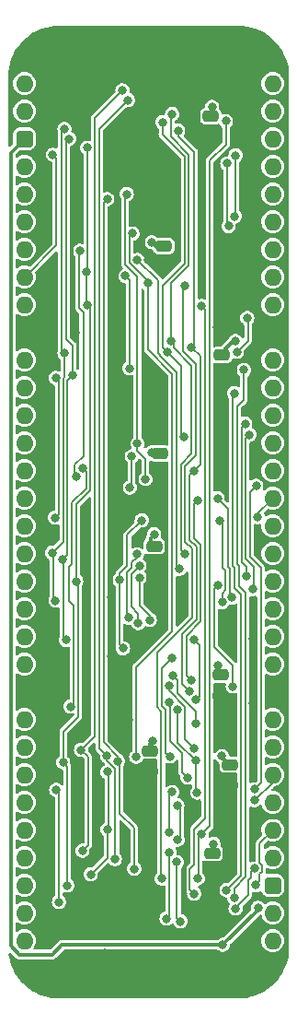
<source format=gbr>
%TF.GenerationSoftware,KiCad,Pcbnew,7.0.5*%
%TF.CreationDate,2023-12-18T11:00:50+02:00*%
%TF.ProjectId,HCP65 MPU Address Decode,48435036-3520-44d5-9055-204164647265,rev?*%
%TF.SameCoordinates,Original*%
%TF.FileFunction,Copper,L2,Bot*%
%TF.FilePolarity,Positive*%
%FSLAX46Y46*%
G04 Gerber Fmt 4.6, Leading zero omitted, Abs format (unit mm)*
G04 Created by KiCad (PCBNEW 7.0.5) date 2023-12-18 11:00:50*
%MOMM*%
%LPD*%
G01*
G04 APERTURE LIST*
G04 Aperture macros list*
%AMRoundRect*
0 Rectangle with rounded corners*
0 $1 Rounding radius*
0 $2 $3 $4 $5 $6 $7 $8 $9 X,Y pos of 4 corners*
0 Add a 4 corners polygon primitive as box body*
4,1,4,$2,$3,$4,$5,$6,$7,$8,$9,$2,$3,0*
0 Add four circle primitives for the rounded corners*
1,1,$1+$1,$2,$3*
1,1,$1+$1,$4,$5*
1,1,$1+$1,$6,$7*
1,1,$1+$1,$8,$9*
0 Add four rect primitives between the rounded corners*
20,1,$1+$1,$2,$3,$4,$5,0*
20,1,$1+$1,$4,$5,$6,$7,0*
20,1,$1+$1,$6,$7,$8,$9,0*
20,1,$1+$1,$8,$9,$2,$3,0*%
G04 Aperture macros list end*
%TA.AperFunction,ComponentPad*%
%ADD10O,1.600000X1.600000*%
%TD*%
%TA.AperFunction,ComponentPad*%
%ADD11RoundRect,0.400000X-0.400000X-0.400000X0.400000X-0.400000X0.400000X0.400000X-0.400000X0.400000X0*%
%TD*%
%TA.AperFunction,ComponentPad*%
%ADD12R,1.600000X1.600000*%
%TD*%
%TA.AperFunction,SMDPad,CuDef*%
%ADD13RoundRect,0.250000X-0.475000X0.250000X-0.475000X-0.250000X0.475000X-0.250000X0.475000X0.250000X0*%
%TD*%
%TA.AperFunction,SMDPad,CuDef*%
%ADD14RoundRect,0.250000X0.475000X-0.250000X0.475000X0.250000X-0.475000X0.250000X-0.475000X-0.250000X0*%
%TD*%
%TA.AperFunction,ViaPad*%
%ADD15C,0.800000*%
%TD*%
%TA.AperFunction,Conductor*%
%ADD16C,0.200000*%
%TD*%
%TA.AperFunction,Conductor*%
%ADD17C,0.380000*%
%TD*%
G04 APERTURE END LIST*
D10*
%TO.P,J2,1,Pin_1*%
%TO.N,/Address Decode Board/~{Device _{CS}1}*%
X86360000Y-71120000D03*
%TO.P,J2,2,Pin_2*%
%TO.N,/Address Decode Board/~{Device _{CS}2}*%
X86360000Y-73660000D03*
D11*
%TO.P,J2,3,Pin_3*%
%TO.N,/Address Decode Board/5V*%
X86360000Y-76200000D03*
D10*
%TO.P,J2,4,Pin_4*%
%TO.N,/Address Decode Board/~{Device _{CS}3}*%
X86360000Y-78740000D03*
%TO.P,J2,5,Pin_5*%
%TO.N,/Address Decode Board/~{Device _{CS}4}*%
X86360000Y-81280000D03*
%TO.P,J2,6,Pin_6*%
%TO.N,/Address Decode Board/~{Device _{CS}5}*%
X86360000Y-83820000D03*
%TO.P,J2,7,Pin_7*%
%TO.N,/Address Decode Board/~{Device _{CS}6}*%
X86360000Y-86360000D03*
%TO.P,J2,8,Pin_8*%
%TO.N,/Address Decode Board/~{Device _{CS}7}*%
X86360000Y-88900000D03*
%TO.P,J2,9,Pin_9*%
%TO.N,/Address Decode Board/~{Device _{CS}8}*%
X86360000Y-91440000D03*
D12*
%TO.P,J2,10,Pin_10*%
%TO.N,/Address Decode Board/GND*%
X86360000Y-93980000D03*
D10*
%TO.P,J2,11,Pin_11*%
%TO.N,/Address Decode Board/~{Device _{CS}9}*%
X86360000Y-96520000D03*
%TO.P,J2,12,Pin_12*%
%TO.N,/Address Decode Board/~{Device _{CS}10}*%
X86360000Y-99060000D03*
%TO.P,J2,13,Pin_13*%
%TO.N,/Address Decode Board/~{Device _{CS}11}*%
X86360000Y-101600000D03*
%TO.P,J2,14,Pin_14*%
%TO.N,/Address Decode Board/~{Device _{CS}12}*%
X86360000Y-104140000D03*
%TO.P,J2,15,Pin_15*%
%TO.N,/Address Decode Board/~{Device _{CS}13}*%
X86360000Y-106680000D03*
%TO.P,J2,16,Pin_16*%
%TO.N,/Address Decode Board/~{Device _{CS}14}*%
X86360000Y-109220000D03*
%TO.P,J2,17,Pin_17*%
%TO.N,/Address Decode Board/~{Device _{CS}15}*%
X86360000Y-111760000D03*
%TO.P,J2,18,Pin_18*%
%TO.N,/Address Decode Board/~{Device _{CS}16}*%
X86360000Y-114300000D03*
%TO.P,J2,19,Pin_19*%
%TO.N,/Address Decode Board/~{Device _{CS}17}*%
X86360000Y-116840000D03*
%TO.P,J2,20,Pin_20*%
%TO.N,/Address Decode Board/~{Device _{CS}18}*%
X86360000Y-119380000D03*
%TO.P,J2,21,Pin_21*%
%TO.N,/Address Decode Board/~{Device _{CS}19}*%
X86360000Y-121920000D03*
%TO.P,J2,22,Pin_22*%
%TO.N,/Address Decode Board/~{Special _{CS}0}*%
X86360000Y-124460000D03*
D12*
%TO.P,J2,23,Pin_23*%
%TO.N,/Address Decode Board/GND*%
X86360000Y-127000000D03*
D10*
%TO.P,J2,24,Pin_24*%
%TO.N,/Address Decode Board/~{Special _{CS}1}*%
X86360000Y-129540000D03*
%TO.P,J2,25,Pin_25*%
%TO.N,/Address Decode Board/~{Special _{CS}2}*%
X86360000Y-132080000D03*
%TO.P,J2,26,Pin_26*%
%TO.N,/Address Decode Board/~{Special _{CS}3}*%
X86360000Y-134620000D03*
%TO.P,J2,27,Pin_27*%
%TO.N,/Address Decode Board/~{Special _{CS}4}*%
X86360000Y-137160000D03*
%TO.P,J2,28,Pin_28*%
%TO.N,/Address Decode Board/~{Special _{CS}5}*%
X86360000Y-139700000D03*
%TO.P,J2,29,Pin_29*%
%TO.N,/Address Decode Board/~{Special _{CS}6}*%
X86360000Y-142240000D03*
%TO.P,J2,30,Pin_30*%
%TO.N,/Address Decode Board/~{SPECIAL}*%
X86360000Y-144780000D03*
%TO.P,J2,31,Pin_31*%
%TO.N,/Address Decode Board/~{Special _{CS}7}*%
X86360000Y-147320000D03*
%TO.P,J2,32,Pin_32*%
%TO.N,/Address Decode Board/~{Special _{CS}8}*%
X86360000Y-149860000D03*
%TO.P,J2,33,Pin_33*%
%TO.N,/Address Decode Board/~{Special _{CS}9}*%
X109220000Y-149860000D03*
%TO.P,J2,34,Pin_34*%
%TO.N,/Address Decode Board/~{Special _{CS}10}*%
X109220000Y-147320000D03*
D11*
%TO.P,J2,35,Pin_35*%
%TO.N,/Address Decode Board/5V*%
X109220000Y-144780000D03*
D10*
%TO.P,J2,36,Pin_36*%
%TO.N,/Address Decode Board/~{Special _{CS}11}*%
X109220000Y-142240000D03*
%TO.P,J2,37,Pin_37*%
%TO.N,/Address Decode Board/~{Special _{CS}12}*%
X109220000Y-139700000D03*
%TO.P,J2,38,Pin_38*%
%TO.N,/Address Decode Board/A23*%
X109220000Y-137160000D03*
%TO.P,J2,39,Pin_39*%
%TO.N,/Address Decode Board/A22*%
X109220000Y-134620000D03*
%TO.P,J2,40,Pin_40*%
%TO.N,/Address Decode Board/A21*%
X109220000Y-132080000D03*
%TO.P,J2,41,Pin_41*%
%TO.N,/Address Decode Board/A20*%
X109220000Y-129540000D03*
D12*
%TO.P,J2,42,Pin_42*%
%TO.N,/Address Decode Board/GND*%
X109220000Y-127000000D03*
D10*
%TO.P,J2,43,Pin_43*%
%TO.N,/Address Decode Board/A19*%
X109220000Y-124460000D03*
%TO.P,J2,44,Pin_44*%
%TO.N,/Address Decode Board/A18*%
X109220000Y-121920000D03*
%TO.P,J2,45,Pin_45*%
%TO.N,/Address Decode Board/A17*%
X109220000Y-119380000D03*
%TO.P,J2,46,Pin_46*%
%TO.N,/Address Decode Board/A16*%
X109220000Y-116840000D03*
%TO.P,J2,47,Pin_47*%
%TO.N,/Address Decode Board/A15*%
X109220000Y-114300000D03*
%TO.P,J2,48,Pin_48*%
%TO.N,/Address Decode Board/~{OTHER}*%
X109220000Y-111760000D03*
%TO.P,J2,49,Pin_49*%
%TO.N,/Address Decode Board/~{Device Group 128K}*%
X109220000Y-109220000D03*
%TO.P,J2,50,Pin_50*%
%TO.N,/Address Decode Board/~{Device Group 32K}*%
X109220000Y-106680000D03*
%TO.P,J2,51,Pin_51*%
%TO.N,/Address Decode Board/~{ROM_{CS}}*%
X109220000Y-104140000D03*
%TO.P,J2,52,Pin_52*%
%TO.N,/Address Decode Board/~{RAM_{CS}}*%
X109220000Y-101600000D03*
%TO.P,J2,53,Pin_53*%
%TO.N,/Address Decode Board/~{Special _{CS}13}*%
X109220000Y-99060000D03*
%TO.P,J2,54,Pin_54*%
%TO.N,/Address Decode Board/~{Special _{CS}14}*%
X109220000Y-96520000D03*
D12*
%TO.P,J2,55,Pin_55*%
%TO.N,/Address Decode Board/GND*%
X109220000Y-93980000D03*
D10*
%TO.P,J2,56,Pin_56*%
%TO.N,/Address Decode Board/~{Special _{CS}15}*%
X109220000Y-91440000D03*
%TO.P,J2,57,Pin_57*%
%TO.N,/Address Decode Board/~{Reset}*%
X109220000Y-88900000D03*
%TO.P,J2,58,Pin_58*%
%TO.N,/Address Decode Board/Native Latch*%
X109220000Y-86360000D03*
%TO.P,J2,59,Pin_59*%
%TO.N,/Address Decode Board/A3*%
X109220000Y-83820000D03*
%TO.P,J2,60,Pin_60*%
%TO.N,/Address Decode Board/A2*%
X109220000Y-81280000D03*
%TO.P,J2,61,Pin_61*%
%TO.N,/Address Decode Board/Kernal Mode*%
X109220000Y-78740000D03*
%TO.P,J2,62,Pin_62*%
%TO.N,unconnected-(J2-Pin_62-Pad62)*%
X109220000Y-76200000D03*
%TO.P,J2,63,Pin_63*%
%TO.N,/Address Decode Board/A1*%
X109220000Y-73660000D03*
%TO.P,J2,64,Pin_64*%
%TO.N,/Address Decode Board/A0*%
X109220000Y-71120000D03*
%TD*%
D13*
%TO.P,C34,1*%
%TO.N,/Address Decode Board/3.3V*%
X104394000Y-125431000D03*
%TO.P,C34,2*%
%TO.N,/Address Decode Board/GND*%
X104394000Y-127331000D03*
%TD*%
%TO.P,C33,1*%
%TO.N,/Address Decode Board/3.3V*%
X105283000Y-133686000D03*
%TO.P,C33,2*%
%TO.N,/Address Decode Board/GND*%
X105283000Y-135586000D03*
%TD*%
%TO.P,C40,1*%
%TO.N,/Address Decode Board/3.3V*%
X103632000Y-141814000D03*
%TO.P,C40,2*%
%TO.N,/Address Decode Board/GND*%
X103632000Y-143714000D03*
%TD*%
D14*
%TO.P,C37,1*%
%TO.N,/Address Decode Board/3.3V*%
X104521000Y-96057000D03*
%TO.P,C37,2*%
%TO.N,/Address Decode Board/GND*%
X104521000Y-94157000D03*
%TD*%
D13*
%TO.P,C36,1*%
%TO.N,/Address Decode Board/3.3V*%
X103505000Y-74123000D03*
%TO.P,C36,2*%
%TO.N,/Address Decode Board/GND*%
X103505000Y-76023000D03*
%TD*%
%TO.P,C38,1*%
%TO.N,/Address Decode Board/3.3V*%
X98298000Y-113620000D03*
%TO.P,C38,2*%
%TO.N,/Address Decode Board/GND*%
X98298000Y-115520000D03*
%TD*%
%TO.P,C39,1*%
%TO.N,/Address Decode Board/3.3V*%
X97917000Y-132416000D03*
%TO.P,C39,2*%
%TO.N,/Address Decode Board/GND*%
X97917000Y-134316000D03*
%TD*%
%TO.P,C31,1*%
%TO.N,/Address Decode Board/3.3V*%
X99187000Y-86061000D03*
%TO.P,C31,2*%
%TO.N,/Address Decode Board/GND*%
X99187000Y-87961000D03*
%TD*%
%TO.P,C32,1*%
%TO.N,/Address Decode Board/3.3V*%
X98806000Y-105111000D03*
%TO.P,C32,2*%
%TO.N,/Address Decode Board/GND*%
X98806000Y-107011000D03*
%TD*%
D15*
%TO.N,/Address Decode Board/Kernal Mode\u00B7Native Latch*%
X91732999Y-106426000D03*
X90613000Y-128356000D03*
%TO.N,/Address Decode Board/~{Device Group 128K}*%
X95439430Y-123009142D03*
X101978045Y-122226000D03*
X102151000Y-127740346D03*
X95101000Y-116713000D03*
X97155000Y-111252000D03*
X107837000Y-110933000D03*
%TO.N,/Address Decode Board/~{Device Group 32K}*%
X101731000Y-95329191D03*
X101532119Y-126930685D03*
X101981000Y-106680000D03*
X100522000Y-75443462D03*
%TO.N,Net-(IC11-~{Y1})*%
X102278000Y-109418000D03*
X101751000Y-125951220D03*
%TO.N,Net-(IC11-~{Y0})*%
X104155798Y-117177520D03*
X105537000Y-126492000D03*
%TO.N,/Address Decode Board/~{Device _{CS}7}*%
X88963500Y-77660500D03*
%TO.N,/Address Decode Board/~{Device _{CS}6}*%
X105156000Y-84220000D03*
X105029000Y-78475000D03*
%TO.N,/Address Decode Board/~{Device _{CS}5}*%
X105791000Y-77724000D03*
X105726000Y-83310498D03*
%TO.N,/Address Decode Board/GND*%
X107191000Y-78739769D03*
X91059000Y-136718502D03*
X100758000Y-118460000D03*
X93726000Y-154178000D03*
X88646000Y-108204000D03*
X97767940Y-87348353D03*
X101521986Y-75437719D03*
X95807048Y-99362512D03*
X107569000Y-139573000D03*
X104096725Y-93472000D03*
X92075000Y-123698000D03*
X104394005Y-135636001D03*
X107539403Y-95789206D03*
X96012000Y-123829000D03*
X97543610Y-102762510D03*
X92075000Y-129664000D03*
X88646000Y-90424000D03*
X97917000Y-70739000D03*
X93726000Y-151031000D03*
X89154000Y-123488000D03*
X94333002Y-118305002D03*
X105283000Y-122682000D03*
X91059000Y-142875000D03*
X96519998Y-146050000D03*
X98298000Y-118745000D03*
X107420000Y-122112000D03*
X94361000Y-123698000D03*
X88265006Y-125984000D03*
X103632000Y-146939000D03*
X104267000Y-131191000D03*
X95947002Y-129540001D03*
X94995990Y-78486000D03*
X104648000Y-139573000D03*
X105283000Y-120523000D03*
X94887000Y-114681000D03*
X105410000Y-128016000D03*
X94234000Y-143637000D03*
X107419996Y-128068500D03*
X100076000Y-134620000D03*
X95446500Y-106126761D03*
X91059000Y-93980000D03*
X100711000Y-120269000D03*
X95758000Y-103156999D03*
X88288999Y-116977102D03*
X96393000Y-134493000D03*
X95315000Y-108945278D03*
%TO.N,/Address Decode Board/3.3V*%
X98044000Y-105029000D03*
X104140002Y-124587000D03*
X98298000Y-112522000D03*
X104534023Y-132907000D03*
X105781465Y-94767362D03*
X103632000Y-73279000D03*
X103759000Y-140970000D03*
X98072000Y-85701000D03*
X98171000Y-131510000D03*
%TO.N,/Address Decode Board/A15*%
X101081000Y-114299998D03*
X99822000Y-94742000D03*
X99949000Y-73925000D03*
%TO.N,/Address Decode Board/A16*%
X107061004Y-103378000D03*
X107357390Y-117571706D03*
X101049000Y-103552510D03*
X99541845Y-95832641D03*
X99060000Y-74676000D03*
%TO.N,/Address Decode Board/A17*%
X90039303Y-95888703D03*
X88900000Y-114220000D03*
X89216006Y-118635000D03*
X90032684Y-75288801D03*
%TO.N,/Address Decode Board/A18*%
X90805000Y-97917000D03*
X90454099Y-76195671D03*
X89861996Y-114874226D03*
X90184609Y-122239000D03*
%TO.N,/Address Decode Board/A20*%
X102151000Y-129921000D03*
X100026456Y-125513493D03*
%TO.N,/Address Decode Board/A21*%
X101981000Y-132207000D03*
X99671000Y-126448189D03*
%TO.N,/Address Decode Board/A22*%
X107538714Y-136955771D03*
X101367177Y-134878126D03*
X99671000Y-127935855D03*
%TO.N,/Address Decode Board/A23*%
X102263000Y-136271000D03*
X100461000Y-128656027D03*
X102151000Y-133339669D03*
%TO.N,/Address Decode Board/~{SPECIAL}*%
X94004000Y-139621000D03*
X102308010Y-144145000D03*
X102663000Y-140081000D03*
X92456000Y-143764000D03*
X104902000Y-74575000D03*
X93992095Y-134356905D03*
%TO.N,Net-(IC32-~{E2})*%
X95659000Y-88800387D03*
X96012000Y-97282000D03*
%TO.N,/Address Decode Board/~{Device _{CS}15}*%
X89180505Y-111000327D03*
X89227160Y-98165866D03*
%TO.N,/Address Decode Board/~{Device _{CS}8}*%
X106870095Y-92666371D03*
X105918000Y-95758000D03*
%TO.N,/Address Decode Board/~{Device _{CS}19}*%
X97893994Y-120396000D03*
X96951538Y-116497782D03*
%TO.N,/Address Decode Board/~{Device _{CS}18}*%
X96835520Y-120683803D03*
X96963197Y-115406853D03*
%TO.N,/Address Decode Board/~{Device _{CS}17}*%
X96706660Y-114359661D03*
X95956508Y-120185000D03*
%TO.N,/Address Decode Board/~{A21+A22+A23}*%
X107696000Y-108077000D03*
X107526000Y-135955850D03*
%TO.N,/Address Decode Board/Native Latch*%
X91139299Y-107258052D03*
X91469000Y-86487000D03*
%TO.N,/Address Decode Board/~{Native Latch}*%
X100649000Y-115702171D03*
X96755403Y-87325767D03*
%TO.N,Net-(IC35D-4Y)*%
X98995000Y-144150012D03*
X101157000Y-89693218D03*
%TO.N,/Address Decode Board/A3*%
X96315000Y-84901000D03*
X96647000Y-132969000D03*
X97707306Y-89483968D03*
%TO.N,/Address Decode Board/~{OTHER}*%
X104555799Y-118771348D03*
X104362235Y-111309315D03*
%TO.N,/Address Decode Board/~{RAM_{CS}}*%
X106802003Y-116360000D03*
X106680000Y-102362006D03*
%TO.N,/Address Decode Board/A0*%
X95377000Y-71755000D03*
X91567000Y-132334000D03*
X91694000Y-141605000D03*
%TO.N,/Address Decode Board/A1*%
X93953836Y-132900953D03*
X95885004Y-72644000D03*
X94666407Y-142377281D03*
%TO.N,/Address Decode Board/A2*%
X94968005Y-133352915D03*
X93980000Y-81730495D03*
X96465498Y-143256000D03*
%TO.N,/Address Decode Board/~{Special _{CS}7}*%
X89281000Y-136017000D03*
X89535000Y-146304000D03*
%TO.N,/Address Decode Board/~{Special _{CS}6}*%
X100429000Y-137419646D03*
X100457000Y-140589000D03*
%TO.N,/Address Decode Board/~{Special _{CS}5}*%
X99949000Y-136195000D03*
X99714537Y-139919109D03*
%TO.N,/Address Decode Board/~{Special _{CS}0}*%
X99764475Y-132937525D03*
X99899926Y-123912926D03*
%TO.N,/Address Decode Board/~{Special _{CS}15}*%
X101981000Y-145542000D03*
X102680992Y-91567000D03*
%TO.N,/Address Decode Board/~{Special _{CS}14}*%
X106561147Y-97442079D03*
X105657167Y-145919994D03*
%TO.N,/Address Decode Board/~{Special _{CS}13}*%
X105664000Y-99568000D03*
X104956704Y-145206302D03*
%TO.N,/Address Decode Board/~{Special _{CS}12}*%
X107672000Y-144752000D03*
%TO.N,/Address Decode Board/~{Special _{CS}10}*%
X105791000Y-146911000D03*
X107526000Y-143234491D03*
%TO.N,/Address Decode Board/~{Special _{CS}9}*%
X100395000Y-142653191D03*
X100711000Y-148082000D03*
%TO.N,/Address Decode Board/~{Special _{CS}8}*%
X99441000Y-147828000D03*
X99695000Y-141732000D03*
%TO.N,/Address Decode Board/Kernal Mode*%
X96757077Y-104209023D03*
X95770469Y-81275000D03*
X97502696Y-107449582D03*
%TO.N,/Address Decode Board/~{ROM_{CS}}*%
X96239942Y-105367000D03*
X96058495Y-108224446D03*
%TO.N,Net-(IC37B-2A)*%
X105458421Y-118340909D03*
X104140000Y-109220000D03*
%TO.N,/Address Decode Board/5V*%
X107853869Y-146824066D03*
X104622225Y-150241000D03*
%TO.N,/Address Decode Board/~{Reset}*%
X91124000Y-116840000D03*
X92121698Y-77024000D03*
X90297000Y-144780000D03*
X92132999Y-91492635D03*
X92075008Y-88392000D03*
X89916000Y-133477000D03*
%TD*%
D16*
%TO.N,/Address Decode Board/Kernal Mode\u00B7Native Latch*%
X90424000Y-118618000D02*
X90913000Y-119107000D01*
X92032999Y-108315315D02*
X90724000Y-109624314D01*
X90424000Y-115544814D02*
X90424000Y-118618000D01*
X91732999Y-106426000D02*
X92032999Y-106726000D01*
X90724000Y-109624314D02*
X90724000Y-115244814D01*
X90913000Y-128056000D02*
X90613000Y-128356000D01*
X90724000Y-115244814D02*
X90424000Y-115544814D01*
X90913000Y-119107000D02*
X90913000Y-128056000D01*
X92032999Y-106726000D02*
X92032999Y-108315315D01*
%TO.N,/Address Decode Board/~{Device Group 128K}*%
X95101000Y-116137678D02*
X95101000Y-116713000D01*
X95101000Y-122670712D02*
X95439430Y-123009142D01*
X95823000Y-112584000D02*
X95823000Y-115415678D01*
X95101000Y-116713000D02*
X95101000Y-122670712D01*
X102451000Y-122698955D02*
X102451000Y-127440346D01*
X102451000Y-127440346D02*
X102151000Y-127740346D01*
X95823000Y-115415678D02*
X95101000Y-116137678D01*
X107837000Y-110603000D02*
X107837000Y-110933000D01*
X109220000Y-109220000D02*
X107837000Y-110603000D01*
X101978045Y-122226000D02*
X102451000Y-122698955D01*
X97155000Y-111252000D02*
X95823000Y-112584000D01*
%TO.N,/Address Decode Board/~{Device Group 32K}*%
X101731000Y-95329191D02*
X101981000Y-95079191D01*
X101581000Y-113071568D02*
X102196725Y-113687294D01*
X101981000Y-106680000D02*
X101581000Y-107080000D01*
X100877954Y-121683732D02*
X100877954Y-126276520D01*
X102549000Y-96147191D02*
X101731000Y-95329191D01*
X101578000Y-109311050D02*
X101578000Y-109890950D01*
X100522000Y-75941686D02*
X100522000Y-75443462D01*
X101581000Y-109893950D02*
X101581000Y-113071568D01*
X101981000Y-106680000D02*
X102549000Y-106112000D01*
X100877954Y-126276520D02*
X101532119Y-126930685D01*
X101581000Y-109308050D02*
X101578000Y-109311050D01*
X101981000Y-77400686D02*
X100522000Y-75941686D01*
X101578000Y-109890950D02*
X101581000Y-109893950D01*
X101981000Y-95079191D02*
X101981000Y-77400686D01*
X101581000Y-107080000D02*
X101581000Y-109308050D01*
X102196725Y-120364961D02*
X100877954Y-121683732D01*
X102196725Y-113687294D02*
X102196725Y-120364961D01*
X102549000Y-106112000D02*
X102549000Y-96147191D01*
%TO.N,Net-(IC11-~{Y1})*%
X101277954Y-121849418D02*
X102596725Y-120530646D01*
X101277954Y-125478174D02*
X101277954Y-121849418D01*
X101751000Y-125951220D02*
X101277954Y-125478174D01*
X102596725Y-120530646D02*
X102596725Y-113521609D01*
X101981000Y-112905883D02*
X101981000Y-109715000D01*
X102596725Y-113521609D02*
X101981000Y-112905883D01*
X101981000Y-109715000D02*
X102278000Y-109418000D01*
%TO.N,Net-(IC11-~{Y0})*%
X104155798Y-117177520D02*
X103796725Y-117536593D01*
X103796725Y-117536593D02*
X103796725Y-122846725D01*
X103796725Y-122846725D02*
X105537000Y-124587000D01*
X105537000Y-124587000D02*
X105537000Y-126492000D01*
%TO.N,/Address Decode Board/~{Device _{CS}7}*%
X86360000Y-88900000D02*
X89281000Y-85979000D01*
X89281000Y-85979000D02*
X89281000Y-77978000D01*
X89281000Y-77978000D02*
X88963500Y-77660500D01*
%TO.N,/Address Decode Board/~{Device _{CS}6}*%
X105026000Y-84090000D02*
X105156000Y-84220000D01*
X105026000Y-78478000D02*
X105026000Y-84090000D01*
X105029000Y-78475000D02*
X105026000Y-78478000D01*
%TO.N,/Address Decode Board/~{Device _{CS}5}*%
X105791000Y-77724000D02*
X105791000Y-83245498D01*
X105791000Y-83245498D02*
X105726000Y-83310498D01*
D17*
%TO.N,/Address Decode Board/GND*%
X110460000Y-146528001D02*
X109951999Y-146020000D01*
X101473000Y-136271000D02*
X100076000Y-134874000D01*
X88265000Y-117001101D02*
X88288999Y-116977102D01*
X95885000Y-123956000D02*
X95885000Y-129477999D01*
X91059000Y-133096000D02*
X90551000Y-132588000D01*
X109220000Y-93980000D02*
X110410000Y-92790000D01*
X108632000Y-138510000D02*
X107569000Y-139573000D01*
X91694000Y-76073000D02*
X90679000Y-77088000D01*
X109220000Y-127000000D02*
X110410000Y-125810000D01*
X101091000Y-143074420D02*
X101473000Y-142692420D01*
X94311000Y-118283000D02*
X94311000Y-116153775D01*
X104394000Y-139319000D02*
X104394000Y-135636006D01*
X94869000Y-98424464D02*
X94869000Y-78612990D01*
X95758000Y-133858000D02*
X95758000Y-129729003D01*
X104648000Y-139573000D02*
X104394000Y-139319000D01*
X94311000Y-116153775D02*
X94887000Y-115577775D01*
X106299000Y-147701000D02*
X104394000Y-147701000D01*
X95315000Y-108945278D02*
X95315000Y-114253000D01*
X88646000Y-108204000D02*
X87884000Y-108966000D01*
X94869000Y-78612990D02*
X94995990Y-78486000D01*
X93726000Y-154178000D02*
X106655625Y-154178000D01*
X94234000Y-144144994D02*
X94234000Y-143637000D01*
X95758000Y-103156999D02*
X95758000Y-99411560D01*
X105410000Y-128016000D02*
X105079000Y-128016000D01*
X107345001Y-146020000D02*
X107061000Y-146304001D01*
X110460000Y-150373625D02*
X110460000Y-146528001D01*
X104444006Y-135586000D02*
X104394005Y-135636001D01*
X92075000Y-129664000D02*
X92202000Y-129537000D01*
X105283000Y-135586000D02*
X104444006Y-135586000D01*
X88265000Y-123698000D02*
X88944000Y-123698000D01*
X86360000Y-93980000D02*
X88646000Y-91694000D01*
X94887000Y-115577775D02*
X94887000Y-114681000D01*
X87550000Y-98567085D02*
X87550000Y-95170000D01*
X97840000Y-134239000D02*
X96393000Y-134239000D01*
X100711000Y-118507000D02*
X100758000Y-118460000D01*
X103632000Y-146939000D02*
X102108000Y-146939000D01*
X98375000Y-87961000D02*
X97767940Y-87353940D01*
X90551000Y-132588000D02*
X90551000Y-131188000D01*
X90551000Y-131188000D02*
X92075000Y-129664000D01*
X97767940Y-86845940D02*
X97767940Y-87348353D01*
X90679000Y-77088000D02*
X90679000Y-93600000D01*
X97917000Y-70739000D02*
X97663000Y-70993000D01*
X97282000Y-86360000D02*
X97767940Y-86845940D01*
X107061000Y-146939000D02*
X106299000Y-147701000D01*
X91059000Y-136718502D02*
X91059000Y-133096000D01*
X96012000Y-123829000D02*
X95885000Y-123956000D01*
X104394000Y-147701000D02*
X103632000Y-146939000D01*
X103632000Y-143714000D02*
X103632000Y-146939000D01*
X97767940Y-87353940D02*
X97767940Y-87348353D01*
X100076000Y-134874000D02*
X100076000Y-134620000D01*
X105283000Y-122682000D02*
X105283000Y-120523000D01*
X87550000Y-95170000D02*
X86360000Y-93980000D01*
X101091000Y-145922000D02*
X101091000Y-143074420D01*
X100711000Y-120269000D02*
X100711000Y-118507000D01*
X94333002Y-118305002D02*
X94311000Y-118283000D01*
X101473000Y-142692420D02*
X101473000Y-136271000D01*
X88944000Y-123698000D02*
X89154000Y-123488000D01*
X97663000Y-78105000D02*
X97282000Y-78486000D01*
X95885000Y-129477999D02*
X95947002Y-129540001D01*
X107061000Y-146304001D02*
X107061000Y-146939000D01*
X107191000Y-78739769D02*
X107191000Y-72520000D01*
X96393000Y-134239000D02*
X96393000Y-134493000D01*
X95315000Y-108945278D02*
X95268495Y-108898773D01*
X95315000Y-114253000D02*
X94887000Y-114681000D01*
X99187000Y-87961000D02*
X98375000Y-87961000D01*
X103505000Y-76023000D02*
X102107267Y-76023000D01*
X95807048Y-99362512D02*
X94869000Y-98424464D01*
X109220000Y-127000000D02*
X110410000Y-128190000D01*
X95268495Y-106304766D02*
X95446500Y-106126761D01*
X90904000Y-136873502D02*
X91059000Y-136718502D01*
X105079000Y-128016000D02*
X104394000Y-127331000D01*
X104394000Y-135636006D02*
X104394005Y-135636001D01*
X109951999Y-146020000D02*
X107345001Y-146020000D01*
X107139080Y-78739769D02*
X107191000Y-78739769D01*
X95268495Y-108898773D02*
X95268495Y-106304766D01*
X94333002Y-118305002D02*
X94333002Y-123670002D01*
X110410000Y-92790000D02*
X110410000Y-78087085D01*
X110410000Y-95170000D02*
X109220000Y-93980000D01*
X107381001Y-122150999D02*
X107381001Y-128029505D01*
X87884000Y-108966000D02*
X87884000Y-116572103D01*
X95758000Y-129729003D02*
X95947002Y-129540001D01*
X93853000Y-70739000D02*
X91694000Y-72898000D01*
X107539403Y-95660597D02*
X107539403Y-95789206D01*
X97282000Y-78486000D02*
X97282000Y-86360000D01*
X96519998Y-146050000D02*
X96139006Y-146050000D01*
X96139006Y-146050000D02*
X94234000Y-144144994D01*
X110410000Y-137748000D02*
X109648000Y-138510000D01*
X109792915Y-77470000D02*
X108460769Y-77470000D01*
X95758000Y-103156999D02*
X95254414Y-103660585D01*
X104521000Y-94157000D02*
X104096725Y-93732725D01*
X92202000Y-129537000D02*
X92202000Y-123698000D01*
X95758000Y-99411560D02*
X95807048Y-99362512D01*
X90904000Y-142720000D02*
X90904000Y-136873502D01*
X91059000Y-142875000D02*
X90904000Y-142720000D01*
X96393000Y-134493000D02*
X95758000Y-133858000D01*
X102108000Y-146939000D02*
X101091000Y-145922000D01*
X88646000Y-91694000D02*
X88646000Y-90424000D01*
X110410000Y-128190000D02*
X110410000Y-137748000D01*
X109220000Y-93980000D02*
X107539403Y-95660597D01*
X107061000Y-78661689D02*
X107139080Y-78739769D01*
X95254414Y-105934675D02*
X95446500Y-106126761D01*
X87884000Y-116572103D02*
X88288999Y-116977102D01*
X106655625Y-154178000D02*
X110460000Y-150373625D01*
X97663000Y-70993000D02*
X97663000Y-78105000D01*
X91694000Y-72898000D02*
X91694000Y-76073000D01*
X90679000Y-93600000D02*
X91059000Y-93980000D01*
X95254414Y-103660585D02*
X95254414Y-105934675D01*
X88646000Y-99663085D02*
X87550000Y-98567085D01*
X88646000Y-108204000D02*
X88646000Y-99663085D01*
X88265000Y-123698000D02*
X88265000Y-117001101D01*
X110410000Y-125810000D02*
X110410000Y-95170000D01*
X93726000Y-154178000D02*
X93726000Y-151031000D01*
X88265000Y-123698000D02*
X88265000Y-125983994D01*
X105410000Y-70739000D02*
X97917000Y-70739000D01*
X109648000Y-138510000D02*
X108632000Y-138510000D01*
X98298000Y-115520000D02*
X98298000Y-118745000D01*
X94333002Y-123670002D02*
X94361000Y-123698000D01*
X107381001Y-128029505D02*
X107419996Y-128068500D01*
X107420000Y-122112000D02*
X107381001Y-122150999D01*
X110410000Y-78087085D02*
X109792915Y-77470000D01*
X88265000Y-125983994D02*
X88265006Y-125984000D01*
X102107267Y-76023000D02*
X101521986Y-75437719D01*
X104096725Y-93732725D02*
X104096725Y-93472000D01*
X108460769Y-77470000D02*
X107191000Y-78739769D01*
X104267000Y-131191000D02*
X104267000Y-127458000D01*
X97917000Y-70739000D02*
X93853000Y-70739000D01*
X107191000Y-72520000D02*
X105410000Y-70739000D01*
%TO.N,/Address Decode Board/3.3V*%
X104648000Y-95676000D02*
X105556638Y-94767362D01*
X97964922Y-112855078D02*
X98298000Y-112522000D01*
X103759000Y-74340000D02*
X103759000Y-73406000D01*
X99149990Y-86188010D02*
X98559010Y-86188010D01*
X97917000Y-131764000D02*
X98171000Y-131510000D01*
X104534023Y-132937023D02*
X104534023Y-132907000D01*
X98559010Y-86188010D02*
X98072000Y-85701000D01*
X97964922Y-113710000D02*
X97964922Y-112855078D01*
X103759000Y-73406000D02*
X103632000Y-73279000D01*
X105283000Y-133686000D02*
X104534023Y-132937023D01*
X104140002Y-125177002D02*
X104140002Y-124587000D01*
X97917000Y-132416000D02*
X97917000Y-131764000D01*
X98679000Y-105074000D02*
X98089000Y-105074000D01*
X105556638Y-94767362D02*
X105781465Y-94767362D01*
X103759000Y-141859000D02*
X103759000Y-140970000D01*
X98089000Y-105074000D02*
X98044000Y-105029000D01*
D16*
%TO.N,/Address Decode Board/A15*%
X100749004Y-106133996D02*
X101749000Y-105134000D01*
X100076000Y-95380226D02*
X100076000Y-94996000D01*
X101492000Y-77645950D02*
X101492000Y-87795686D01*
X101749000Y-105134000D02*
X101749000Y-97053226D01*
X101492000Y-87795686D02*
X99822000Y-89465686D01*
X99822000Y-75975950D02*
X101492000Y-77645950D01*
X101081000Y-114299998D02*
X100749004Y-113968002D01*
X99822000Y-74052000D02*
X99822000Y-75975950D01*
X100076000Y-94996000D02*
X99822000Y-94742000D01*
X101749000Y-97053226D02*
X100076000Y-95380226D01*
X99822000Y-89465686D02*
X99822000Y-94742000D01*
X100749004Y-113968002D02*
X100749004Y-106133996D01*
X99949000Y-73925000D02*
X99822000Y-74052000D01*
%TO.N,/Address Decode Board/A16*%
X106737000Y-103702004D02*
X106737000Y-114795686D01*
X107502003Y-117427093D02*
X107357390Y-117571706D01*
X101092000Y-77811635D02*
X101092000Y-87630000D01*
X99060000Y-74676000D02*
X99060000Y-75779635D01*
X107061004Y-103378000D02*
X106737000Y-103702004D01*
X100749000Y-97039796D02*
X99541845Y-95832641D01*
X99060000Y-75779635D02*
X101092000Y-77811635D01*
X107502003Y-115560689D02*
X107502003Y-117427093D01*
X100749000Y-103252510D02*
X100749000Y-97039796D01*
X99057000Y-95347796D02*
X99541845Y-95832641D01*
X101049000Y-103552510D02*
X100749000Y-103252510D01*
X106737000Y-114795686D02*
X107502003Y-115560689D01*
X99057000Y-89665000D02*
X99057000Y-95347796D01*
X101092000Y-87630000D02*
X99057000Y-89665000D01*
%TO.N,/Address Decode Board/A17*%
X89754099Y-95603499D02*
X89754099Y-75567386D01*
X89924000Y-113196000D02*
X89924000Y-98232314D01*
X88900000Y-114220000D02*
X89924000Y-113196000D01*
X88900000Y-114220000D02*
X88989000Y-114309000D01*
X90039303Y-98117011D02*
X90039303Y-95888703D01*
X90039303Y-95888703D02*
X89754099Y-95603499D01*
X88989000Y-114309000D02*
X88989000Y-118407994D01*
X89924000Y-98232314D02*
X90039303Y-98117011D01*
X88989000Y-118407994D02*
X89216006Y-118635000D01*
X89754099Y-75567386D02*
X90032684Y-75288801D01*
%TO.N,/Address Decode Board/A18*%
X89861996Y-114874226D02*
X90324000Y-114412222D01*
X90805000Y-95180964D02*
X90189000Y-94564964D01*
X90805000Y-97917000D02*
X90805000Y-95180964D01*
X89916008Y-121970399D02*
X90184609Y-122239000D01*
X90189000Y-76460770D02*
X90454099Y-76195671D01*
X89861996Y-114874226D02*
X89916008Y-114928238D01*
X90189000Y-94564964D02*
X90189000Y-76460770D01*
X90324000Y-114412222D02*
X90324000Y-98398000D01*
X90324000Y-98398000D02*
X90805000Y-97917000D01*
X89916008Y-114928238D02*
X89916008Y-121970399D01*
%TO.N,/Address Decode Board/A20*%
X102151000Y-128790391D02*
X102151000Y-129921000D01*
X100026456Y-125513493D02*
X100477954Y-125964991D01*
X100477954Y-125964991D02*
X100477954Y-127117345D01*
X100477954Y-127117345D02*
X102151000Y-128790391D01*
%TO.N,/Address Decode Board/A21*%
X99671000Y-126448189D02*
X99671000Y-126876077D01*
X101161000Y-128366077D02*
X101161000Y-131387000D01*
X99671000Y-126876077D02*
X101161000Y-128366077D01*
X101161000Y-131387000D02*
X101981000Y-132207000D01*
%TO.N,/Address Decode Board/A22*%
X101367177Y-134878126D02*
X100881000Y-134391949D01*
X100881000Y-134391949D02*
X100881000Y-132662636D01*
X107568671Y-136955771D02*
X107538714Y-136955771D01*
X99761000Y-131542636D02*
X99761000Y-128025855D01*
X100881000Y-132662636D02*
X99761000Y-131542636D01*
X109220000Y-135304442D02*
X107568671Y-136955771D01*
X99761000Y-128025855D02*
X99671000Y-127935855D01*
%TO.N,/Address Decode Board/A23*%
X102151000Y-133339669D02*
X102151000Y-136159000D01*
X102123719Y-133339669D02*
X102151000Y-133339669D01*
X100461000Y-131676950D02*
X102123719Y-133339669D01*
X100461000Y-128656027D02*
X100461000Y-131676950D01*
X102151000Y-136159000D02*
X102263000Y-136271000D01*
%TO.N,/Address Decode Board/~{SPECIAL}*%
X93980000Y-142240000D02*
X93980000Y-139645000D01*
X104902000Y-74575000D02*
X104902000Y-76714000D01*
X102308010Y-144145000D02*
X102363000Y-144090010D01*
X103369000Y-124953187D02*
X103369000Y-127808817D01*
X104902000Y-76714000D02*
X103396725Y-78219275D01*
X103396725Y-124925462D02*
X103369000Y-124953187D01*
X103369000Y-127808817D02*
X103396725Y-127836542D01*
X94004000Y-139621000D02*
X94107000Y-139518000D01*
X94107000Y-139518000D02*
X94107000Y-134471810D01*
X94107000Y-134471810D02*
X93992095Y-134356905D01*
X92456000Y-143764000D02*
X93980000Y-142240000D01*
X103396725Y-139347275D02*
X102663000Y-140081000D01*
X103396725Y-78219275D02*
X103396725Y-124925462D01*
X103396725Y-127836542D02*
X103396725Y-139347275D01*
X93980000Y-139645000D02*
X94004000Y-139621000D01*
X102363000Y-144090010D02*
X102363000Y-140381000D01*
X102363000Y-140381000D02*
X102663000Y-140081000D01*
%TO.N,Net-(IC32-~{E2})*%
X96012000Y-97282000D02*
X96012000Y-89153387D01*
X96012000Y-89153387D02*
X95659000Y-88800387D01*
%TO.N,/Address Decode Board/~{Device _{CS}15}*%
X89524000Y-98462706D02*
X89227160Y-98165866D01*
X89524000Y-110656832D02*
X89524000Y-98462706D01*
X89180505Y-111000327D02*
X89524000Y-110656832D01*
%TO.N,/Address Decode Board/~{Device _{CS}8}*%
X106934000Y-92730276D02*
X106934000Y-94742000D01*
X106870095Y-92666371D02*
X106934000Y-92730276D01*
X106934000Y-94742000D02*
X105918000Y-95758000D01*
%TO.N,/Address Decode Board/~{Device _{CS}19}*%
X96951538Y-119049538D02*
X96951538Y-116497782D01*
X97893994Y-119991994D02*
X96951538Y-119049538D01*
%TO.N,/Address Decode Board/~{Device _{CS}18}*%
X96212756Y-116157294D02*
X96963197Y-115406853D01*
X96212756Y-119199756D02*
X96212756Y-116157294D01*
X96835520Y-119822520D02*
X96212756Y-119199756D01*
X96835520Y-120683803D02*
X96835520Y-119822520D01*
%TO.N,/Address Decode Board/~{Device _{CS}17}*%
X96706660Y-114652975D02*
X96706660Y-114359661D01*
X96223000Y-115581364D02*
X96223000Y-115136635D01*
X95812756Y-120041248D02*
X95812756Y-115991608D01*
X95956508Y-120185000D02*
X95812756Y-120041248D01*
X95812756Y-115991608D02*
X96223000Y-115581364D01*
X96223000Y-115136635D02*
X96706660Y-114652975D01*
%TO.N,/Address Decode Board/~{A21+A22+A23}*%
X108120000Y-115613000D02*
X108120000Y-135361850D01*
X107137000Y-108636000D02*
X107137000Y-114630000D01*
X107137000Y-114630000D02*
X108120000Y-115613000D01*
X108120000Y-135361850D02*
X107526000Y-135955850D01*
X107696000Y-108077000D02*
X107137000Y-108636000D01*
%TO.N,/Address Decode Board/Native Latch*%
X91374992Y-86581008D02*
X91469000Y-86487000D01*
X91374992Y-91724578D02*
X91374992Y-86581008D01*
X90994000Y-106136050D02*
X91770128Y-105359922D01*
X91770128Y-105359922D02*
X91770128Y-92119714D01*
X91770128Y-92119714D02*
X91374992Y-91724578D01*
X91139299Y-107258052D02*
X90994000Y-107112753D01*
X90994000Y-107112753D02*
X90994000Y-106136050D01*
%TO.N,/Address Decode Board/~{Native Latch}*%
X98657000Y-89227364D02*
X96755403Y-87325767D01*
X98657000Y-95901087D02*
X98657000Y-89227364D01*
X98841845Y-96122591D02*
X98841845Y-96085932D01*
X100349000Y-97629746D02*
X98841845Y-96122591D01*
X100649000Y-115702171D02*
X100632090Y-115702171D01*
X100632090Y-115702171D02*
X100349000Y-115419081D01*
X100349000Y-115419081D02*
X100349000Y-97629746D01*
X98841845Y-96085932D02*
X98657000Y-95901087D01*
%TO.N,Net-(IC35D-4Y)*%
X101149004Y-106299682D02*
X101149004Y-113205258D01*
X102149000Y-105299686D02*
X101149004Y-106299682D01*
X101149004Y-113205258D02*
X101796725Y-113852979D01*
X101796725Y-120199275D02*
X98571000Y-123425000D01*
X100965000Y-95703540D02*
X102149000Y-96887541D01*
X98961000Y-144116012D02*
X98995000Y-144150012D01*
X98961000Y-128819498D02*
X98961000Y-144116012D01*
X98571000Y-128429497D02*
X98961000Y-128819498D01*
X101157000Y-89693218D02*
X100965000Y-89885218D01*
X101796725Y-113852979D02*
X101796725Y-120199275D01*
X102149000Y-96887541D02*
X102149000Y-105299686D01*
X100965000Y-89885218D02*
X100965000Y-95703540D01*
X98571000Y-123425000D02*
X98571000Y-128429497D01*
%TO.N,/Address Decode Board/A3*%
X99949000Y-121412000D02*
X96647000Y-124714000D01*
X96015000Y-85201000D02*
X96315000Y-84901000D01*
X99949000Y-97795431D02*
X99949000Y-121412000D01*
X96647000Y-124714000D02*
X96647000Y-132969000D01*
X97707306Y-89267620D02*
X96015000Y-87575314D01*
X97707306Y-95553737D02*
X99949000Y-97795431D01*
X97707306Y-89483968D02*
X97707306Y-89267620D01*
X96015000Y-87575314D02*
X96015000Y-85201000D01*
X97707306Y-89483968D02*
X97707306Y-95553737D01*
%TO.N,/Address Decode Board/~{OTHER}*%
X104855798Y-115847232D02*
X104855798Y-117648202D01*
X104626755Y-111573835D02*
X104626755Y-115618189D01*
X104855798Y-117648202D02*
X104555799Y-117948201D01*
X104626755Y-115618189D02*
X104855798Y-115847232D01*
X104362235Y-111309315D02*
X104626755Y-111573835D01*
X104555799Y-117948201D02*
X104555799Y-118771348D01*
%TO.N,/Address Decode Board/~{RAM_{CS}}*%
X106802003Y-116360000D02*
X106802003Y-115530693D01*
X106802003Y-115530693D02*
X106337000Y-115065690D01*
X106337000Y-115065690D02*
X106337000Y-102705006D01*
X106337000Y-102705006D02*
X106680000Y-102362006D01*
%TO.N,/Address Decode Board/A0*%
X92202000Y-132969000D02*
X92202000Y-141097000D01*
X92202000Y-141097000D02*
X91694000Y-141605000D01*
X92832999Y-131068001D02*
X91567000Y-132334000D01*
X91567000Y-132334000D02*
X92202000Y-132969000D01*
X92832999Y-74299001D02*
X92832999Y-131068001D01*
X95377000Y-71755000D02*
X92832999Y-74299001D01*
%TO.N,/Address Decode Board/A1*%
X93232999Y-132180116D02*
X93953836Y-132900953D01*
X93953836Y-132900953D02*
X93953836Y-133328696D01*
X93232999Y-75296005D02*
X93232999Y-132180116D01*
X93953836Y-133328696D02*
X94723000Y-134097860D01*
X95885004Y-72644000D02*
X93232999Y-75296005D01*
X94723000Y-134097860D02*
X94723000Y-142320688D01*
X94723000Y-142320688D02*
X94666407Y-142377281D01*
%TO.N,/Address Decode Board/A2*%
X93632999Y-82077496D02*
X93632999Y-131590166D01*
X95123000Y-138176000D02*
X95123000Y-133507910D01*
X96465498Y-139518498D02*
X95123000Y-138176000D01*
X96465498Y-143256000D02*
X96465498Y-139518498D01*
X93980000Y-81730495D02*
X93632999Y-82077496D01*
X94968005Y-132925172D02*
X94968005Y-133352915D01*
X93632999Y-131590166D02*
X94968005Y-132925172D01*
X95123000Y-133507910D02*
X94968005Y-133352915D01*
%TO.N,/Address Decode Board/~{Special _{CS}7}*%
X89535000Y-146304000D02*
X89535000Y-136271000D01*
X89535000Y-136271000D02*
X89281000Y-136017000D01*
%TO.N,/Address Decode Board/~{Special _{CS}6}*%
X100711000Y-137701646D02*
X100429000Y-137419646D01*
X100711000Y-140335000D02*
X100711000Y-137701646D01*
X100457000Y-140589000D02*
X100711000Y-140335000D01*
%TO.N,/Address Decode Board/~{Special _{CS}5}*%
X99949000Y-136195000D02*
X99714537Y-136429463D01*
X99714537Y-136429463D02*
X99714537Y-139919109D01*
%TO.N,/Address Decode Board/~{Special _{CS}0}*%
X99663525Y-132937525D02*
X99764475Y-132937525D01*
X99361000Y-128653811D02*
X99361000Y-132635000D01*
X98971000Y-124841852D02*
X98971000Y-128263811D01*
X98971000Y-128263811D02*
X99361000Y-128653811D01*
X99899926Y-123912926D02*
X98971000Y-124841852D01*
X99361000Y-132635000D02*
X99663525Y-132937525D01*
%TO.N,/Address Decode Board/~{Special _{CS}15}*%
X101981000Y-145542000D02*
X101581000Y-145142000D01*
X102996725Y-91882733D02*
X102680992Y-91567000D01*
X101963000Y-139617050D02*
X102969000Y-138611050D01*
X101581000Y-145142000D02*
X101581000Y-143277384D01*
X102969000Y-138611050D02*
X102969000Y-124787497D01*
X101963000Y-142895384D02*
X101963000Y-139617050D01*
X101581000Y-143277384D02*
X101963000Y-142895384D01*
X102969000Y-124787497D02*
X102996725Y-124759773D01*
X102996725Y-124759773D02*
X102996725Y-91882733D01*
%TO.N,/Address Decode Board/~{Special _{CS}14}*%
X106102000Y-117303364D02*
X106720000Y-117921365D01*
X105937000Y-100792950D02*
X105937000Y-115231376D01*
X106561147Y-97442079D02*
X106561147Y-100168803D01*
X106561147Y-100168803D02*
X105937000Y-100792950D01*
X106720000Y-144008692D02*
X105657167Y-145071525D01*
X106720000Y-117921365D02*
X106720000Y-144008692D01*
X105657167Y-145071525D02*
X105657167Y-145919994D01*
X105937000Y-115231376D02*
X106102000Y-115396377D01*
X106102000Y-115396377D02*
X106102000Y-117303364D01*
%TO.N,/Address Decode Board/~{Special _{CS}13}*%
X105702000Y-117469050D02*
X106320000Y-118087050D01*
X105702000Y-115562062D02*
X105702000Y-117469050D01*
X106320000Y-118087050D02*
X106320000Y-143843006D01*
X105537000Y-115397063D02*
X105702000Y-115562062D01*
X106320000Y-143843006D02*
X104956704Y-145206302D01*
X105537000Y-99695000D02*
X105537000Y-115397063D01*
X105664000Y-99568000D02*
X105537000Y-99695000D01*
%TO.N,/Address Decode Board/~{Special _{CS}12}*%
X108015000Y-143735441D02*
X108015000Y-144409000D01*
X108015000Y-140905000D02*
X108015000Y-142733541D01*
X109220000Y-139700000D02*
X108015000Y-140905000D01*
X108226000Y-142944541D02*
X108226000Y-143524441D01*
X108226000Y-143524441D02*
X108015000Y-143735441D01*
X108015000Y-144409000D02*
X107672000Y-144752000D01*
X108015000Y-142733541D02*
X108226000Y-142944541D01*
%TO.N,/Address Decode Board/~{Special _{CS}10}*%
X106972000Y-145631000D02*
X106972000Y-144322377D01*
X107226000Y-144068377D02*
X107226000Y-143534491D01*
X105791000Y-146812000D02*
X106972000Y-145631000D01*
X107226000Y-143534491D02*
X107526000Y-143234491D01*
X106972000Y-144322377D02*
X107226000Y-144068377D01*
X105791000Y-146911000D02*
X105791000Y-146812000D01*
%TO.N,/Address Decode Board/~{Special _{CS}9}*%
X100711000Y-148082000D02*
X100395000Y-147766000D01*
X100395000Y-147766000D02*
X100395000Y-142653191D01*
%TO.N,/Address Decode Board/~{Special _{CS}8}*%
X99441000Y-147828000D02*
X99695000Y-147574000D01*
X99695000Y-147574000D02*
X99695000Y-141732000D01*
%TO.N,/Address Decode Board/Kernal Mode*%
X96757077Y-88883077D02*
X95615000Y-87741000D01*
X97502696Y-107449582D02*
X97502696Y-105587174D01*
X95615000Y-81430469D02*
X95770469Y-81275000D01*
X95615000Y-87741000D02*
X95615000Y-81430469D01*
X96757077Y-104209023D02*
X96757077Y-88883077D01*
X96757077Y-104841555D02*
X96757077Y-104209023D01*
X97502696Y-105587174D02*
X96757077Y-104841555D01*
%TO.N,/Address Decode Board/~{ROM_{CS}}*%
X96058495Y-108224446D02*
X96239942Y-108042999D01*
X96239942Y-108042999D02*
X96239942Y-105367000D01*
%TO.N,Net-(IC37B-2A)*%
X105125775Y-110205775D02*
X105125775Y-115551523D01*
X105125775Y-115551523D02*
X105302000Y-115727748D01*
X104140000Y-109220000D02*
X105125775Y-110205775D01*
X105302000Y-115727748D02*
X105302000Y-118184488D01*
X105302000Y-118184488D02*
X105458421Y-118340909D01*
D17*
%TO.N,/Address Decode Board/5V*%
X107853869Y-146824066D02*
X107853869Y-147009364D01*
X107853869Y-147009364D02*
X104622233Y-150241000D01*
X104622233Y-150241000D02*
X104622225Y-150241000D01*
X85086533Y-150340158D02*
X85876375Y-151130000D01*
X89789000Y-150241000D02*
X104622225Y-150241000D01*
X86360000Y-76200000D02*
X85086533Y-77473467D01*
X85876375Y-151130000D02*
X88900000Y-151130000D01*
X85086533Y-77473467D02*
X85086533Y-150340158D01*
X88900000Y-151130000D02*
X89789000Y-150241000D01*
D16*
%TO.N,/Address Decode Board/~{Reset}*%
X92075008Y-91434644D02*
X92132999Y-91492635D01*
X91313000Y-117029000D02*
X91313000Y-129286000D01*
X90297000Y-133858000D02*
X89916000Y-133477000D01*
X92169000Y-77071302D02*
X92121698Y-77024000D01*
X91124000Y-109790000D02*
X92432999Y-108481001D01*
X91124000Y-116840000D02*
X91124000Y-109790000D01*
X92075008Y-88392000D02*
X92169000Y-88298008D01*
X92075008Y-88392000D02*
X92075008Y-91434644D01*
X92432999Y-91792635D02*
X92132999Y-91492635D01*
X92169000Y-88298008D02*
X92169000Y-77071302D01*
X92432999Y-108481001D02*
X92432999Y-91792635D01*
X89916000Y-130683000D02*
X89916000Y-133477000D01*
X90297000Y-144780000D02*
X90297000Y-133858000D01*
X91313000Y-129286000D02*
X89916000Y-130683000D01*
X91124000Y-116840000D02*
X91313000Y-117029000D01*
%TD*%
%TA.AperFunction,Conductor*%
%TO.N,/Address Decode Board/GND*%
G36*
X107721424Y-118197146D02*
G01*
X107762375Y-118253757D01*
X107769500Y-118295185D01*
X107769500Y-135165304D01*
X107749815Y-135232343D01*
X107733179Y-135252988D01*
X107715271Y-135270895D01*
X107653947Y-135304378D01*
X107612723Y-135303833D01*
X107612430Y-135306254D01*
X107604985Y-135305350D01*
X107447015Y-135305350D01*
X107447014Y-135305350D01*
X107293635Y-135343153D01*
X107252124Y-135364940D01*
X107183615Y-135378664D01*
X107118562Y-135353172D01*
X107077619Y-135296555D01*
X107070499Y-135255148D01*
X107070499Y-118329235D01*
X107090184Y-118262197D01*
X107142988Y-118216442D01*
X107212146Y-118206498D01*
X107224163Y-118208836D01*
X107278405Y-118222206D01*
X107436375Y-118222206D01*
X107589755Y-118184402D01*
X107596767Y-118181743D01*
X107597425Y-118183478D01*
X107656367Y-118171662D01*
X107721424Y-118197146D01*
G37*
%TD.AperFunction*%
%TA.AperFunction,Conductor*%
G36*
X103871127Y-126181500D02*
G01*
X104780367Y-126181499D01*
X104847406Y-126201183D01*
X104893161Y-126253987D01*
X104903105Y-126323146D01*
X104900768Y-126335157D01*
X104900763Y-126335173D01*
X104881722Y-126491999D01*
X104881722Y-126492000D01*
X104900762Y-126648818D01*
X104928783Y-126722702D01*
X104956780Y-126796523D01*
X105046517Y-126926530D01*
X105164760Y-127031283D01*
X105164762Y-127031284D01*
X105304634Y-127104696D01*
X105458014Y-127142500D01*
X105458015Y-127142500D01*
X105615985Y-127142500D01*
X105769365Y-127104696D01*
X105787871Y-127094982D01*
X105856379Y-127081256D01*
X105921432Y-127106747D01*
X105962378Y-127163362D01*
X105969499Y-127204778D01*
X105969499Y-132815046D01*
X105949814Y-132882085D01*
X105897010Y-132927840D01*
X105832246Y-132938335D01*
X105805873Y-132935500D01*
X105805865Y-132935500D01*
X105302616Y-132935500D01*
X105235577Y-132915815D01*
X105189822Y-132863011D01*
X105179520Y-132826446D01*
X105177964Y-132813632D01*
X105170260Y-132750182D01*
X105114243Y-132602477D01*
X105024506Y-132472470D01*
X104906263Y-132367717D01*
X104906261Y-132367716D01*
X104906260Y-132367715D01*
X104766388Y-132294303D01*
X104613009Y-132256500D01*
X104613008Y-132256500D01*
X104455038Y-132256500D01*
X104455037Y-132256500D01*
X104301657Y-132294303D01*
X104161785Y-132367715D01*
X104043539Y-132472471D01*
X103973275Y-132574266D01*
X103918992Y-132618256D01*
X103849543Y-132625916D01*
X103786979Y-132594812D01*
X103751161Y-132534822D01*
X103747225Y-132503826D01*
X103747225Y-127885753D01*
X103749864Y-127860306D01*
X103751768Y-127851227D01*
X103749995Y-127837005D01*
X103747702Y-127818603D01*
X103747225Y-127810927D01*
X103747225Y-127807504D01*
X103747225Y-127807502D01*
X103743843Y-127787241D01*
X103743479Y-127784732D01*
X103740819Y-127763398D01*
X103737298Y-127735149D01*
X103737296Y-127735145D01*
X103735202Y-127728113D01*
X103732817Y-127721165D01*
X103732817Y-127721161D01*
X103732815Y-127721157D01*
X103729480Y-127711439D01*
X103731081Y-127710889D01*
X103719500Y-127665152D01*
X103719500Y-126303243D01*
X103739185Y-126236204D01*
X103791989Y-126190449D01*
X103856756Y-126179954D01*
X103871127Y-126181500D01*
G37*
%TD.AperFunction*%
%TA.AperFunction,Conductor*%
G36*
X105921435Y-118914415D02*
G01*
X105962380Y-118971031D01*
X105969500Y-119012445D01*
X105969499Y-124224455D01*
X105949814Y-124291494D01*
X105897010Y-124337249D01*
X105827852Y-124347193D01*
X105764296Y-124318168D01*
X105757818Y-124312136D01*
X104183544Y-122737861D01*
X104150059Y-122676538D01*
X104147225Y-122650180D01*
X104147225Y-119496683D01*
X104166910Y-119429644D01*
X104219714Y-119383889D01*
X104288872Y-119373945D01*
X104315920Y-119382706D01*
X104316422Y-119381385D01*
X104323433Y-119384044D01*
X104476813Y-119421848D01*
X104476814Y-119421848D01*
X104634784Y-119421848D01*
X104788164Y-119384044D01*
X104824717Y-119364859D01*
X104928039Y-119310631D01*
X105046282Y-119205878D01*
X105136019Y-119075871D01*
X105147166Y-119046477D01*
X105189343Y-118990775D01*
X105254940Y-118966717D01*
X105292780Y-118970050D01*
X105379436Y-118991409D01*
X105537406Y-118991409D01*
X105690786Y-118953605D01*
X105787874Y-118902649D01*
X105856382Y-118888923D01*
X105921435Y-118914415D01*
G37*
%TD.AperFunction*%
%TA.AperFunction,Conductor*%
G36*
X101406471Y-115999251D02*
G01*
X101442289Y-116059242D01*
X101446225Y-116090238D01*
X101446225Y-120002731D01*
X101426540Y-120069770D01*
X101409906Y-120090412D01*
X100511181Y-120989137D01*
X100449858Y-121022622D01*
X100380166Y-121017638D01*
X100324233Y-120975766D01*
X100299816Y-120910302D01*
X100299500Y-120901456D01*
X100299500Y-116444270D01*
X100319185Y-116377231D01*
X100371989Y-116331476D01*
X100441147Y-116321532D01*
X100453172Y-116323872D01*
X100570015Y-116352671D01*
X100727985Y-116352671D01*
X100881365Y-116314867D01*
X100908325Y-116300717D01*
X101021240Y-116241454D01*
X101139483Y-116136701D01*
X101220174Y-116019798D01*
X101274458Y-115975808D01*
X101343906Y-115968148D01*
X101406471Y-115999251D01*
G37*
%TD.AperFunction*%
%TA.AperFunction,Conductor*%
G36*
X97312780Y-90003516D02*
G01*
X97313640Y-90004270D01*
X97315044Y-90005513D01*
X97352163Y-90064703D01*
X97356806Y-90098318D01*
X97356806Y-95504525D01*
X97354167Y-95529969D01*
X97352938Y-95535831D01*
X97350834Y-95539753D01*
X97354625Y-95557999D01*
X97356329Y-95571674D01*
X97356806Y-95579351D01*
X97356806Y-95582777D01*
X97357814Y-95588816D01*
X97360182Y-95603013D01*
X97360551Y-95605545D01*
X97366733Y-95655130D01*
X97368826Y-95662163D01*
X97371213Y-95669116D01*
X97371214Y-95669118D01*
X97373810Y-95673915D01*
X97394997Y-95713067D01*
X97396170Y-95715345D01*
X97418108Y-95760221D01*
X97418110Y-95760223D01*
X97422377Y-95766201D01*
X97426888Y-95771996D01*
X97463647Y-95805835D01*
X97465496Y-95807609D01*
X99562181Y-97904294D01*
X99595666Y-97965617D01*
X99598500Y-97991975D01*
X99598500Y-104266646D01*
X99578815Y-104333685D01*
X99526011Y-104379440D01*
X99456853Y-104389384D01*
X99431169Y-104382829D01*
X99388481Y-104366908D01*
X99388483Y-104366908D01*
X99328883Y-104360501D01*
X99328881Y-104360500D01*
X99328873Y-104360500D01*
X99328864Y-104360500D01*
X98283129Y-104360500D01*
X98283123Y-104360501D01*
X98223516Y-104366908D01*
X98200655Y-104375435D01*
X98130963Y-104380417D01*
X98127659Y-104379651D01*
X98122989Y-104378500D01*
X98122985Y-104378500D01*
X97965015Y-104378500D01*
X97965014Y-104378500D01*
X97811634Y-104416303D01*
X97671761Y-104489715D01*
X97671759Y-104489717D01*
X97558236Y-104590288D01*
X97495003Y-104620009D01*
X97425739Y-104610825D01*
X97372437Y-104565652D01*
X97352017Y-104498833D01*
X97360069Y-104453500D01*
X97393313Y-104365845D01*
X97393313Y-104365843D01*
X97393314Y-104365841D01*
X97412355Y-104209023D01*
X97395663Y-104071546D01*
X97393314Y-104052204D01*
X97348510Y-103934067D01*
X97337297Y-103904500D01*
X97247560Y-103774493D01*
X97149349Y-103687486D01*
X97112224Y-103628299D01*
X97107577Y-103594672D01*
X97107577Y-95573338D01*
X97116568Y-95542716D01*
X97107963Y-95520165D01*
X97107577Y-95510387D01*
X97107577Y-90097229D01*
X97127262Y-90030190D01*
X97180066Y-89984435D01*
X97249224Y-89974491D01*
X97312780Y-90003516D01*
G37*
%TD.AperFunction*%
%TA.AperFunction,Conductor*%
G36*
X106046351Y-65805559D02*
G01*
X106450162Y-65823189D01*
X106455515Y-65823658D01*
X106854908Y-65876239D01*
X106860224Y-65877177D01*
X107253504Y-65964365D01*
X107258716Y-65965761D01*
X107618162Y-66079093D01*
X107642898Y-66086893D01*
X107647983Y-66088744D01*
X107776460Y-66141960D01*
X108020159Y-66242904D01*
X108025029Y-66245175D01*
X108382350Y-66431184D01*
X108387028Y-66433886D01*
X108726770Y-66650325D01*
X108731203Y-66653429D01*
X109050779Y-66898648D01*
X109054924Y-66902127D01*
X109351909Y-67174264D01*
X109355735Y-67178090D01*
X109627872Y-67475075D01*
X109631351Y-67479220D01*
X109876570Y-67798796D01*
X109879674Y-67803229D01*
X110096113Y-68142971D01*
X110098819Y-68147657D01*
X110284815Y-68504952D01*
X110287102Y-68509856D01*
X110441255Y-68882016D01*
X110443106Y-68887101D01*
X110564234Y-69271268D01*
X110565634Y-69276495D01*
X110652822Y-69669775D01*
X110653762Y-69675104D01*
X110706339Y-70074467D01*
X110706811Y-70079858D01*
X110724441Y-70483648D01*
X110724500Y-70486352D01*
X110724500Y-150493646D01*
X110724441Y-150496350D01*
X110706811Y-150900141D01*
X110706339Y-150905532D01*
X110653762Y-151304895D01*
X110652822Y-151310224D01*
X110565634Y-151703504D01*
X110564234Y-151708731D01*
X110443106Y-152092898D01*
X110441255Y-152097983D01*
X110287102Y-152470143D01*
X110284815Y-152475047D01*
X110098819Y-152832342D01*
X110096113Y-152837028D01*
X109879674Y-153176770D01*
X109876570Y-153181203D01*
X109631351Y-153500779D01*
X109627872Y-153504924D01*
X109355735Y-153801909D01*
X109351909Y-153805735D01*
X109054924Y-154077872D01*
X109050779Y-154081351D01*
X108731203Y-154326570D01*
X108726770Y-154329674D01*
X108387028Y-154546113D01*
X108382342Y-154548819D01*
X108025047Y-154734815D01*
X108020143Y-154737102D01*
X107647983Y-154891255D01*
X107642898Y-154893106D01*
X107258731Y-155014234D01*
X107253504Y-155015634D01*
X106860224Y-155102822D01*
X106854895Y-155103762D01*
X106455532Y-155156339D01*
X106450141Y-155156811D01*
X106046351Y-155174441D01*
X106043647Y-155174500D01*
X89536353Y-155174500D01*
X89533649Y-155174441D01*
X89129858Y-155156811D01*
X89124467Y-155156339D01*
X88725104Y-155103762D01*
X88719775Y-155102822D01*
X88326495Y-155015634D01*
X88321268Y-155014234D01*
X87937101Y-154893106D01*
X87932016Y-154891255D01*
X87640615Y-154770553D01*
X87559850Y-154737099D01*
X87554960Y-154734819D01*
X87197657Y-154548819D01*
X87192971Y-154546113D01*
X86853229Y-154329674D01*
X86848796Y-154326570D01*
X86529220Y-154081351D01*
X86525075Y-154077872D01*
X86228090Y-153805735D01*
X86224264Y-153801909D01*
X85952127Y-153504924D01*
X85948648Y-153500779D01*
X85703429Y-153181203D01*
X85700325Y-153176770D01*
X85483886Y-152837028D01*
X85481180Y-152832342D01*
X85295175Y-152475029D01*
X85292904Y-152470159D01*
X85138744Y-152097983D01*
X85136893Y-152092898D01*
X85126559Y-152060122D01*
X85015761Y-151708716D01*
X85014365Y-151703504D01*
X84927177Y-151310224D01*
X84926239Y-151304908D01*
X84897797Y-151088867D01*
X84908563Y-151019834D01*
X84954943Y-150967578D01*
X85022212Y-150948693D01*
X85089012Y-150969174D01*
X85108417Y-150985003D01*
X85544930Y-151421516D01*
X85549566Y-151426704D01*
X85573374Y-151456557D01*
X85620474Y-151488669D01*
X85622357Y-151490006D01*
X85668217Y-151523852D01*
X85668221Y-151523853D01*
X85675598Y-151527752D01*
X85683088Y-151531359D01*
X85683090Y-151531360D01*
X85711054Y-151539985D01*
X85737559Y-151548161D01*
X85739745Y-151548880D01*
X85793556Y-151567710D01*
X85793561Y-151567710D01*
X85801731Y-151569256D01*
X85809979Y-151570499D01*
X85809980Y-151570500D01*
X85866971Y-151570500D01*
X85869252Y-151570542D01*
X85926252Y-151572675D01*
X85935485Y-151571635D01*
X85935581Y-151572489D01*
X85950695Y-151570500D01*
X88871772Y-151570500D01*
X88878712Y-151570889D01*
X88908651Y-151574263D01*
X88916656Y-151575165D01*
X88916656Y-151575164D01*
X88916657Y-151575165D01*
X88972704Y-151564559D01*
X88974971Y-151564175D01*
X89031306Y-151555685D01*
X89039277Y-151553226D01*
X89047127Y-151550479D01*
X89047127Y-151550478D01*
X89047131Y-151550478D01*
X89097529Y-151523840D01*
X89099575Y-151522808D01*
X89150946Y-151498070D01*
X89150948Y-151498067D01*
X89157804Y-151493393D01*
X89164532Y-151488429D01*
X89164531Y-151488429D01*
X89204837Y-151448122D01*
X89206460Y-151446558D01*
X89248287Y-151407750D01*
X89248289Y-151407746D01*
X89254082Y-151400482D01*
X89254758Y-151401021D01*
X89264031Y-151388928D01*
X89935141Y-150717819D01*
X89996465Y-150684334D01*
X90022823Y-150681500D01*
X104091454Y-150681500D01*
X104158493Y-150701185D01*
X104173679Y-150712682D01*
X104249985Y-150780283D01*
X104249987Y-150780284D01*
X104389859Y-150853696D01*
X104543239Y-150891500D01*
X104543240Y-150891500D01*
X104701210Y-150891500D01*
X104854590Y-150853696D01*
X104994465Y-150780283D01*
X105112708Y-150675530D01*
X105202445Y-150545523D01*
X105258462Y-150397818D01*
X105276810Y-150246699D01*
X105304431Y-150182524D01*
X105312214Y-150173978D01*
X105626192Y-149860000D01*
X108164417Y-149860000D01*
X108166632Y-149882497D01*
X108184699Y-150065932D01*
X108184700Y-150065934D01*
X108244768Y-150263954D01*
X108342315Y-150446450D01*
X108375459Y-150486836D01*
X108473589Y-150606410D01*
X108557811Y-150675528D01*
X108633550Y-150737685D01*
X108816046Y-150835232D01*
X109014066Y-150895300D01*
X109014065Y-150895300D01*
X109032529Y-150897118D01*
X109220000Y-150915583D01*
X109425934Y-150895300D01*
X109623954Y-150835232D01*
X109806450Y-150737685D01*
X109966410Y-150606410D01*
X110097685Y-150446450D01*
X110195232Y-150263954D01*
X110255300Y-150065934D01*
X110275583Y-149860000D01*
X110255300Y-149654066D01*
X110195232Y-149456046D01*
X110097685Y-149273550D01*
X110045702Y-149210209D01*
X109966410Y-149113589D01*
X109848677Y-149016969D01*
X109806450Y-148982315D01*
X109623954Y-148884768D01*
X109425934Y-148824700D01*
X109425932Y-148824699D01*
X109425934Y-148824699D01*
X109238463Y-148806235D01*
X109220000Y-148804417D01*
X109219999Y-148804417D01*
X109014067Y-148824699D01*
X108816043Y-148884769D01*
X108745550Y-148922449D01*
X108633550Y-148982315D01*
X108633548Y-148982316D01*
X108633547Y-148982317D01*
X108473589Y-149113589D01*
X108342317Y-149273547D01*
X108244769Y-149456043D01*
X108184699Y-149654067D01*
X108168459Y-149818959D01*
X108164417Y-149860000D01*
X105626192Y-149860000D01*
X107986177Y-147500015D01*
X108047498Y-147466532D01*
X108117190Y-147471516D01*
X108173123Y-147513388D01*
X108192516Y-147551702D01*
X108244768Y-147723954D01*
X108342315Y-147906450D01*
X108342317Y-147906452D01*
X108473589Y-148066410D01*
X108569055Y-148144756D01*
X108633550Y-148197685D01*
X108816046Y-148295232D01*
X109014066Y-148355300D01*
X109014065Y-148355300D01*
X109034347Y-148357297D01*
X109220000Y-148375583D01*
X109425934Y-148355300D01*
X109623954Y-148295232D01*
X109806450Y-148197685D01*
X109966410Y-148066410D01*
X110097685Y-147906450D01*
X110195232Y-147723954D01*
X110255300Y-147525934D01*
X110275583Y-147320000D01*
X110255300Y-147114066D01*
X110195232Y-146916046D01*
X110097685Y-146733550D01*
X110043272Y-146667247D01*
X109966410Y-146573589D01*
X109827118Y-146459277D01*
X109806450Y-146442315D01*
X109623954Y-146344768D01*
X109425934Y-146284700D01*
X109425932Y-146284699D01*
X109425934Y-146284699D01*
X109220000Y-146264417D01*
X109014067Y-146284699D01*
X108816043Y-146344769D01*
X108633546Y-146442317D01*
X108576354Y-146489253D01*
X108512043Y-146516565D01*
X108443176Y-146504773D01*
X108395640Y-146463839D01*
X108373037Y-146431094D01*
X108344352Y-146389536D01*
X108226109Y-146284783D01*
X108226107Y-146284782D01*
X108226106Y-146284781D01*
X108086234Y-146211369D01*
X107932855Y-146173566D01*
X107932854Y-146173566D01*
X107774884Y-146173566D01*
X107774883Y-146173566D01*
X107621503Y-146211369D01*
X107481631Y-146284781D01*
X107363385Y-146389537D01*
X107273650Y-146519541D01*
X107273649Y-146519542D01*
X107217631Y-146667247D01*
X107198591Y-146824065D01*
X107198591Y-146824066D01*
X107214875Y-146958182D01*
X107203414Y-147027105D01*
X107179460Y-147060809D01*
X104686091Y-149554181D01*
X104624768Y-149587666D01*
X104598410Y-149590500D01*
X104543239Y-149590500D01*
X104389859Y-149628303D01*
X104249987Y-149701715D01*
X104173681Y-149769316D01*
X104110447Y-149799037D01*
X104091454Y-149800500D01*
X89817227Y-149800500D01*
X89810288Y-149800110D01*
X89797976Y-149798723D01*
X89772344Y-149795834D01*
X89716332Y-149806432D01*
X89714047Y-149806820D01*
X89657693Y-149815314D01*
X89649738Y-149817767D01*
X89641868Y-149820522D01*
X89591493Y-149847145D01*
X89589426Y-149848188D01*
X89538053Y-149872929D01*
X89531197Y-149877603D01*
X89524464Y-149882573D01*
X89484185Y-149922852D01*
X89482517Y-149924459D01*
X89440710Y-149963251D01*
X89434919Y-149970514D01*
X89434249Y-149969980D01*
X89424968Y-149982069D01*
X88753858Y-150653181D01*
X88692535Y-150686666D01*
X88666177Y-150689500D01*
X87300396Y-150689500D01*
X87233357Y-150669815D01*
X87187602Y-150617011D01*
X87177658Y-150547853D01*
X87204542Y-150486836D01*
X87223697Y-150463494D01*
X87237685Y-150446450D01*
X87335232Y-150263954D01*
X87395300Y-150065934D01*
X87415583Y-149860000D01*
X87395300Y-149654066D01*
X87335232Y-149456046D01*
X87237685Y-149273550D01*
X87185702Y-149210209D01*
X87106410Y-149113589D01*
X86988677Y-149016969D01*
X86946450Y-148982315D01*
X86763954Y-148884768D01*
X86565934Y-148824700D01*
X86565932Y-148824699D01*
X86565934Y-148824699D01*
X86378463Y-148806235D01*
X86360000Y-148804417D01*
X86359999Y-148804417D01*
X86154067Y-148824699D01*
X85956043Y-148884769D01*
X85773546Y-148982317D01*
X85729697Y-149018303D01*
X85665386Y-149045615D01*
X85596519Y-149033823D01*
X85544959Y-148986670D01*
X85527033Y-148922449D01*
X85527033Y-148257550D01*
X85546718Y-148190511D01*
X85599522Y-148144756D01*
X85668680Y-148134812D01*
X85729698Y-148161697D01*
X85773550Y-148197685D01*
X85956046Y-148295232D01*
X86154066Y-148355300D01*
X86154065Y-148355300D01*
X86174347Y-148357297D01*
X86360000Y-148375583D01*
X86565934Y-148355300D01*
X86763954Y-148295232D01*
X86946450Y-148197685D01*
X87106410Y-148066410D01*
X87237685Y-147906450D01*
X87335232Y-147723954D01*
X87395300Y-147525934D01*
X87415583Y-147320000D01*
X87395300Y-147114066D01*
X87335232Y-146916046D01*
X87237685Y-146733550D01*
X87183272Y-146667247D01*
X87106410Y-146573589D01*
X86967118Y-146459277D01*
X86946450Y-146442315D01*
X86763954Y-146344768D01*
X86565934Y-146284700D01*
X86565932Y-146284699D01*
X86565934Y-146284699D01*
X86378463Y-146266235D01*
X86360000Y-146264417D01*
X86359999Y-146264417D01*
X86154067Y-146284699D01*
X85956043Y-146344769D01*
X85773546Y-146442317D01*
X85729697Y-146478303D01*
X85665386Y-146505615D01*
X85596519Y-146493823D01*
X85544959Y-146446670D01*
X85527033Y-146382449D01*
X85527033Y-145717550D01*
X85546718Y-145650511D01*
X85599522Y-145604756D01*
X85668680Y-145594812D01*
X85729698Y-145621697D01*
X85733782Y-145625049D01*
X85773550Y-145657685D01*
X85956046Y-145755232D01*
X86154066Y-145815300D01*
X86154065Y-145815300D01*
X86174347Y-145817297D01*
X86360000Y-145835583D01*
X86565934Y-145815300D01*
X86763954Y-145755232D01*
X86946450Y-145657685D01*
X87106410Y-145526410D01*
X87237685Y-145366450D01*
X87335232Y-145183954D01*
X87395300Y-144985934D01*
X87415583Y-144780000D01*
X87395300Y-144574066D01*
X87335232Y-144376046D01*
X87237685Y-144193550D01*
X87176998Y-144119602D01*
X87106410Y-144033589D01*
X86961362Y-143914553D01*
X86946450Y-143902315D01*
X86763954Y-143804768D01*
X86565934Y-143744700D01*
X86565932Y-143744699D01*
X86565934Y-143744699D01*
X86378463Y-143726235D01*
X86360000Y-143724417D01*
X86359999Y-143724417D01*
X86154067Y-143744699D01*
X85956043Y-143804769D01*
X85773546Y-143902317D01*
X85729697Y-143938303D01*
X85665386Y-143965615D01*
X85596519Y-143953823D01*
X85544959Y-143906670D01*
X85527033Y-143842449D01*
X85527033Y-143177550D01*
X85546718Y-143110511D01*
X85599522Y-143064756D01*
X85668680Y-143054812D01*
X85729698Y-143081697D01*
X85770614Y-143115276D01*
X85773550Y-143117685D01*
X85956046Y-143215232D01*
X86154066Y-143275300D01*
X86154065Y-143275300D01*
X86174347Y-143277297D01*
X86360000Y-143295583D01*
X86565934Y-143275300D01*
X86763954Y-143215232D01*
X86946450Y-143117685D01*
X87106410Y-142986410D01*
X87237685Y-142826450D01*
X87335232Y-142643954D01*
X87395300Y-142445934D01*
X87415583Y-142240000D01*
X87395300Y-142034066D01*
X87335232Y-141836046D01*
X87237685Y-141653550D01*
X87185702Y-141590209D01*
X87106410Y-141493589D01*
X86956476Y-141370543D01*
X86946450Y-141362315D01*
X86763954Y-141264768D01*
X86565934Y-141204700D01*
X86565932Y-141204699D01*
X86565934Y-141204699D01*
X86378463Y-141186235D01*
X86360000Y-141184417D01*
X86359999Y-141184417D01*
X86154067Y-141204699D01*
X85956043Y-141264769D01*
X85773546Y-141362317D01*
X85729697Y-141398303D01*
X85665386Y-141425615D01*
X85596519Y-141413823D01*
X85544959Y-141366670D01*
X85527033Y-141302449D01*
X85527033Y-140637550D01*
X85546718Y-140570511D01*
X85599522Y-140524756D01*
X85668680Y-140514812D01*
X85729698Y-140541697D01*
X85773550Y-140577685D01*
X85956046Y-140675232D01*
X86154066Y-140735300D01*
X86154065Y-140735300D01*
X86174347Y-140737297D01*
X86360000Y-140755583D01*
X86565934Y-140735300D01*
X86763954Y-140675232D01*
X86946450Y-140577685D01*
X87106410Y-140446410D01*
X87237685Y-140286450D01*
X87335232Y-140103954D01*
X87395300Y-139905934D01*
X87415583Y-139700000D01*
X87395300Y-139494066D01*
X87335232Y-139296046D01*
X87237685Y-139113550D01*
X87157831Y-139016247D01*
X87106410Y-138953589D01*
X86953170Y-138827830D01*
X86946450Y-138822315D01*
X86763954Y-138724768D01*
X86565934Y-138664700D01*
X86565932Y-138664699D01*
X86565934Y-138664699D01*
X86378463Y-138646235D01*
X86360000Y-138644417D01*
X86359999Y-138644417D01*
X86154067Y-138664699D01*
X85956043Y-138724769D01*
X85773546Y-138822317D01*
X85729697Y-138858303D01*
X85665386Y-138885615D01*
X85596519Y-138873823D01*
X85544959Y-138826670D01*
X85527033Y-138762449D01*
X85527033Y-138097550D01*
X85546718Y-138030511D01*
X85599522Y-137984756D01*
X85668680Y-137974812D01*
X85729698Y-138001697D01*
X85773550Y-138037685D01*
X85956046Y-138135232D01*
X86154066Y-138195300D01*
X86154065Y-138195300D01*
X86174347Y-138197297D01*
X86360000Y-138215583D01*
X86565934Y-138195300D01*
X86763954Y-138135232D01*
X86946450Y-138037685D01*
X87106410Y-137906410D01*
X87237685Y-137746450D01*
X87335232Y-137563954D01*
X87395300Y-137365934D01*
X87415583Y-137160000D01*
X87395300Y-136954066D01*
X87335232Y-136756046D01*
X87237685Y-136573550D01*
X87178565Y-136501512D01*
X87106410Y-136413589D01*
X86988677Y-136316969D01*
X86946450Y-136282315D01*
X86763954Y-136184768D01*
X86565934Y-136124700D01*
X86565932Y-136124699D01*
X86565934Y-136124699D01*
X86378463Y-136106235D01*
X86360000Y-136104417D01*
X86359999Y-136104417D01*
X86154067Y-136124699D01*
X85956043Y-136184769D01*
X85773546Y-136282317D01*
X85729697Y-136318303D01*
X85665386Y-136345615D01*
X85596519Y-136333823D01*
X85544959Y-136286670D01*
X85527033Y-136222449D01*
X85527033Y-135557550D01*
X85546718Y-135490511D01*
X85599522Y-135444756D01*
X85668680Y-135434812D01*
X85729698Y-135461697D01*
X85749218Y-135477717D01*
X85773550Y-135497685D01*
X85956046Y-135595232D01*
X86154066Y-135655300D01*
X86154065Y-135655300D01*
X86174347Y-135657297D01*
X86360000Y-135675583D01*
X86565934Y-135655300D01*
X86763954Y-135595232D01*
X86946450Y-135497685D01*
X87106410Y-135366410D01*
X87237685Y-135206450D01*
X87335232Y-135023954D01*
X87395300Y-134825934D01*
X87415583Y-134620000D01*
X87395300Y-134414066D01*
X87335232Y-134216046D01*
X87237685Y-134033550D01*
X87172416Y-133954019D01*
X87106410Y-133873589D01*
X86955301Y-133749579D01*
X86946450Y-133742315D01*
X86768416Y-133647153D01*
X86763956Y-133644769D01*
X86763955Y-133644768D01*
X86763954Y-133644768D01*
X86565934Y-133584700D01*
X86565932Y-133584699D01*
X86565934Y-133584699D01*
X86378463Y-133566235D01*
X86360000Y-133564417D01*
X86359999Y-133564417D01*
X86154067Y-133584699D01*
X85956043Y-133644769D01*
X85773546Y-133742317D01*
X85729697Y-133778303D01*
X85665386Y-133805615D01*
X85596519Y-133793823D01*
X85544959Y-133746670D01*
X85527033Y-133682449D01*
X85527033Y-133017550D01*
X85546718Y-132950511D01*
X85599522Y-132904756D01*
X85668680Y-132894812D01*
X85729698Y-132921697D01*
X85769883Y-132954676D01*
X85773550Y-132957685D01*
X85956046Y-133055232D01*
X86154066Y-133115300D01*
X86154065Y-133115300D01*
X86172529Y-133117118D01*
X86360000Y-133135583D01*
X86565934Y-133115300D01*
X86763954Y-133055232D01*
X86946450Y-132957685D01*
X87106410Y-132826410D01*
X87237685Y-132666450D01*
X87335232Y-132483954D01*
X87395300Y-132285934D01*
X87415583Y-132080000D01*
X87395300Y-131874066D01*
X87335232Y-131676046D01*
X87237685Y-131493550D01*
X87122488Y-131353181D01*
X87106410Y-131333589D01*
X86964116Y-131216813D01*
X86946450Y-131202315D01*
X86763954Y-131104768D01*
X86565934Y-131044700D01*
X86565932Y-131044699D01*
X86565934Y-131044699D01*
X86378463Y-131026235D01*
X86360000Y-131024417D01*
X86359999Y-131024417D01*
X86154067Y-131044699D01*
X85956043Y-131104769D01*
X85773546Y-131202317D01*
X85729697Y-131238303D01*
X85665386Y-131265615D01*
X85596519Y-131253823D01*
X85544959Y-131206670D01*
X85527033Y-131142449D01*
X85527033Y-130477550D01*
X85546718Y-130410511D01*
X85599522Y-130364756D01*
X85668680Y-130354812D01*
X85729698Y-130381697D01*
X85769883Y-130414676D01*
X85773550Y-130417685D01*
X85956046Y-130515232D01*
X86154066Y-130575300D01*
X86154065Y-130575300D01*
X86173824Y-130577246D01*
X86360000Y-130595583D01*
X86565934Y-130575300D01*
X86763954Y-130515232D01*
X86946450Y-130417685D01*
X87106410Y-130286410D01*
X87237685Y-130126450D01*
X87335232Y-129943954D01*
X87395300Y-129745934D01*
X87415583Y-129540000D01*
X87395300Y-129334066D01*
X87335232Y-129136046D01*
X87237685Y-128953550D01*
X87176418Y-128878895D01*
X87106410Y-128793589D01*
X86988677Y-128696969D01*
X86946450Y-128662315D01*
X86763954Y-128564768D01*
X86565934Y-128504700D01*
X86565932Y-128504699D01*
X86565934Y-128504699D01*
X86360000Y-128484417D01*
X86154067Y-128504699D01*
X85956043Y-128564769D01*
X85773546Y-128662317D01*
X85729697Y-128698303D01*
X85665386Y-128725615D01*
X85596519Y-128713823D01*
X85544959Y-128666670D01*
X85527033Y-128602449D01*
X85527033Y-125397550D01*
X85546718Y-125330511D01*
X85599522Y-125284756D01*
X85668680Y-125274812D01*
X85729698Y-125301697D01*
X85769883Y-125334676D01*
X85773550Y-125337685D01*
X85956046Y-125435232D01*
X86154066Y-125495300D01*
X86154065Y-125495300D01*
X86174347Y-125497297D01*
X86360000Y-125515583D01*
X86565934Y-125495300D01*
X86763954Y-125435232D01*
X86946450Y-125337685D01*
X87106410Y-125206410D01*
X87237685Y-125046450D01*
X87335232Y-124863954D01*
X87395300Y-124665934D01*
X87415583Y-124460000D01*
X87395300Y-124254066D01*
X87335232Y-124056046D01*
X87237685Y-123873550D01*
X87165952Y-123786142D01*
X87106410Y-123713589D01*
X86988677Y-123616969D01*
X86946450Y-123582315D01*
X86763954Y-123484768D01*
X86565934Y-123424700D01*
X86565932Y-123424699D01*
X86565934Y-123424699D01*
X86378463Y-123406235D01*
X86360000Y-123404417D01*
X86359999Y-123404417D01*
X86154067Y-123424699D01*
X85956043Y-123484769D01*
X85773546Y-123582317D01*
X85729697Y-123618303D01*
X85665386Y-123645615D01*
X85596519Y-123633823D01*
X85544959Y-123586670D01*
X85527033Y-123522449D01*
X85527033Y-122857550D01*
X85546718Y-122790511D01*
X85599522Y-122744756D01*
X85668680Y-122734812D01*
X85729698Y-122761697D01*
X85769883Y-122794676D01*
X85773550Y-122797685D01*
X85956046Y-122895232D01*
X86154066Y-122955300D01*
X86154065Y-122955300D01*
X86174347Y-122957297D01*
X86360000Y-122975583D01*
X86565934Y-122955300D01*
X86763954Y-122895232D01*
X86946450Y-122797685D01*
X87106410Y-122666410D01*
X87237685Y-122506450D01*
X87335232Y-122323954D01*
X87395300Y-122125934D01*
X87415583Y-121920000D01*
X87395300Y-121714066D01*
X87335232Y-121516046D01*
X87237685Y-121333550D01*
X87129627Y-121201880D01*
X87106410Y-121173589D01*
X86988677Y-121076969D01*
X86946450Y-121042315D01*
X86763954Y-120944768D01*
X86565934Y-120884700D01*
X86565932Y-120884699D01*
X86565934Y-120884699D01*
X86378463Y-120866235D01*
X86360000Y-120864417D01*
X86359999Y-120864417D01*
X86154067Y-120884699D01*
X85956043Y-120944769D01*
X85773546Y-121042317D01*
X85729697Y-121078303D01*
X85665386Y-121105615D01*
X85596519Y-121093823D01*
X85544959Y-121046670D01*
X85527033Y-120982449D01*
X85527033Y-120317550D01*
X85546718Y-120250511D01*
X85599522Y-120204756D01*
X85668680Y-120194812D01*
X85729698Y-120221697D01*
X85769883Y-120254676D01*
X85773550Y-120257685D01*
X85956046Y-120355232D01*
X86154066Y-120415300D01*
X86154065Y-120415300D01*
X86174347Y-120417297D01*
X86360000Y-120435583D01*
X86565934Y-120415300D01*
X86763954Y-120355232D01*
X86946450Y-120257685D01*
X87106410Y-120126410D01*
X87237685Y-119966450D01*
X87335232Y-119783954D01*
X87395300Y-119585934D01*
X87415583Y-119380000D01*
X87395300Y-119174066D01*
X87335232Y-118976046D01*
X87237685Y-118793550D01*
X87185702Y-118730209D01*
X87106410Y-118633589D01*
X86988677Y-118536969D01*
X86946450Y-118502315D01*
X86763954Y-118404768D01*
X86565934Y-118344700D01*
X86565932Y-118344699D01*
X86565934Y-118344699D01*
X86378463Y-118326235D01*
X86360000Y-118324417D01*
X86359999Y-118324417D01*
X86154067Y-118344699D01*
X85956043Y-118404769D01*
X85773546Y-118502317D01*
X85729697Y-118538303D01*
X85665386Y-118565615D01*
X85596519Y-118553823D01*
X85544959Y-118506670D01*
X85527033Y-118442449D01*
X85527033Y-117777550D01*
X85546718Y-117710511D01*
X85599522Y-117664756D01*
X85668680Y-117654812D01*
X85729698Y-117681697D01*
X85769883Y-117714676D01*
X85773550Y-117717685D01*
X85956046Y-117815232D01*
X86154066Y-117875300D01*
X86154065Y-117875300D01*
X86174347Y-117877297D01*
X86360000Y-117895583D01*
X86565934Y-117875300D01*
X86763954Y-117815232D01*
X86946450Y-117717685D01*
X87106410Y-117586410D01*
X87237685Y-117426450D01*
X87335232Y-117243954D01*
X87395300Y-117045934D01*
X87415583Y-116840000D01*
X87395300Y-116634066D01*
X87335232Y-116436046D01*
X87237685Y-116253550D01*
X87163416Y-116163052D01*
X87106410Y-116093589D01*
X86981531Y-115991105D01*
X86946450Y-115962315D01*
X86763954Y-115864768D01*
X86565934Y-115804700D01*
X86565932Y-115804699D01*
X86565934Y-115804699D01*
X86378463Y-115786235D01*
X86360000Y-115784417D01*
X86359999Y-115784417D01*
X86154067Y-115804699D01*
X85956043Y-115864769D01*
X85773546Y-115962317D01*
X85729697Y-115998303D01*
X85665386Y-116025615D01*
X85596519Y-116013823D01*
X85544959Y-115966670D01*
X85527033Y-115902449D01*
X85527033Y-115237550D01*
X85546718Y-115170511D01*
X85599522Y-115124756D01*
X85668680Y-115114812D01*
X85729698Y-115141697D01*
X85755519Y-115162888D01*
X85773550Y-115177685D01*
X85956046Y-115275232D01*
X86154066Y-115335300D01*
X86154065Y-115335300D01*
X86172529Y-115337118D01*
X86360000Y-115355583D01*
X86565934Y-115335300D01*
X86763954Y-115275232D01*
X86946450Y-115177685D01*
X87106410Y-115046410D01*
X87237685Y-114886450D01*
X87335232Y-114703954D01*
X87395300Y-114505934D01*
X87415583Y-114300000D01*
X87395300Y-114094066D01*
X87335232Y-113896046D01*
X87237685Y-113713550D01*
X87120209Y-113570404D01*
X87106410Y-113553589D01*
X86988677Y-113456969D01*
X86946450Y-113422315D01*
X86763954Y-113324768D01*
X86565934Y-113264700D01*
X86565932Y-113264699D01*
X86565934Y-113264699D01*
X86378463Y-113246235D01*
X86360000Y-113244417D01*
X86359999Y-113244417D01*
X86154067Y-113264699D01*
X85978692Y-113317898D01*
X85964766Y-113322123D01*
X85956043Y-113324769D01*
X85773546Y-113422317D01*
X85729697Y-113458303D01*
X85665386Y-113485615D01*
X85596519Y-113473823D01*
X85544959Y-113426670D01*
X85527033Y-113362449D01*
X85527033Y-112697550D01*
X85546718Y-112630511D01*
X85599522Y-112584756D01*
X85668680Y-112574812D01*
X85729698Y-112601697D01*
X85773550Y-112637685D01*
X85956046Y-112735232D01*
X86154066Y-112795300D01*
X86154065Y-112795300D01*
X86171529Y-112797020D01*
X86360000Y-112815583D01*
X86565934Y-112795300D01*
X86763954Y-112735232D01*
X86946450Y-112637685D01*
X87106410Y-112506410D01*
X87237685Y-112346450D01*
X87335232Y-112163954D01*
X87395300Y-111965934D01*
X87415583Y-111760000D01*
X87395300Y-111554066D01*
X87335232Y-111356046D01*
X87237685Y-111173550D01*
X87174473Y-111096525D01*
X87106410Y-111013589D01*
X86988677Y-110916969D01*
X86946450Y-110882315D01*
X86763954Y-110784768D01*
X86565934Y-110724700D01*
X86565932Y-110724699D01*
X86565934Y-110724699D01*
X86360000Y-110704417D01*
X86154067Y-110724699D01*
X85956043Y-110784769D01*
X85773546Y-110882317D01*
X85729697Y-110918303D01*
X85665386Y-110945615D01*
X85596519Y-110933823D01*
X85544959Y-110886670D01*
X85527033Y-110822449D01*
X85527033Y-110157550D01*
X85546718Y-110090511D01*
X85599522Y-110044756D01*
X85668680Y-110034812D01*
X85729698Y-110061697D01*
X85773550Y-110097685D01*
X85956046Y-110195232D01*
X86154066Y-110255300D01*
X86154065Y-110255300D01*
X86174347Y-110257297D01*
X86360000Y-110275583D01*
X86565934Y-110255300D01*
X86763954Y-110195232D01*
X86946450Y-110097685D01*
X87106410Y-109966410D01*
X87237685Y-109806450D01*
X87335232Y-109623954D01*
X87395300Y-109425934D01*
X87415583Y-109220000D01*
X87395300Y-109014066D01*
X87335232Y-108816046D01*
X87237685Y-108633550D01*
X87151858Y-108528969D01*
X87106410Y-108473589D01*
X86963279Y-108356126D01*
X86946450Y-108342315D01*
X86763954Y-108244768D01*
X86565934Y-108184700D01*
X86565932Y-108184699D01*
X86565934Y-108184699D01*
X86378463Y-108166235D01*
X86360000Y-108164417D01*
X86359999Y-108164417D01*
X86154067Y-108184699D01*
X85956043Y-108244769D01*
X85773546Y-108342317D01*
X85729697Y-108378303D01*
X85665386Y-108405615D01*
X85596519Y-108393823D01*
X85544959Y-108346670D01*
X85527033Y-108282449D01*
X85527033Y-107617550D01*
X85546718Y-107550511D01*
X85599522Y-107504756D01*
X85668680Y-107494812D01*
X85729698Y-107521697D01*
X85749218Y-107537717D01*
X85773550Y-107557685D01*
X85956046Y-107655232D01*
X86154066Y-107715300D01*
X86154065Y-107715300D01*
X86174347Y-107717297D01*
X86360000Y-107735583D01*
X86565934Y-107715300D01*
X86763954Y-107655232D01*
X86946450Y-107557685D01*
X87106410Y-107426410D01*
X87237685Y-107266450D01*
X87335232Y-107083954D01*
X87395300Y-106885934D01*
X87415583Y-106680000D01*
X87395300Y-106474066D01*
X87335232Y-106276046D01*
X87237685Y-106093550D01*
X87185121Y-106029500D01*
X87106410Y-105933589D01*
X86954844Y-105809204D01*
X86946450Y-105802315D01*
X86763954Y-105704768D01*
X86565934Y-105644700D01*
X86565932Y-105644699D01*
X86565934Y-105644699D01*
X86378463Y-105626235D01*
X86360000Y-105624417D01*
X86359999Y-105624417D01*
X86154067Y-105644699D01*
X85956043Y-105704769D01*
X85773546Y-105802317D01*
X85729697Y-105838303D01*
X85665386Y-105865615D01*
X85596519Y-105853823D01*
X85544959Y-105806670D01*
X85527033Y-105742449D01*
X85527033Y-105077550D01*
X85546718Y-105010511D01*
X85599522Y-104964756D01*
X85668680Y-104954812D01*
X85729698Y-104981697D01*
X85773550Y-105017685D01*
X85956046Y-105115232D01*
X86154066Y-105175300D01*
X86154065Y-105175300D01*
X86172529Y-105177118D01*
X86360000Y-105195583D01*
X86565934Y-105175300D01*
X86763954Y-105115232D01*
X86946450Y-105017685D01*
X87106410Y-104886410D01*
X87237685Y-104726450D01*
X87335232Y-104543954D01*
X87395300Y-104345934D01*
X87415583Y-104140000D01*
X87395300Y-103934066D01*
X87335232Y-103736046D01*
X87237685Y-103553550D01*
X87185702Y-103490209D01*
X87106410Y-103393589D01*
X86988677Y-103296969D01*
X86946450Y-103262315D01*
X86763954Y-103164768D01*
X86565934Y-103104700D01*
X86565932Y-103104699D01*
X86565934Y-103104699D01*
X86378463Y-103086235D01*
X86360000Y-103084417D01*
X86359999Y-103084417D01*
X86154067Y-103104699D01*
X85956043Y-103164769D01*
X85773546Y-103262317D01*
X85729697Y-103298303D01*
X85665386Y-103325615D01*
X85596519Y-103313823D01*
X85544959Y-103266670D01*
X85527033Y-103202449D01*
X85527033Y-102537550D01*
X85546718Y-102470511D01*
X85599522Y-102424756D01*
X85668680Y-102414812D01*
X85729698Y-102441697D01*
X85773550Y-102477685D01*
X85956046Y-102575232D01*
X86154066Y-102635300D01*
X86154065Y-102635300D01*
X86174347Y-102637297D01*
X86360000Y-102655583D01*
X86565934Y-102635300D01*
X86763954Y-102575232D01*
X86946450Y-102477685D01*
X87106410Y-102346410D01*
X87237685Y-102186450D01*
X87335232Y-102003954D01*
X87395300Y-101805934D01*
X87415583Y-101600000D01*
X87395300Y-101394066D01*
X87335232Y-101196046D01*
X87237685Y-101013550D01*
X87145985Y-100901812D01*
X87106410Y-100853589D01*
X86988677Y-100756969D01*
X86946450Y-100722315D01*
X86763954Y-100624768D01*
X86565934Y-100564700D01*
X86565932Y-100564699D01*
X86565934Y-100564699D01*
X86360000Y-100544417D01*
X86154067Y-100564699D01*
X85956043Y-100624769D01*
X85773546Y-100722317D01*
X85729697Y-100758303D01*
X85665386Y-100785615D01*
X85596519Y-100773823D01*
X85544959Y-100726670D01*
X85527033Y-100662449D01*
X85527033Y-99997550D01*
X85546718Y-99930511D01*
X85599522Y-99884756D01*
X85668680Y-99874812D01*
X85729698Y-99901697D01*
X85753416Y-99921162D01*
X85773550Y-99937685D01*
X85956046Y-100035232D01*
X86154066Y-100095300D01*
X86154065Y-100095300D01*
X86174347Y-100097297D01*
X86360000Y-100115583D01*
X86565934Y-100095300D01*
X86763954Y-100035232D01*
X86946450Y-99937685D01*
X87106410Y-99806410D01*
X87237685Y-99646450D01*
X87335232Y-99463954D01*
X87395300Y-99265934D01*
X87415583Y-99060000D01*
X87395300Y-98854066D01*
X87335232Y-98656046D01*
X87237685Y-98473550D01*
X87185702Y-98410209D01*
X87106410Y-98313589D01*
X86988677Y-98216969D01*
X86946450Y-98182315D01*
X86763954Y-98084768D01*
X86565934Y-98024700D01*
X86565932Y-98024699D01*
X86565934Y-98024699D01*
X86378463Y-98006235D01*
X86360000Y-98004417D01*
X86359999Y-98004417D01*
X86154067Y-98024699D01*
X85956043Y-98084769D01*
X85773546Y-98182317D01*
X85729697Y-98218303D01*
X85665386Y-98245615D01*
X85596519Y-98233823D01*
X85544959Y-98186670D01*
X85527033Y-98122449D01*
X85527033Y-97457550D01*
X85546718Y-97390511D01*
X85599522Y-97344756D01*
X85668680Y-97334812D01*
X85729698Y-97361697D01*
X85749218Y-97377717D01*
X85773550Y-97397685D01*
X85956046Y-97495232D01*
X86154066Y-97555300D01*
X86154065Y-97555300D01*
X86174347Y-97557297D01*
X86360000Y-97575583D01*
X86565934Y-97555300D01*
X86763954Y-97495232D01*
X86946450Y-97397685D01*
X87106410Y-97266410D01*
X87237685Y-97106450D01*
X87335232Y-96923954D01*
X87395300Y-96725934D01*
X87415583Y-96520000D01*
X87395300Y-96314066D01*
X87335232Y-96116046D01*
X87237685Y-95933550D01*
X87132873Y-95805835D01*
X87106410Y-95773589D01*
X86988677Y-95676969D01*
X86946450Y-95642315D01*
X86763954Y-95544768D01*
X86565934Y-95484700D01*
X86565932Y-95484699D01*
X86565934Y-95484699D01*
X86378463Y-95466235D01*
X86360000Y-95464417D01*
X86359999Y-95464417D01*
X86154067Y-95484699D01*
X86004832Y-95529969D01*
X85972579Y-95539753D01*
X85956043Y-95544769D01*
X85773546Y-95642317D01*
X85729697Y-95678303D01*
X85665386Y-95705615D01*
X85596519Y-95693823D01*
X85544959Y-95646670D01*
X85527033Y-95582449D01*
X85527033Y-92377550D01*
X85546718Y-92310511D01*
X85599522Y-92264756D01*
X85668680Y-92254812D01*
X85729698Y-92281697D01*
X85739693Y-92289900D01*
X85773550Y-92317685D01*
X85956046Y-92415232D01*
X86154066Y-92475300D01*
X86154065Y-92475300D01*
X86174347Y-92477297D01*
X86360000Y-92495583D01*
X86565934Y-92475300D01*
X86763954Y-92415232D01*
X86946450Y-92317685D01*
X87106410Y-92186410D01*
X87237685Y-92026450D01*
X87335232Y-91843954D01*
X87395300Y-91645934D01*
X87415583Y-91440000D01*
X87395300Y-91234066D01*
X87335232Y-91036046D01*
X87237685Y-90853550D01*
X87185702Y-90790209D01*
X87106410Y-90693589D01*
X86988677Y-90596969D01*
X86946450Y-90562315D01*
X86763954Y-90464768D01*
X86565934Y-90404700D01*
X86565932Y-90404699D01*
X86565934Y-90404699D01*
X86360000Y-90384417D01*
X86154067Y-90404699D01*
X85956043Y-90464769D01*
X85773546Y-90562317D01*
X85729697Y-90598303D01*
X85665386Y-90625615D01*
X85596519Y-90613823D01*
X85544959Y-90566670D01*
X85527033Y-90502449D01*
X85527033Y-89837550D01*
X85546718Y-89770511D01*
X85599522Y-89724756D01*
X85668680Y-89714812D01*
X85729698Y-89741697D01*
X85773550Y-89777685D01*
X85956046Y-89875232D01*
X86154066Y-89935300D01*
X86154065Y-89935300D01*
X86174347Y-89937297D01*
X86360000Y-89955583D01*
X86565934Y-89935300D01*
X86763954Y-89875232D01*
X86946450Y-89777685D01*
X87106410Y-89646410D01*
X87237685Y-89486450D01*
X87335232Y-89303954D01*
X87395300Y-89105934D01*
X87415583Y-88900000D01*
X87395300Y-88694066D01*
X87339210Y-88509163D01*
X87338588Y-88439298D01*
X87370189Y-88385491D01*
X89191917Y-86563762D01*
X89253240Y-86530278D01*
X89322932Y-86535262D01*
X89378865Y-86577134D01*
X89403282Y-86642598D01*
X89403598Y-86651444D01*
X89403598Y-95554287D01*
X89400961Y-95579725D01*
X89399056Y-95588812D01*
X89399056Y-95588816D01*
X89403122Y-95621436D01*
X89403599Y-95629113D01*
X89403599Y-95632539D01*
X89405230Y-95642315D01*
X89406972Y-95652758D01*
X89407341Y-95655292D01*
X89409663Y-95673915D01*
X89403630Y-95724296D01*
X89404861Y-95724600D01*
X89403066Y-95731882D01*
X89384025Y-95888702D01*
X89384025Y-95888703D01*
X89403065Y-96045521D01*
X89459083Y-96193226D01*
X89459084Y-96193227D01*
X89548820Y-96323234D01*
X89602395Y-96370696D01*
X89647029Y-96410238D01*
X89684156Y-96469426D01*
X89688803Y-96503053D01*
X89688803Y-97468383D01*
X89669118Y-97535422D01*
X89616314Y-97581177D01*
X89547156Y-97591121D01*
X89507178Y-97578180D01*
X89459524Y-97553169D01*
X89306146Y-97515366D01*
X89306145Y-97515366D01*
X89148175Y-97515366D01*
X89148174Y-97515366D01*
X88994794Y-97553169D01*
X88854922Y-97626581D01*
X88736676Y-97731337D01*
X88646941Y-97861341D01*
X88646940Y-97861342D01*
X88590922Y-98009047D01*
X88571882Y-98165865D01*
X88571882Y-98165866D01*
X88590922Y-98322684D01*
X88638783Y-98448880D01*
X88646940Y-98470389D01*
X88736677Y-98600396D01*
X88854920Y-98705149D01*
X88854922Y-98705150D01*
X88994794Y-98778562D01*
X89050116Y-98792197D01*
X89079174Y-98799359D01*
X89139555Y-98834515D01*
X89171344Y-98896734D01*
X89173500Y-98919756D01*
X89173500Y-110234937D01*
X89153815Y-110301976D01*
X89101011Y-110347731D01*
X89079175Y-110355334D01*
X88948138Y-110387631D01*
X88808267Y-110461042D01*
X88690021Y-110565798D01*
X88600286Y-110695802D01*
X88600285Y-110695803D01*
X88544267Y-110843508D01*
X88525227Y-111000326D01*
X88525227Y-111000327D01*
X88544267Y-111157145D01*
X88600285Y-111304849D01*
X88600285Y-111304850D01*
X88690022Y-111434857D01*
X88808265Y-111539610D01*
X88808267Y-111539611D01*
X88948139Y-111613023D01*
X89101519Y-111650827D01*
X89101520Y-111650827D01*
X89259490Y-111650827D01*
X89412870Y-111613023D01*
X89412872Y-111613021D01*
X89419825Y-111611308D01*
X89489627Y-111614377D01*
X89546689Y-111654697D01*
X89572895Y-111719466D01*
X89573500Y-111731705D01*
X89573500Y-112999455D01*
X89553815Y-113066494D01*
X89537181Y-113087136D01*
X89089275Y-113535042D01*
X89027952Y-113568527D01*
X88986722Y-113568004D01*
X88986431Y-113570404D01*
X88978985Y-113569500D01*
X88821015Y-113569500D01*
X88821014Y-113569500D01*
X88667634Y-113607303D01*
X88527762Y-113680715D01*
X88495653Y-113709161D01*
X88437509Y-113760672D01*
X88409516Y-113785471D01*
X88319781Y-113915475D01*
X88319780Y-113915476D01*
X88263762Y-114063181D01*
X88244722Y-114219999D01*
X88244722Y-114220000D01*
X88263762Y-114376818D01*
X88304722Y-114484818D01*
X88319780Y-114524523D01*
X88409517Y-114654530D01*
X88527760Y-114759283D01*
X88572126Y-114782568D01*
X88622338Y-114831151D01*
X88638500Y-114892364D01*
X88638500Y-118300597D01*
X88630442Y-118344568D01*
X88579769Y-118478181D01*
X88560728Y-118634999D01*
X88560728Y-118635000D01*
X88579768Y-118791818D01*
X88622449Y-118904356D01*
X88635786Y-118939523D01*
X88725523Y-119069530D01*
X88843766Y-119174283D01*
X88843768Y-119174284D01*
X88983640Y-119247696D01*
X89137020Y-119285500D01*
X89137021Y-119285500D01*
X89294991Y-119285500D01*
X89411834Y-119256701D01*
X89481634Y-119259770D01*
X89538696Y-119300090D01*
X89564902Y-119364859D01*
X89565507Y-119377098D01*
X89565508Y-121921187D01*
X89562869Y-121946631D01*
X89560965Y-121955710D01*
X89560965Y-121955716D01*
X89565031Y-121988336D01*
X89565508Y-121996013D01*
X89565508Y-121999443D01*
X89565744Y-122002292D01*
X89565508Y-122003967D01*
X89565508Y-122004567D01*
X89565424Y-122004567D01*
X89558111Y-122056499D01*
X89548372Y-122082181D01*
X89529331Y-122238999D01*
X89529331Y-122239000D01*
X89548371Y-122395818D01*
X89590329Y-122506450D01*
X89604389Y-122543523D01*
X89694126Y-122673530D01*
X89812369Y-122778283D01*
X89812371Y-122778284D01*
X89952243Y-122851696D01*
X90105623Y-122889500D01*
X90105624Y-122889500D01*
X90263594Y-122889500D01*
X90408826Y-122853704D01*
X90478627Y-122856773D01*
X90535689Y-122897093D01*
X90561895Y-122961862D01*
X90562500Y-122974101D01*
X90562500Y-127601330D01*
X90542815Y-127668369D01*
X90490011Y-127714124D01*
X90468175Y-127721727D01*
X90380633Y-127743304D01*
X90240762Y-127816715D01*
X90122516Y-127921471D01*
X90032781Y-128051475D01*
X90032780Y-128051476D01*
X89976762Y-128199181D01*
X89957722Y-128355999D01*
X89957722Y-128356000D01*
X89976762Y-128512818D01*
X90023472Y-128635979D01*
X90032780Y-128660523D01*
X90122517Y-128790530D01*
X90240760Y-128895283D01*
X90240762Y-128895284D01*
X90380634Y-128968696D01*
X90534014Y-129006500D01*
X90534015Y-129006500D01*
X90691985Y-129006500D01*
X90797355Y-128980529D01*
X90867156Y-128983598D01*
X90924218Y-129023918D01*
X90950424Y-129088687D01*
X90937452Y-129157342D01*
X90914710Y-129188607D01*
X89702955Y-130400361D01*
X89683106Y-130416482D01*
X89675331Y-130421562D01*
X89655143Y-130447498D01*
X89650067Y-130453248D01*
X89647634Y-130455681D01*
X89647624Y-130455694D01*
X89635695Y-130472401D01*
X89634164Y-130474453D01*
X89603483Y-130513872D01*
X89599975Y-130520353D01*
X89596761Y-130526931D01*
X89582506Y-130574809D01*
X89581725Y-130577246D01*
X89565499Y-130624512D01*
X89564294Y-130631733D01*
X89563382Y-130639046D01*
X89565447Y-130688948D01*
X89565500Y-130691510D01*
X89565500Y-132862649D01*
X89545815Y-132929688D01*
X89523728Y-132955462D01*
X89461745Y-133010375D01*
X89425516Y-133042471D01*
X89335781Y-133172475D01*
X89335780Y-133172476D01*
X89279762Y-133320181D01*
X89260722Y-133476999D01*
X89260722Y-133477000D01*
X89279762Y-133633818D01*
X89329778Y-133765696D01*
X89335780Y-133781523D01*
X89425517Y-133911530D01*
X89543760Y-134016283D01*
X89543762Y-134016284D01*
X89683634Y-134089696D01*
X89740152Y-134103626D01*
X89837015Y-134127500D01*
X89837024Y-134127500D01*
X89837440Y-134127551D01*
X89837733Y-134127677D01*
X89844297Y-134129295D01*
X89844028Y-134130386D01*
X89901619Y-134155169D01*
X89940679Y-134213101D01*
X89946500Y-134250648D01*
X89946500Y-135462005D01*
X89926815Y-135529044D01*
X89874011Y-135574799D01*
X89804853Y-135584743D01*
X89741297Y-135555718D01*
X89740273Y-135554821D01*
X89728623Y-135544500D01*
X89653240Y-135477717D01*
X89653238Y-135477716D01*
X89653237Y-135477715D01*
X89513365Y-135404303D01*
X89359986Y-135366500D01*
X89359985Y-135366500D01*
X89202015Y-135366500D01*
X89202014Y-135366500D01*
X89048634Y-135404303D01*
X88908762Y-135477715D01*
X88863384Y-135517916D01*
X88790705Y-135582304D01*
X88790516Y-135582471D01*
X88700781Y-135712475D01*
X88700780Y-135712476D01*
X88644762Y-135860181D01*
X88625722Y-136016999D01*
X88625722Y-136017000D01*
X88644762Y-136173818D01*
X88681619Y-136271000D01*
X88700780Y-136321523D01*
X88790517Y-136451530D01*
X88908760Y-136556283D01*
X88908762Y-136556284D01*
X89048634Y-136629696D01*
X89090173Y-136639934D01*
X89150554Y-136675089D01*
X89182344Y-136737308D01*
X89184500Y-136760331D01*
X89184500Y-145689649D01*
X89164815Y-145756688D01*
X89142728Y-145782462D01*
X89047872Y-145866498D01*
X89044516Y-145869471D01*
X88954781Y-145999475D01*
X88954780Y-145999476D01*
X88898762Y-146147181D01*
X88879722Y-146303999D01*
X88879722Y-146304000D01*
X88898762Y-146460818D01*
X88947538Y-146589427D01*
X88954780Y-146608523D01*
X89044517Y-146738530D01*
X89162760Y-146843283D01*
X89162762Y-146843284D01*
X89302634Y-146916696D01*
X89456014Y-146954500D01*
X89456015Y-146954500D01*
X89613985Y-146954500D01*
X89767365Y-146916696D01*
X89778220Y-146910999D01*
X89907240Y-146843283D01*
X90025483Y-146738530D01*
X90115220Y-146608523D01*
X90171237Y-146460818D01*
X90190278Y-146304000D01*
X90187945Y-146284781D01*
X90171237Y-146147181D01*
X90144549Y-146076812D01*
X90115220Y-145999477D01*
X90025483Y-145869470D01*
X89927272Y-145782463D01*
X89890147Y-145723276D01*
X89885500Y-145689649D01*
X89885500Y-145503799D01*
X89905185Y-145436760D01*
X89957989Y-145391005D01*
X90027147Y-145381061D01*
X90057321Y-145390831D01*
X90057623Y-145390037D01*
X90064634Y-145392696D01*
X90218014Y-145430500D01*
X90218015Y-145430500D01*
X90375985Y-145430500D01*
X90529365Y-145392696D01*
X90534431Y-145390037D01*
X90669240Y-145319283D01*
X90787483Y-145214530D01*
X90877220Y-145084523D01*
X90933237Y-144936818D01*
X90952278Y-144780000D01*
X90950179Y-144762708D01*
X90933237Y-144623181D01*
X90894615Y-144521344D01*
X90877220Y-144475477D01*
X90787483Y-144345470D01*
X90689272Y-144258463D01*
X90652147Y-144199276D01*
X90647500Y-144165649D01*
X90647500Y-133907206D01*
X90650139Y-133881760D01*
X90652042Y-133872685D01*
X90649782Y-133854561D01*
X90647977Y-133840068D01*
X90647500Y-133832391D01*
X90647500Y-133828963D01*
X90647499Y-133828957D01*
X90645607Y-133817622D01*
X90644119Y-133808706D01*
X90643753Y-133806188D01*
X90640901Y-133783307D01*
X90637573Y-133756607D01*
X90637572Y-133756604D01*
X90635481Y-133749579D01*
X90633091Y-133742616D01*
X90609317Y-133698688D01*
X90608157Y-133696437D01*
X90586198Y-133651516D01*
X90586192Y-133651510D01*
X90583323Y-133647491D01*
X90560384Y-133581494D01*
X90561139Y-133560494D01*
X90571278Y-133477000D01*
X90552237Y-133320182D01*
X90496220Y-133172477D01*
X90406483Y-133042470D01*
X90308272Y-132955463D01*
X90271147Y-132896276D01*
X90266500Y-132862649D01*
X90266500Y-130879543D01*
X90286185Y-130812504D01*
X90302819Y-130791862D01*
X90913742Y-130180939D01*
X91526046Y-129568634D01*
X91545902Y-129552511D01*
X91553669Y-129547437D01*
X91573873Y-129521477D01*
X91578941Y-129515739D01*
X91581375Y-129513307D01*
X91593333Y-129496555D01*
X91594800Y-129494589D01*
X91625517Y-129455126D01*
X91625519Y-129455118D01*
X91629006Y-129448675D01*
X91632234Y-129442072D01*
X91632239Y-129442066D01*
X91646501Y-129394155D01*
X91647259Y-129391790D01*
X91663500Y-129344488D01*
X91663500Y-129344481D01*
X91664705Y-129337261D01*
X91665617Y-129329952D01*
X91663553Y-129280051D01*
X91663500Y-129277489D01*
X91663500Y-117242156D01*
X91683185Y-117175117D01*
X91685450Y-117171716D01*
X91694792Y-117158182D01*
X91704220Y-117144523D01*
X91760237Y-116996818D01*
X91779278Y-116840000D01*
X91763858Y-116712999D01*
X91760237Y-116683181D01*
X91738665Y-116626301D01*
X91704220Y-116535477D01*
X91614483Y-116405470D01*
X91516272Y-116318463D01*
X91479147Y-116259276D01*
X91474500Y-116225649D01*
X91474500Y-109986543D01*
X91494185Y-109919504D01*
X91510814Y-109898866D01*
X92270818Y-109138862D01*
X92332141Y-109105378D01*
X92401833Y-109110362D01*
X92457766Y-109152234D01*
X92482183Y-109217698D01*
X92482499Y-109226544D01*
X92482499Y-130871456D01*
X92462814Y-130938495D01*
X92446180Y-130959137D01*
X91756274Y-131649042D01*
X91694951Y-131682527D01*
X91653721Y-131682004D01*
X91653430Y-131684404D01*
X91645985Y-131683500D01*
X91488015Y-131683500D01*
X91488014Y-131683500D01*
X91334634Y-131721303D01*
X91194762Y-131794715D01*
X91076516Y-131899471D01*
X90986781Y-132029475D01*
X90986780Y-132029476D01*
X90930762Y-132177181D01*
X90911722Y-132333999D01*
X90911722Y-132334000D01*
X90930762Y-132490818D01*
X90979094Y-132618256D01*
X90986780Y-132638523D01*
X91076517Y-132768530D01*
X91194760Y-132873283D01*
X91194762Y-132873284D01*
X91334634Y-132946696D01*
X91488014Y-132984500D01*
X91488015Y-132984500D01*
X91645986Y-132984500D01*
X91653431Y-132983596D01*
X91653837Y-132986941D01*
X91708459Y-132989221D01*
X91756275Y-133018957D01*
X91815181Y-133077863D01*
X91848666Y-133139186D01*
X91851500Y-133165544D01*
X91851500Y-140830500D01*
X91831815Y-140897539D01*
X91779011Y-140943294D01*
X91727500Y-140954500D01*
X91615014Y-140954500D01*
X91461634Y-140992303D01*
X91321762Y-141065715D01*
X91203516Y-141170471D01*
X91113781Y-141300475D01*
X91113780Y-141300476D01*
X91057762Y-141448181D01*
X91038722Y-141604999D01*
X91038722Y-141605000D01*
X91057762Y-141761818D01*
X91089951Y-141846691D01*
X91113780Y-141909523D01*
X91203517Y-142039530D01*
X91321760Y-142144283D01*
X91321762Y-142144284D01*
X91461634Y-142217696D01*
X91615014Y-142255500D01*
X91615015Y-142255500D01*
X91772985Y-142255500D01*
X91926365Y-142217696D01*
X92066240Y-142144283D01*
X92184483Y-142039530D01*
X92274220Y-141909523D01*
X92330237Y-141761818D01*
X92349278Y-141605000D01*
X92339274Y-141522617D01*
X92350734Y-141453696D01*
X92374686Y-141419994D01*
X92415046Y-141379634D01*
X92434902Y-141363511D01*
X92442669Y-141358437D01*
X92462873Y-141332477D01*
X92467941Y-141326739D01*
X92470375Y-141324307D01*
X92482313Y-141307585D01*
X92483809Y-141305578D01*
X92514517Y-141266126D01*
X92514518Y-141266120D01*
X92518017Y-141259656D01*
X92521235Y-141253071D01*
X92521239Y-141253067D01*
X92535500Y-141205163D01*
X92536270Y-141202763D01*
X92547356Y-141170470D01*
X92552500Y-141155488D01*
X92552500Y-141155483D01*
X92553706Y-141148256D01*
X92554617Y-141140952D01*
X92552553Y-141091051D01*
X92552500Y-141088489D01*
X92552500Y-133018211D01*
X92555139Y-132992764D01*
X92555882Y-132989221D01*
X92557043Y-132983685D01*
X92555095Y-132968056D01*
X92552977Y-132951061D01*
X92552500Y-132943385D01*
X92552500Y-132939962D01*
X92552500Y-132939960D01*
X92549120Y-132919714D01*
X92548753Y-132917188D01*
X92542573Y-132867611D01*
X92542573Y-132867608D01*
X92542570Y-132867603D01*
X92540477Y-132860572D01*
X92538093Y-132853628D01*
X92538092Y-132853619D01*
X92516452Y-132813633D01*
X92514312Y-132809678D01*
X92513139Y-132807398D01*
X92491199Y-132762518D01*
X92486928Y-132756538D01*
X92482420Y-132750747D01*
X92482418Y-132750742D01*
X92456598Y-132726973D01*
X92445646Y-132716890D01*
X92443797Y-132715116D01*
X92247689Y-132519008D01*
X92214204Y-132457685D01*
X92212274Y-132416384D01*
X92222278Y-132334000D01*
X92212274Y-132251617D01*
X92223734Y-132182696D01*
X92247686Y-132148994D01*
X92670819Y-131725862D01*
X92732141Y-131692378D01*
X92801833Y-131697362D01*
X92857766Y-131739234D01*
X92882183Y-131804698D01*
X92882499Y-131813544D01*
X92882499Y-132130904D01*
X92879860Y-132156348D01*
X92877956Y-132165427D01*
X92877956Y-132165433D01*
X92882022Y-132198053D01*
X92882499Y-132205730D01*
X92882499Y-132209156D01*
X92885231Y-132225536D01*
X92885875Y-132229392D01*
X92886244Y-132231924D01*
X92892426Y-132281509D01*
X92894519Y-132288542D01*
X92896906Y-132295495D01*
X92896907Y-132295497D01*
X92904607Y-132309725D01*
X92920690Y-132339446D01*
X92921863Y-132341724D01*
X92943801Y-132386600D01*
X92943803Y-132386602D01*
X92948070Y-132392580D01*
X92952581Y-132398375D01*
X92989340Y-132432214D01*
X92991189Y-132433988D01*
X93273145Y-132715944D01*
X93306630Y-132777267D01*
X93308560Y-132818570D01*
X93298558Y-132900952D01*
X93298558Y-132900953D01*
X93317598Y-133057771D01*
X93358834Y-133166499D01*
X93373616Y-133205476D01*
X93463353Y-133335483D01*
X93540161Y-133403528D01*
X93581596Y-133440236D01*
X93594917Y-133447227D01*
X93645130Y-133495810D01*
X93648686Y-133502549D01*
X93664638Y-133535180D01*
X93664639Y-133535181D01*
X93664640Y-133535183D01*
X93668907Y-133541160D01*
X93673418Y-133546955D01*
X93710177Y-133580794D01*
X93712026Y-133582568D01*
X93715288Y-133585830D01*
X93748773Y-133647153D01*
X93743789Y-133716845D01*
X93701917Y-133772778D01*
X93685234Y-133783307D01*
X93619856Y-133817621D01*
X93603184Y-133832391D01*
X93518735Y-133907206D01*
X93501611Y-133922376D01*
X93411876Y-134052380D01*
X93411875Y-134052381D01*
X93355857Y-134200086D01*
X93336817Y-134356904D01*
X93336817Y-134356905D01*
X93355857Y-134513723D01*
X93372253Y-134556954D01*
X93411875Y-134661428D01*
X93501612Y-134791435D01*
X93619855Y-134896188D01*
X93690126Y-134933069D01*
X93740338Y-134981652D01*
X93756500Y-135042865D01*
X93756500Y-138941287D01*
X93736815Y-139008326D01*
X93690127Y-139051083D01*
X93631760Y-139081717D01*
X93513516Y-139186471D01*
X93423783Y-139316472D01*
X93423780Y-139316476D01*
X93367762Y-139464181D01*
X93348722Y-139620999D01*
X93348722Y-139621000D01*
X93367762Y-139777818D01*
X93423780Y-139925523D01*
X93423781Y-139925524D01*
X93513517Y-140055531D01*
X93587726Y-140121272D01*
X93624853Y-140180461D01*
X93629500Y-140214088D01*
X93629500Y-142043455D01*
X93609815Y-142110494D01*
X93593181Y-142131136D01*
X92645274Y-143079042D01*
X92583951Y-143112527D01*
X92542721Y-143112004D01*
X92542430Y-143114404D01*
X92534985Y-143113500D01*
X92377015Y-143113500D01*
X92377014Y-143113500D01*
X92223634Y-143151303D01*
X92083762Y-143224715D01*
X91965516Y-143329471D01*
X91875781Y-143459475D01*
X91875780Y-143459476D01*
X91819762Y-143607181D01*
X91800722Y-143763999D01*
X91800722Y-143764000D01*
X91819762Y-143920818D01*
X91872982Y-144061146D01*
X91875780Y-144068523D01*
X91965517Y-144198530D01*
X92083760Y-144303283D01*
X92083762Y-144303284D01*
X92223634Y-144376696D01*
X92377014Y-144414500D01*
X92377015Y-144414500D01*
X92534985Y-144414500D01*
X92688365Y-144376696D01*
X92689609Y-144376043D01*
X92828240Y-144303283D01*
X92946483Y-144198530D01*
X93036220Y-144068523D01*
X93092237Y-143920818D01*
X93111278Y-143764000D01*
X93101274Y-143681617D01*
X93112734Y-143612696D01*
X93136686Y-143578994D01*
X93959617Y-142756063D01*
X94020938Y-142722580D01*
X94090630Y-142727564D01*
X94146563Y-142769436D01*
X94149346Y-142773306D01*
X94175924Y-142811811D01*
X94294167Y-142916564D01*
X94294169Y-142916565D01*
X94434041Y-142989977D01*
X94587421Y-143027781D01*
X94587422Y-143027781D01*
X94745392Y-143027781D01*
X94898772Y-142989977D01*
X94960243Y-142957714D01*
X95038647Y-142916564D01*
X95156890Y-142811811D01*
X95246627Y-142681804D01*
X95302644Y-142534099D01*
X95321685Y-142377281D01*
X95302644Y-142220463D01*
X95246627Y-142072758D01*
X95156890Y-141942751D01*
X95156888Y-141942748D01*
X95156885Y-141942745D01*
X95115273Y-141905880D01*
X95078146Y-141846691D01*
X95073500Y-141813065D01*
X95073500Y-138921543D01*
X95093185Y-138854504D01*
X95145989Y-138808749D01*
X95215147Y-138798805D01*
X95278703Y-138827830D01*
X95285181Y-138833862D01*
X96078679Y-139627360D01*
X96112164Y-139688683D01*
X96114998Y-139715041D01*
X96114998Y-142641649D01*
X96095313Y-142708688D01*
X96073226Y-142734462D01*
X96034277Y-142768969D01*
X95975014Y-142821471D01*
X95885279Y-142951475D01*
X95885278Y-142951476D01*
X95829260Y-143099181D01*
X95810220Y-143255999D01*
X95810220Y-143256000D01*
X95829260Y-143412818D01*
X95869337Y-143518490D01*
X95885278Y-143560523D01*
X95975015Y-143690530D01*
X96093258Y-143795283D01*
X96093260Y-143795284D01*
X96233132Y-143868696D01*
X96386512Y-143906500D01*
X96386513Y-143906500D01*
X96544483Y-143906500D01*
X96697863Y-143868696D01*
X96710779Y-143861917D01*
X96837738Y-143795283D01*
X96955981Y-143690530D01*
X97045718Y-143560523D01*
X97101735Y-143412818D01*
X97120776Y-143256000D01*
X97104423Y-143121315D01*
X97101735Y-143099181D01*
X97068241Y-143010866D01*
X97045718Y-142951477D01*
X96955981Y-142821470D01*
X96857770Y-142734463D01*
X96820645Y-142675276D01*
X96815998Y-142641649D01*
X96815998Y-139567711D01*
X96818638Y-139542262D01*
X96820541Y-139533185D01*
X96820541Y-139533183D01*
X96816473Y-139500560D01*
X96815997Y-139492884D01*
X96815998Y-139489458D01*
X96812622Y-139469226D01*
X96812252Y-139466688D01*
X96806071Y-139417105D01*
X96803975Y-139410066D01*
X96801589Y-139403114D01*
X96777815Y-139359186D01*
X96776655Y-139356935D01*
X96756878Y-139316477D01*
X96754698Y-139312017D01*
X96750417Y-139306022D01*
X96745918Y-139300242D01*
X96741357Y-139296043D01*
X96709140Y-139266385D01*
X96707318Y-139264636D01*
X95509819Y-138067137D01*
X95476334Y-138005814D01*
X95473500Y-137979456D01*
X95473500Y-133804335D01*
X95493185Y-133737296D01*
X95495414Y-133733947D01*
X95548225Y-133657438D01*
X95604242Y-133509733D01*
X95623283Y-133352915D01*
X95621901Y-133341528D01*
X95604242Y-133196096D01*
X95565652Y-133094343D01*
X95548225Y-133048392D01*
X95475569Y-132943131D01*
X95458487Y-132918383D01*
X95340246Y-132813633D01*
X95340245Y-132813632D01*
X95340242Y-132813630D01*
X95340237Y-132813627D01*
X95326920Y-132806638D01*
X95276708Y-132758054D01*
X95273144Y-132751299D01*
X95272597Y-132750181D01*
X95257203Y-132718689D01*
X95252933Y-132712710D01*
X95248425Y-132706919D01*
X95248423Y-132706914D01*
X95230569Y-132690478D01*
X95211650Y-132673061D01*
X95209801Y-132671287D01*
X94019818Y-131481303D01*
X93986333Y-131419980D01*
X93983499Y-131393622D01*
X93983499Y-116713000D01*
X94445722Y-116713000D01*
X94464762Y-116869818D01*
X94518459Y-117011404D01*
X94520780Y-117017523D01*
X94540389Y-117045932D01*
X94610517Y-117147531D01*
X94663537Y-117194501D01*
X94708726Y-117234535D01*
X94745853Y-117293723D01*
X94750500Y-117327350D01*
X94750500Y-122621500D01*
X94747861Y-122646944D01*
X94745957Y-122656023D01*
X94745957Y-122656029D01*
X94750023Y-122688649D01*
X94750500Y-122696326D01*
X94750500Y-122699752D01*
X94750799Y-122701542D01*
X94753876Y-122719988D01*
X94754245Y-122722520D01*
X94760427Y-122772105D01*
X94762520Y-122779138D01*
X94764910Y-122786098D01*
X94783942Y-122821268D01*
X94798536Y-122889596D01*
X94797982Y-122895227D01*
X94784152Y-123009140D01*
X94784152Y-123009142D01*
X94803192Y-123165960D01*
X94854114Y-123300229D01*
X94859210Y-123313665D01*
X94948947Y-123443672D01*
X95067190Y-123548425D01*
X95067192Y-123548426D01*
X95207064Y-123621838D01*
X95360444Y-123659642D01*
X95360445Y-123659642D01*
X95518415Y-123659642D01*
X95671795Y-123621838D01*
X95739725Y-123586185D01*
X95811670Y-123548425D01*
X95929913Y-123443672D01*
X96019650Y-123313665D01*
X96075667Y-123165960D01*
X96094708Y-123009142D01*
X96088171Y-122955300D01*
X96075667Y-122852323D01*
X96032257Y-122737861D01*
X96019650Y-122704619D01*
X95929913Y-122574612D01*
X95811670Y-122469859D01*
X95811668Y-122469858D01*
X95811667Y-122469857D01*
X95671796Y-122396446D01*
X95545825Y-122365397D01*
X95485444Y-122330241D01*
X95453656Y-122268021D01*
X95451500Y-122245000D01*
X95451500Y-120859722D01*
X95471185Y-120792683D01*
X95523989Y-120746928D01*
X95593147Y-120736984D01*
X95633124Y-120749925D01*
X95724143Y-120797696D01*
X95800832Y-120816597D01*
X95877522Y-120835500D01*
X95877523Y-120835500D01*
X96035493Y-120835500D01*
X96076844Y-120825308D01*
X96146645Y-120828377D01*
X96203707Y-120868697D01*
X96222460Y-120901734D01*
X96255300Y-120988326D01*
X96345037Y-121118333D01*
X96463280Y-121223086D01*
X96463282Y-121223087D01*
X96603154Y-121296499D01*
X96756534Y-121334303D01*
X96756535Y-121334303D01*
X96914505Y-121334303D01*
X97067885Y-121296499D01*
X97106580Y-121276190D01*
X97207760Y-121223086D01*
X97326003Y-121118333D01*
X97408404Y-120998953D01*
X97462686Y-120954963D01*
X97532135Y-120947303D01*
X97568077Y-120959595D01*
X97661629Y-121008696D01*
X97697909Y-121017638D01*
X97815008Y-121046500D01*
X97815009Y-121046500D01*
X97972979Y-121046500D01*
X98126359Y-121008696D01*
X98126358Y-121008696D01*
X98266234Y-120935283D01*
X98384477Y-120830530D01*
X98474214Y-120700523D01*
X98530231Y-120552818D01*
X98549272Y-120396000D01*
X98530231Y-120239182D01*
X98474214Y-120091477D01*
X98384477Y-119961470D01*
X98266234Y-119856717D01*
X98266231Y-119856714D01*
X98237301Y-119841531D01*
X98187088Y-119792946D01*
X98183526Y-119786194D01*
X98183192Y-119785510D01*
X98183190Y-119785508D01*
X98183190Y-119785507D01*
X97338356Y-118940674D01*
X97304871Y-118879351D01*
X97302038Y-118853002D01*
X97302038Y-117112132D01*
X97321723Y-117045092D01*
X97343809Y-117019318D01*
X97442021Y-116932312D01*
X97531758Y-116802305D01*
X97587775Y-116654600D01*
X97606816Y-116497782D01*
X97595973Y-116408477D01*
X97587775Y-116340963D01*
X97550036Y-116241454D01*
X97531758Y-116193259D01*
X97442021Y-116063252D01*
X97437495Y-116059242D01*
X97427396Y-116050295D01*
X97390271Y-115991105D01*
X97391039Y-115921239D01*
X97427398Y-115864665D01*
X97453680Y-115841383D01*
X97543417Y-115711376D01*
X97599434Y-115563671D01*
X97618475Y-115406853D01*
X97618435Y-115406519D01*
X97599434Y-115250034D01*
X97571994Y-115177682D01*
X97543417Y-115102330D01*
X97453680Y-114972323D01*
X97335437Y-114867570D01*
X97335435Y-114867569D01*
X97335434Y-114867568D01*
X97335433Y-114867567D01*
X97320672Y-114859820D01*
X97270460Y-114811235D01*
X97254486Y-114743216D01*
X97276251Y-114679582D01*
X97286880Y-114664184D01*
X97342897Y-114516479D01*
X97359434Y-114380277D01*
X97387055Y-114316101D01*
X97444989Y-114277044D01*
X97514842Y-114275509D01*
X97556842Y-114295959D01*
X97580668Y-114313795D01*
X97580671Y-114313797D01*
X97715517Y-114364091D01*
X97715516Y-114364091D01*
X97722444Y-114364835D01*
X97775127Y-114370500D01*
X98820872Y-114370499D01*
X98880483Y-114364091D01*
X99015331Y-114313796D01*
X99130546Y-114227546D01*
X99216796Y-114112331D01*
X99267091Y-113977483D01*
X99273500Y-113917873D01*
X99273499Y-113322128D01*
X99267091Y-113262517D01*
X99260340Y-113244417D01*
X99216797Y-113127671D01*
X99216793Y-113127664D01*
X99130547Y-113012455D01*
X99130544Y-113012452D01*
X99015335Y-112926206D01*
X99015328Y-112926202D01*
X98978914Y-112912621D01*
X98922980Y-112870750D01*
X98898563Y-112805286D01*
X98906304Y-112752469D01*
X98934237Y-112678818D01*
X98953278Y-112522000D01*
X98947670Y-112475809D01*
X98934237Y-112365181D01*
X98910033Y-112301361D01*
X98878220Y-112217477D01*
X98788483Y-112087470D01*
X98670240Y-111982717D01*
X98670238Y-111982716D01*
X98670237Y-111982715D01*
X98530365Y-111909303D01*
X98376986Y-111871500D01*
X98376985Y-111871500D01*
X98219015Y-111871500D01*
X98219014Y-111871500D01*
X98065634Y-111909303D01*
X97925762Y-111982715D01*
X97807516Y-112087471D01*
X97717781Y-112217475D01*
X97717780Y-112217476D01*
X97661763Y-112365180D01*
X97642861Y-112520853D01*
X97622218Y-112575758D01*
X97606255Y-112599172D01*
X97604914Y-112601062D01*
X97571069Y-112646922D01*
X97567170Y-112654299D01*
X97563562Y-112661793D01*
X97546763Y-112716250D01*
X97546039Y-112718450D01*
X97527212Y-112772256D01*
X97525667Y-112780418D01*
X97524422Y-112788683D01*
X97524422Y-112845673D01*
X97524379Y-112847956D01*
X97523789Y-112863745D01*
X97521958Y-112912657D01*
X97499780Y-112978913D01*
X97472361Y-113007282D01*
X97465459Y-113012449D01*
X97465451Y-113012457D01*
X97379206Y-113127664D01*
X97379202Y-113127671D01*
X97328910Y-113262513D01*
X97328909Y-113262517D01*
X97322500Y-113322127D01*
X97322500Y-113322134D01*
X97322500Y-113322135D01*
X97322500Y-113760672D01*
X97302815Y-113827711D01*
X97250011Y-113873466D01*
X97180853Y-113883410D01*
X97117297Y-113854385D01*
X97116351Y-113853556D01*
X97078900Y-113820378D01*
X97078897Y-113820375D01*
X96939025Y-113746964D01*
X96785646Y-113709161D01*
X96785645Y-113709161D01*
X96627675Y-113709161D01*
X96627674Y-113709161D01*
X96474294Y-113746964D01*
X96355126Y-113809510D01*
X96286618Y-113823236D01*
X96221565Y-113797744D01*
X96180620Y-113741128D01*
X96173500Y-113699714D01*
X96173500Y-112780543D01*
X96193185Y-112713504D01*
X96209815Y-112692866D01*
X96965725Y-111936955D01*
X97027046Y-111903472D01*
X97068271Y-111904039D01*
X97068568Y-111901596D01*
X97076014Y-111902500D01*
X97076015Y-111902500D01*
X97233985Y-111902500D01*
X97387365Y-111864696D01*
X97418037Y-111848598D01*
X97527240Y-111791283D01*
X97645483Y-111686530D01*
X97735220Y-111556523D01*
X97791237Y-111408818D01*
X97810278Y-111252000D01*
X97791237Y-111095182D01*
X97735220Y-110947477D01*
X97645483Y-110817470D01*
X97527240Y-110712717D01*
X97527238Y-110712716D01*
X97527237Y-110712715D01*
X97387365Y-110639303D01*
X97233986Y-110601500D01*
X97233985Y-110601500D01*
X97076015Y-110601500D01*
X97076014Y-110601500D01*
X96922634Y-110639303D01*
X96782762Y-110712715D01*
X96782759Y-110712717D01*
X96782760Y-110712717D01*
X96679861Y-110803877D01*
X96664516Y-110817471D01*
X96574781Y-110947475D01*
X96574780Y-110947476D01*
X96518763Y-111095181D01*
X96499722Y-111252000D01*
X96509724Y-111334381D01*
X96498263Y-111403304D01*
X96474309Y-111437007D01*
X95609955Y-112301361D01*
X95590106Y-112317482D01*
X95582331Y-112322562D01*
X95562143Y-112348498D01*
X95557067Y-112354248D01*
X95554634Y-112356681D01*
X95554624Y-112356694D01*
X95542695Y-112373401D01*
X95541164Y-112375453D01*
X95510483Y-112414872D01*
X95506975Y-112421353D01*
X95503761Y-112427931D01*
X95489506Y-112475809D01*
X95488725Y-112478246D01*
X95472499Y-112525511D01*
X95471292Y-112532748D01*
X95470382Y-112540043D01*
X95472446Y-112589946D01*
X95472499Y-112592508D01*
X95472499Y-115219133D01*
X95452814Y-115286172D01*
X95436180Y-115306814D01*
X94887955Y-115855039D01*
X94868106Y-115871160D01*
X94860331Y-115876240D01*
X94840143Y-115902176D01*
X94835067Y-115907926D01*
X94832634Y-115910359D01*
X94832624Y-115910372D01*
X94820695Y-115927079D01*
X94819164Y-115929131D01*
X94788483Y-115968550D01*
X94784975Y-115975031D01*
X94781761Y-115981609D01*
X94767506Y-116029487D01*
X94766725Y-116031924D01*
X94750499Y-116079190D01*
X94749294Y-116086411D01*
X94748381Y-116093731D01*
X94748445Y-116095257D01*
X94747938Y-116097288D01*
X94747112Y-116103921D01*
X94746310Y-116103821D01*
X94731544Y-116163052D01*
X94706779Y-116193189D01*
X94610516Y-116278470D01*
X94520781Y-116408475D01*
X94520780Y-116408476D01*
X94464762Y-116556181D01*
X94445722Y-116712999D01*
X94445722Y-116713000D01*
X93983499Y-116713000D01*
X93983499Y-88800387D01*
X95003722Y-88800387D01*
X95022762Y-88957205D01*
X95064372Y-89066919D01*
X95078780Y-89104910D01*
X95168517Y-89234917D01*
X95286760Y-89339670D01*
X95286762Y-89339671D01*
X95426634Y-89413083D01*
X95426633Y-89413083D01*
X95567174Y-89447722D01*
X95627555Y-89482878D01*
X95659344Y-89545097D01*
X95661500Y-89568119D01*
X95661500Y-96667649D01*
X95641815Y-96734688D01*
X95619728Y-96760462D01*
X95521517Y-96847470D01*
X95521516Y-96847471D01*
X95431781Y-96977475D01*
X95431780Y-96977476D01*
X95375762Y-97125181D01*
X95356722Y-97281999D01*
X95356722Y-97282000D01*
X95375762Y-97438818D01*
X95431779Y-97586522D01*
X95431780Y-97586523D01*
X95521517Y-97716530D01*
X95639760Y-97821283D01*
X95639762Y-97821284D01*
X95779634Y-97894696D01*
X95933014Y-97932500D01*
X95933015Y-97932500D01*
X96090985Y-97932500D01*
X96251649Y-97892901D01*
X96252369Y-97895825D01*
X96308234Y-97891505D01*
X96369750Y-97924635D01*
X96403589Y-97985763D01*
X96406577Y-98012822D01*
X96406577Y-103594672D01*
X96386892Y-103661711D01*
X96364805Y-103687485D01*
X96309996Y-103736043D01*
X96266593Y-103774494D01*
X96176858Y-103904498D01*
X96176857Y-103904499D01*
X96120839Y-104052204D01*
X96101799Y-104209022D01*
X96101799Y-104209023D01*
X96120839Y-104365841D01*
X96176857Y-104513546D01*
X96176859Y-104513550D01*
X96192216Y-104535799D01*
X96214098Y-104602153D01*
X96196632Y-104669805D01*
X96145363Y-104717274D01*
X96119840Y-104726634D01*
X96007575Y-104754304D01*
X95867704Y-104827715D01*
X95749458Y-104932471D01*
X95659723Y-105062475D01*
X95659722Y-105062476D01*
X95603704Y-105210181D01*
X95584664Y-105366999D01*
X95584664Y-105367000D01*
X95603704Y-105523818D01*
X95659722Y-105671523D01*
X95659723Y-105671524D01*
X95749459Y-105801531D01*
X95791947Y-105839171D01*
X95847668Y-105888535D01*
X95884795Y-105947723D01*
X95889442Y-105981350D01*
X95889442Y-107503560D01*
X95869757Y-107570599D01*
X95823069Y-107613356D01*
X95686256Y-107685162D01*
X95568011Y-107789917D01*
X95478276Y-107919921D01*
X95478275Y-107919922D01*
X95422257Y-108067627D01*
X95403217Y-108224445D01*
X95403217Y-108224446D01*
X95422257Y-108381264D01*
X95462952Y-108488566D01*
X95478275Y-108528969D01*
X95568012Y-108658976D01*
X95686255Y-108763729D01*
X95686257Y-108763730D01*
X95826129Y-108837142D01*
X95979509Y-108874946D01*
X95979510Y-108874946D01*
X96137480Y-108874946D01*
X96290860Y-108837142D01*
X96290859Y-108837141D01*
X96430735Y-108763729D01*
X96548978Y-108658976D01*
X96638715Y-108528969D01*
X96694732Y-108381264D01*
X96713773Y-108224446D01*
X96694732Y-108067628D01*
X96638715Y-107919923D01*
X96612391Y-107881786D01*
X96590508Y-107815434D01*
X96590442Y-107811407D01*
X96590442Y-105981350D01*
X96610127Y-105914310D01*
X96632213Y-105888536D01*
X96726737Y-105804797D01*
X96730424Y-105801531D01*
X96743172Y-105783062D01*
X96820162Y-105671523D01*
X96826725Y-105654216D01*
X96868898Y-105598517D01*
X96934495Y-105574458D01*
X97002686Y-105589682D01*
X97030347Y-105610507D01*
X97115876Y-105696036D01*
X97149361Y-105757359D01*
X97152195Y-105783717D01*
X97152195Y-106835231D01*
X97132510Y-106902270D01*
X97110422Y-106928046D01*
X97012214Y-107015050D01*
X96922477Y-107145057D01*
X96922476Y-107145058D01*
X96866458Y-107292763D01*
X96847418Y-107449581D01*
X96847418Y-107449582D01*
X96866458Y-107606400D01*
X96922475Y-107754105D01*
X96922476Y-107754105D01*
X97012213Y-107884112D01*
X97130456Y-107988865D01*
X97130458Y-107988866D01*
X97270330Y-108062278D01*
X97423710Y-108100082D01*
X97423711Y-108100082D01*
X97581681Y-108100082D01*
X97735061Y-108062278D01*
X97735060Y-108062277D01*
X97874936Y-107988865D01*
X97993179Y-107884112D01*
X98082916Y-107754105D01*
X98138933Y-107606400D01*
X98157974Y-107449582D01*
X98155161Y-107426410D01*
X98138933Y-107292763D01*
X98111065Y-107219283D01*
X98082916Y-107145059D01*
X97993179Y-107015052D01*
X97894968Y-106928045D01*
X97857843Y-106868858D01*
X97853196Y-106835231D01*
X97853196Y-105876243D01*
X97872881Y-105809204D01*
X97925685Y-105763449D01*
X97994843Y-105753505D01*
X98051507Y-105776976D01*
X98088668Y-105804795D01*
X98088671Y-105804797D01*
X98223517Y-105855091D01*
X98223516Y-105855091D01*
X98230444Y-105855835D01*
X98283127Y-105861500D01*
X99328872Y-105861499D01*
X99388483Y-105855091D01*
X99431166Y-105839171D01*
X99500858Y-105834187D01*
X99562181Y-105867672D01*
X99595666Y-105928995D01*
X99598500Y-105955353D01*
X99598500Y-121215455D01*
X99578815Y-121282494D01*
X99562181Y-121303136D01*
X96433955Y-124431361D01*
X96414106Y-124447482D01*
X96406331Y-124452562D01*
X96386143Y-124478498D01*
X96381067Y-124484248D01*
X96378634Y-124486681D01*
X96378624Y-124486694D01*
X96366695Y-124503401D01*
X96365164Y-124505453D01*
X96334483Y-124544872D01*
X96330975Y-124551353D01*
X96327761Y-124557931D01*
X96327760Y-124557933D01*
X96327760Y-124557934D01*
X96325667Y-124564965D01*
X96313506Y-124605809D01*
X96312725Y-124608246D01*
X96296499Y-124655512D01*
X96295294Y-124662733D01*
X96294382Y-124670046D01*
X96296447Y-124719948D01*
X96296500Y-124722510D01*
X96296500Y-132354649D01*
X96276815Y-132421688D01*
X96254728Y-132447462D01*
X96182419Y-132511523D01*
X96156516Y-132534471D01*
X96066781Y-132664475D01*
X96066780Y-132664476D01*
X96010762Y-132812181D01*
X95991722Y-132968999D01*
X95991722Y-132969000D01*
X96010762Y-133125818D01*
X96055255Y-133243134D01*
X96066780Y-133273523D01*
X96156517Y-133403530D01*
X96274760Y-133508283D01*
X96274762Y-133508284D01*
X96414634Y-133581696D01*
X96568014Y-133619500D01*
X96568015Y-133619500D01*
X96725985Y-133619500D01*
X96879365Y-133581696D01*
X96919782Y-133560483D01*
X97019240Y-133508283D01*
X97137483Y-133403530D01*
X97227220Y-133273523D01*
X97238793Y-133243005D01*
X97280968Y-133187306D01*
X97346565Y-133163247D01*
X97367979Y-133163688D01*
X97394127Y-133166500D01*
X98439872Y-133166499D01*
X98473246Y-133162911D01*
X98542005Y-133175317D01*
X98593142Y-133222928D01*
X98610500Y-133286201D01*
X98610500Y-143565781D01*
X98590815Y-143632820D01*
X98568727Y-143658596D01*
X98504518Y-143715480D01*
X98414781Y-143845487D01*
X98414780Y-143845488D01*
X98358762Y-143993193D01*
X98339722Y-144150011D01*
X98339722Y-144150012D01*
X98358762Y-144306830D01*
X98412879Y-144449523D01*
X98414780Y-144454535D01*
X98504517Y-144584542D01*
X98622760Y-144689295D01*
X98622762Y-144689296D01*
X98762634Y-144762708D01*
X98916014Y-144800512D01*
X98916015Y-144800512D01*
X99073985Y-144800512D01*
X99190825Y-144771714D01*
X99260628Y-144774783D01*
X99317690Y-144815103D01*
X99343895Y-144879873D01*
X99344500Y-144892111D01*
X99344500Y-147084668D01*
X99324815Y-147151707D01*
X99272011Y-147197462D01*
X99250176Y-147205065D01*
X99208632Y-147215304D01*
X99068762Y-147288715D01*
X98950516Y-147393471D01*
X98860781Y-147523475D01*
X98860780Y-147523476D01*
X98804762Y-147671181D01*
X98785722Y-147827999D01*
X98785722Y-147828000D01*
X98804762Y-147984818D01*
X98841619Y-148082000D01*
X98860780Y-148132523D01*
X98950517Y-148262530D01*
X99068760Y-148367283D01*
X99068762Y-148367284D01*
X99208634Y-148440696D01*
X99362014Y-148478500D01*
X99362015Y-148478500D01*
X99519985Y-148478500D01*
X99673365Y-148440696D01*
X99813238Y-148367284D01*
X99813237Y-148367284D01*
X99813240Y-148367283D01*
X99910995Y-148280680D01*
X99974227Y-148250959D01*
X100043490Y-148260143D01*
X100096794Y-148305315D01*
X100109163Y-148329524D01*
X100130780Y-148386523D01*
X100220517Y-148516530D01*
X100338760Y-148621283D01*
X100338762Y-148621284D01*
X100478634Y-148694696D01*
X100632014Y-148732500D01*
X100632015Y-148732500D01*
X100789985Y-148732500D01*
X100943365Y-148694696D01*
X101083240Y-148621283D01*
X101201483Y-148516530D01*
X101291220Y-148386523D01*
X101347237Y-148238818D01*
X101366278Y-148082000D01*
X101347237Y-147925182D01*
X101291220Y-147777477D01*
X101201483Y-147647470D01*
X101083240Y-147542717D01*
X101083238Y-147542716D01*
X101083237Y-147542715D01*
X100943366Y-147469304D01*
X100839825Y-147443784D01*
X100779445Y-147408628D01*
X100747656Y-147346409D01*
X100745500Y-147323387D01*
X100745500Y-143267541D01*
X100765185Y-143200502D01*
X100787271Y-143174727D01*
X100885483Y-143087721D01*
X100975220Y-142957714D01*
X101031237Y-142810009D01*
X101050278Y-142653191D01*
X101049157Y-142643954D01*
X101031237Y-142496372D01*
X100986071Y-142377280D01*
X100975220Y-142348668D01*
X100885483Y-142218661D01*
X100767240Y-142113908D01*
X100767238Y-142113907D01*
X100767237Y-142113906D01*
X100627365Y-142040494D01*
X100473986Y-142002691D01*
X100473985Y-142002691D01*
X100457377Y-142002691D01*
X100390338Y-141983006D01*
X100344583Y-141930202D01*
X100334281Y-141863745D01*
X100350278Y-141732000D01*
X100331237Y-141575182D01*
X100275220Y-141427477D01*
X100275218Y-141427475D01*
X100275218Y-141427473D01*
X100271886Y-141421124D01*
X100258162Y-141352615D01*
X100283655Y-141287563D01*
X100340271Y-141246619D01*
X100381683Y-141239500D01*
X100535985Y-141239500D01*
X100689365Y-141201696D01*
X100722287Y-141184417D01*
X100829240Y-141128283D01*
X100947483Y-141023530D01*
X101037220Y-140893523D01*
X101093237Y-140745818D01*
X101112278Y-140589000D01*
X101106534Y-140541697D01*
X101093237Y-140432182D01*
X101080206Y-140397823D01*
X101069582Y-140369809D01*
X101061627Y-140330877D01*
X101061600Y-140330226D01*
X101061550Y-140328977D01*
X101061499Y-140326460D01*
X101061499Y-139051083D01*
X101061499Y-137750842D01*
X101064137Y-137725412D01*
X101066042Y-137716331D01*
X101064191Y-137701485D01*
X101061977Y-137683714D01*
X101061500Y-137676037D01*
X101061500Y-137672609D01*
X101061499Y-137672603D01*
X101058123Y-137652374D01*
X101057753Y-137649835D01*
X101056527Y-137640002D01*
X101063636Y-137580685D01*
X101065237Y-137576463D01*
X101069664Y-137540008D01*
X101084278Y-137419646D01*
X101065237Y-137262828D01*
X101009220Y-137115123D01*
X100919483Y-136985116D01*
X100801240Y-136880363D01*
X100801238Y-136880362D01*
X100801237Y-136880361D01*
X100661366Y-136806950D01*
X100541509Y-136777408D01*
X100481128Y-136742252D01*
X100449340Y-136680032D01*
X100456236Y-136610504D01*
X100469131Y-136586576D01*
X100529220Y-136499523D01*
X100585237Y-136351818D01*
X100604278Y-136195000D01*
X100585237Y-136038182D01*
X100582865Y-136031928D01*
X100558043Y-135966477D01*
X100529220Y-135890477D01*
X100439483Y-135760470D01*
X100321240Y-135655717D01*
X100321238Y-135655716D01*
X100321237Y-135655715D01*
X100181365Y-135582303D01*
X100027986Y-135544500D01*
X100027985Y-135544500D01*
X99870015Y-135544500D01*
X99870014Y-135544500D01*
X99716634Y-135582303D01*
X99576761Y-135655715D01*
X99576759Y-135655717D01*
X99517726Y-135708015D01*
X99454493Y-135737736D01*
X99385229Y-135728552D01*
X99331927Y-135683379D01*
X99311507Y-135616560D01*
X99311500Y-135615199D01*
X99311500Y-133639557D01*
X99331185Y-133572518D01*
X99383989Y-133526763D01*
X99453147Y-133516819D01*
X99493126Y-133529761D01*
X99532109Y-133550221D01*
X99685489Y-133588025D01*
X99685490Y-133588025D01*
X99843460Y-133588025D01*
X99996840Y-133550221D01*
X100025498Y-133535180D01*
X100136715Y-133476808D01*
X100254958Y-133372055D01*
X100304450Y-133300352D01*
X100358733Y-133256363D01*
X100428181Y-133248703D01*
X100490746Y-133279806D01*
X100526563Y-133339797D01*
X100530500Y-133370793D01*
X100530500Y-134342737D01*
X100527861Y-134368181D01*
X100525957Y-134377260D01*
X100525957Y-134377266D01*
X100530023Y-134409886D01*
X100530500Y-134417563D01*
X100530500Y-134420989D01*
X100533088Y-134436499D01*
X100533876Y-134441225D01*
X100534245Y-134443757D01*
X100540427Y-134493342D01*
X100542520Y-134500375D01*
X100544907Y-134507328D01*
X100544908Y-134507330D01*
X100548368Y-134513723D01*
X100568691Y-134551279D01*
X100569864Y-134553557D01*
X100591802Y-134598433D01*
X100591804Y-134598435D01*
X100596071Y-134604413D01*
X100600582Y-134610208D01*
X100637341Y-134644047D01*
X100639190Y-134645821D01*
X100686486Y-134693117D01*
X100719971Y-134754440D01*
X100721901Y-134795743D01*
X100711899Y-134878125D01*
X100711899Y-134878126D01*
X100730939Y-135034944D01*
X100780379Y-135165304D01*
X100786957Y-135182649D01*
X100876694Y-135312656D01*
X100994937Y-135417409D01*
X100994939Y-135417410D01*
X101134811Y-135490822D01*
X101288191Y-135528626D01*
X101288192Y-135528626D01*
X101446162Y-135528626D01*
X101599542Y-135490822D01*
X101618873Y-135480675D01*
X101687382Y-135466950D01*
X101752435Y-135492442D01*
X101793380Y-135549057D01*
X101800500Y-135590472D01*
X101800500Y-135757856D01*
X101780815Y-135824895D01*
X101776743Y-135830273D01*
X101776778Y-135830297D01*
X101682781Y-135966475D01*
X101682780Y-135966476D01*
X101626762Y-136114181D01*
X101607722Y-136270999D01*
X101607722Y-136271000D01*
X101626762Y-136427818D01*
X101682031Y-136573547D01*
X101682780Y-136575523D01*
X101772517Y-136705530D01*
X101890760Y-136810283D01*
X101890762Y-136810284D01*
X102030634Y-136883696D01*
X102184014Y-136921500D01*
X102184015Y-136921500D01*
X102341985Y-136921500D01*
X102464825Y-136891223D01*
X102534627Y-136894292D01*
X102591690Y-136934612D01*
X102617895Y-136999382D01*
X102618500Y-137011620D01*
X102618500Y-138414505D01*
X102598815Y-138481544D01*
X102582181Y-138502186D01*
X101749955Y-139334411D01*
X101730106Y-139350532D01*
X101722331Y-139355612D01*
X101702143Y-139381548D01*
X101697067Y-139387298D01*
X101694634Y-139389731D01*
X101694624Y-139389744D01*
X101682695Y-139406451D01*
X101681164Y-139408503D01*
X101650483Y-139447922D01*
X101646975Y-139454403D01*
X101643761Y-139460981D01*
X101643760Y-139460983D01*
X101643760Y-139460984D01*
X101631149Y-139503341D01*
X101629506Y-139508859D01*
X101628725Y-139511296D01*
X101612499Y-139558562D01*
X101611294Y-139565783D01*
X101610382Y-139573096D01*
X101612447Y-139622998D01*
X101612500Y-139625560D01*
X101612500Y-142698839D01*
X101592815Y-142765878D01*
X101576181Y-142786520D01*
X101367955Y-142994745D01*
X101348106Y-143010866D01*
X101340331Y-143015946D01*
X101320143Y-143041882D01*
X101315067Y-143047632D01*
X101312634Y-143050065D01*
X101312624Y-143050078D01*
X101300695Y-143066785D01*
X101299164Y-143068837D01*
X101268483Y-143108256D01*
X101264975Y-143114737D01*
X101261761Y-143121315D01*
X101261760Y-143121317D01*
X101261760Y-143121318D01*
X101252832Y-143151303D01*
X101247506Y-143169193D01*
X101246725Y-143171630D01*
X101230499Y-143218896D01*
X101229294Y-143226117D01*
X101228382Y-143233432D01*
X101230446Y-143283333D01*
X101230499Y-143285895D01*
X101230499Y-145092790D01*
X101227861Y-145118232D01*
X101225956Y-145127315D01*
X101230023Y-145159937D01*
X101230500Y-145167614D01*
X101230500Y-145171040D01*
X101232059Y-145180386D01*
X101233876Y-145191276D01*
X101234245Y-145193808D01*
X101240427Y-145243393D01*
X101242520Y-145250426D01*
X101244907Y-145257379D01*
X101244908Y-145257381D01*
X101250691Y-145268067D01*
X101268691Y-145301330D01*
X101269864Y-145303608D01*
X101291802Y-145348484D01*
X101291804Y-145348486D01*
X101296071Y-145354464D01*
X101306890Y-145368362D01*
X101304598Y-145370146D01*
X101332260Y-145416184D01*
X101335379Y-145462460D01*
X101325722Y-145541999D01*
X101325722Y-145542000D01*
X101344762Y-145698818D01*
X101390341Y-145818998D01*
X101400780Y-145846523D01*
X101490517Y-145976530D01*
X101608760Y-146081283D01*
X101608762Y-146081284D01*
X101748634Y-146154696D01*
X101902014Y-146192500D01*
X101902015Y-146192500D01*
X102059985Y-146192500D01*
X102213365Y-146154696D01*
X102213365Y-146154695D01*
X102353240Y-146081283D01*
X102471483Y-145976530D01*
X102561220Y-145846523D01*
X102617237Y-145698818D01*
X102636278Y-145542000D01*
X102629414Y-145485465D01*
X102617237Y-145385181D01*
X102579054Y-145284502D01*
X102561220Y-145237477D01*
X102471483Y-145107470D01*
X102354442Y-145003782D01*
X102317316Y-144944593D01*
X102318084Y-144874728D01*
X102356501Y-144816368D01*
X102406994Y-144790570D01*
X102540375Y-144757696D01*
X102680250Y-144684283D01*
X102798493Y-144579530D01*
X102888230Y-144449523D01*
X102944247Y-144301818D01*
X102963288Y-144145000D01*
X102949761Y-144033590D01*
X102944247Y-143988181D01*
X102916323Y-143914553D01*
X102888230Y-143840477D01*
X102798493Y-143710470D01*
X102784219Y-143697824D01*
X102755273Y-143672180D01*
X102718146Y-143612991D01*
X102713500Y-143579365D01*
X102713500Y-142604923D01*
X102733185Y-142537884D01*
X102785989Y-142492129D01*
X102855147Y-142482185D01*
X102906854Y-142503603D01*
X102906886Y-142503546D01*
X102907422Y-142503838D01*
X102911811Y-142505657D01*
X102914669Y-142507796D01*
X102914670Y-142507796D01*
X102914671Y-142507797D01*
X103049517Y-142558091D01*
X103049516Y-142558091D01*
X103056444Y-142558835D01*
X103109127Y-142564500D01*
X104154872Y-142564499D01*
X104214483Y-142558091D01*
X104349331Y-142507796D01*
X104464546Y-142421546D01*
X104550796Y-142306331D01*
X104601091Y-142171483D01*
X104607500Y-142111873D01*
X104607499Y-141516128D01*
X104601091Y-141456517D01*
X104597982Y-141448182D01*
X104550797Y-141321671D01*
X104550793Y-141321664D01*
X104464548Y-141206457D01*
X104464546Y-141206454D01*
X104449581Y-141195251D01*
X104407710Y-141139319D01*
X104400795Y-141081040D01*
X104414278Y-140970000D01*
X104395237Y-140813182D01*
X104392652Y-140806367D01*
X104369689Y-140745818D01*
X104339220Y-140665477D01*
X104249483Y-140535470D01*
X104131240Y-140430717D01*
X104131238Y-140430716D01*
X104131237Y-140430715D01*
X103991365Y-140357303D01*
X103837986Y-140319500D01*
X103837985Y-140319500D01*
X103680015Y-140319500D01*
X103680014Y-140319500D01*
X103526635Y-140357303D01*
X103475580Y-140384099D01*
X103407071Y-140397823D01*
X103342018Y-140372331D01*
X103301075Y-140315714D01*
X103297240Y-140245950D01*
X103297559Y-140244622D01*
X103299232Y-140237830D01*
X103299237Y-140237818D01*
X103318278Y-140081000D01*
X103308274Y-139998616D01*
X103319734Y-139929695D01*
X103343686Y-139895993D01*
X103609768Y-139629911D01*
X103629619Y-139613791D01*
X103637394Y-139608712D01*
X103657589Y-139582763D01*
X103662667Y-139577012D01*
X103665100Y-139574581D01*
X103677026Y-139557875D01*
X103678529Y-139555859D01*
X103709242Y-139516401D01*
X103709244Y-139516392D01*
X103712742Y-139509930D01*
X103715961Y-139503345D01*
X103715965Y-139503341D01*
X103730227Y-139455433D01*
X103731000Y-139453022D01*
X103732751Y-139447924D01*
X103747225Y-139405763D01*
X103747224Y-139405757D01*
X103748430Y-139398528D01*
X103749342Y-139391226D01*
X103747278Y-139341316D01*
X103747225Y-139338754D01*
X103747225Y-133310173D01*
X103766910Y-133243134D01*
X103819714Y-133197379D01*
X103888872Y-133187435D01*
X103952428Y-133216460D01*
X103973274Y-133239732D01*
X104043540Y-133341530D01*
X104161783Y-133446283D01*
X104161785Y-133446284D01*
X104241126Y-133487926D01*
X104291338Y-133536510D01*
X104307500Y-133597722D01*
X104307500Y-133983870D01*
X104307501Y-133983876D01*
X104313908Y-134043483D01*
X104364202Y-134178328D01*
X104364206Y-134178335D01*
X104450452Y-134293544D01*
X104450455Y-134293547D01*
X104565664Y-134379793D01*
X104565671Y-134379797D01*
X104700517Y-134430091D01*
X104700516Y-134430091D01*
X104707444Y-134430835D01*
X104760127Y-134436500D01*
X105805872Y-134436499D01*
X105827526Y-134434171D01*
X105832246Y-134433664D01*
X105901005Y-134446071D01*
X105952142Y-134493682D01*
X105969499Y-134556954D01*
X105969499Y-143646461D01*
X105949814Y-143713500D01*
X105933180Y-143734142D01*
X105145978Y-144521344D01*
X105084655Y-144554829D01*
X105043425Y-144554306D01*
X105043134Y-144556706D01*
X105035689Y-144555802D01*
X104877719Y-144555802D01*
X104877718Y-144555802D01*
X104724338Y-144593605D01*
X104584466Y-144667017D01*
X104559319Y-144689295D01*
X104466287Y-144771714D01*
X104466220Y-144771773D01*
X104376485Y-144901777D01*
X104376484Y-144901778D01*
X104320466Y-145049483D01*
X104301426Y-145206301D01*
X104301426Y-145206302D01*
X104320466Y-145363120D01*
X104366866Y-145485464D01*
X104376484Y-145510825D01*
X104466221Y-145640832D01*
X104584464Y-145745585D01*
X104584466Y-145745586D01*
X104724338Y-145818998D01*
X104877718Y-145856802D01*
X104877719Y-145856802D01*
X104884362Y-145856802D01*
X104951401Y-145876487D01*
X104997156Y-145929291D01*
X105007457Y-145965853D01*
X105008754Y-145976530D01*
X105020930Y-146076812D01*
X105076947Y-146224517D01*
X105076948Y-146224518D01*
X105166683Y-146354523D01*
X105219737Y-146401524D01*
X105256864Y-146460714D01*
X105256096Y-146530579D01*
X105239561Y-146564778D01*
X105210782Y-146606472D01*
X105210780Y-146606476D01*
X105154762Y-146754181D01*
X105135722Y-146910999D01*
X105135722Y-146911000D01*
X105154762Y-147067818D01*
X105203930Y-147197462D01*
X105210780Y-147215523D01*
X105300517Y-147345530D01*
X105418760Y-147450283D01*
X105418762Y-147450284D01*
X105558634Y-147523696D01*
X105712014Y-147561500D01*
X105712015Y-147561500D01*
X105869985Y-147561500D01*
X106023365Y-147523696D01*
X106122784Y-147471516D01*
X106163240Y-147450283D01*
X106281483Y-147345530D01*
X106371220Y-147215523D01*
X106427237Y-147067818D01*
X106446278Y-146911000D01*
X106438056Y-146843283D01*
X106426333Y-146746735D01*
X106428020Y-146746530D01*
X106430673Y-146685930D01*
X106460326Y-146638354D01*
X107185046Y-145913634D01*
X107204902Y-145897511D01*
X107212669Y-145892437D01*
X107232873Y-145866477D01*
X107237941Y-145860739D01*
X107240375Y-145858307D01*
X107252333Y-145841555D01*
X107253800Y-145839589D01*
X107284517Y-145800126D01*
X107284519Y-145800118D01*
X107288006Y-145793675D01*
X107291234Y-145787072D01*
X107291239Y-145787066D01*
X107305501Y-145739155D01*
X107306259Y-145736790D01*
X107322500Y-145689488D01*
X107322500Y-145689483D01*
X107323707Y-145682246D01*
X107324617Y-145674952D01*
X107322552Y-145625049D01*
X107322499Y-145622485D01*
X107322499Y-145494098D01*
X107342184Y-145427059D01*
X107394988Y-145381304D01*
X107464146Y-145371360D01*
X107476157Y-145373697D01*
X107593015Y-145402500D01*
X107750985Y-145402500D01*
X107904365Y-145364696D01*
X108023276Y-145302285D01*
X108091784Y-145288560D01*
X108156837Y-145314052D01*
X108197782Y-145370668D01*
X108199978Y-145377487D01*
X108218254Y-145440393D01*
X108218255Y-145440396D01*
X108301917Y-145581862D01*
X108301923Y-145581870D01*
X108418129Y-145698076D01*
X108418133Y-145698079D01*
X108418135Y-145698081D01*
X108559602Y-145781744D01*
X108598703Y-145793104D01*
X108717426Y-145827597D01*
X108717429Y-145827597D01*
X108717431Y-145827598D01*
X108754306Y-145830500D01*
X108754314Y-145830500D01*
X109685686Y-145830500D01*
X109685694Y-145830500D01*
X109722569Y-145827598D01*
X109722571Y-145827597D01*
X109722573Y-145827597D01*
X109817127Y-145800126D01*
X109880398Y-145781744D01*
X110021865Y-145698081D01*
X110138081Y-145581865D01*
X110221744Y-145440398D01*
X110256931Y-145319284D01*
X110267597Y-145282573D01*
X110267598Y-145282567D01*
X110269580Y-145257380D01*
X110270500Y-145245694D01*
X110270500Y-144314306D01*
X110267598Y-144277431D01*
X110267036Y-144275497D01*
X110221745Y-144119606D01*
X110221744Y-144119603D01*
X110221744Y-144119602D01*
X110138081Y-143978135D01*
X110138079Y-143978133D01*
X110138076Y-143978129D01*
X110021870Y-143861923D01*
X110021862Y-143861917D01*
X109925229Y-143804769D01*
X109880398Y-143778256D01*
X109880397Y-143778255D01*
X109880396Y-143778255D01*
X109880393Y-143778254D01*
X109722573Y-143732402D01*
X109722567Y-143732401D01*
X109685701Y-143729500D01*
X109685694Y-143729500D01*
X108754306Y-143729500D01*
X108754298Y-143729500D01*
X108711114Y-143732899D01*
X108710963Y-143730988D01*
X108650483Y-143724610D01*
X108595991Y-143680879D01*
X108573792Y-143614630D01*
X108575396Y-143589539D01*
X108576497Y-143582936D01*
X108576500Y-143582929D01*
X108576500Y-143582921D01*
X108577707Y-143575686D01*
X108578617Y-143568393D01*
X108576552Y-143518490D01*
X108576499Y-143515926D01*
X108576499Y-143294073D01*
X108596184Y-143227034D01*
X108648988Y-143181279D01*
X108718146Y-143171335D01*
X108758953Y-143184715D01*
X108816046Y-143215232D01*
X109014066Y-143275300D01*
X109014065Y-143275300D01*
X109034348Y-143277297D01*
X109220000Y-143295583D01*
X109425934Y-143275300D01*
X109623954Y-143215232D01*
X109806450Y-143117685D01*
X109966410Y-142986410D01*
X110097685Y-142826450D01*
X110195232Y-142643954D01*
X110255300Y-142445934D01*
X110275583Y-142240000D01*
X110255300Y-142034066D01*
X110195232Y-141836046D01*
X110097685Y-141653550D01*
X110045702Y-141590209D01*
X109966410Y-141493589D01*
X109816476Y-141370543D01*
X109806450Y-141362315D01*
X109623954Y-141264768D01*
X109425934Y-141204700D01*
X109425932Y-141204699D01*
X109425934Y-141204699D01*
X109238463Y-141186235D01*
X109220000Y-141184417D01*
X109219999Y-141184417D01*
X109014067Y-141204699D01*
X108816043Y-141264769D01*
X108709602Y-141321664D01*
X108633550Y-141362315D01*
X108633548Y-141362316D01*
X108633547Y-141362317D01*
X108568164Y-141415975D01*
X108503854Y-141443287D01*
X108434987Y-141431496D01*
X108383427Y-141384343D01*
X108365500Y-141320121D01*
X108365500Y-141101543D01*
X108385185Y-141034504D01*
X108401815Y-141013866D01*
X108705491Y-140710189D01*
X108766812Y-140676706D01*
X108829162Y-140679210D01*
X109014066Y-140735300D01*
X109014065Y-140735300D01*
X109034347Y-140737297D01*
X109220000Y-140755583D01*
X109425934Y-140735300D01*
X109623954Y-140675232D01*
X109806450Y-140577685D01*
X109966410Y-140446410D01*
X110097685Y-140286450D01*
X110195232Y-140103954D01*
X110255300Y-139905934D01*
X110275583Y-139700000D01*
X110255300Y-139494066D01*
X110195232Y-139296046D01*
X110097685Y-139113550D01*
X110017831Y-139016247D01*
X109966410Y-138953589D01*
X109813170Y-138827830D01*
X109806450Y-138822315D01*
X109623954Y-138724768D01*
X109425934Y-138664700D01*
X109425932Y-138664699D01*
X109425934Y-138664699D01*
X109220000Y-138644417D01*
X109014067Y-138664699D01*
X108816043Y-138724769D01*
X108745550Y-138762449D01*
X108633550Y-138822315D01*
X108633548Y-138822316D01*
X108633547Y-138822317D01*
X108473589Y-138953589D01*
X108342317Y-139113547D01*
X108244769Y-139296043D01*
X108244768Y-139296045D01*
X108244768Y-139296046D01*
X108239924Y-139312014D01*
X108184699Y-139494067D01*
X108164417Y-139699999D01*
X108184699Y-139905932D01*
X108194634Y-139938683D01*
X108230079Y-140055531D01*
X108240788Y-140090832D01*
X108241411Y-140160699D01*
X108209808Y-140214508D01*
X107801955Y-140622361D01*
X107782106Y-140638482D01*
X107774331Y-140643562D01*
X107754143Y-140669498D01*
X107749067Y-140675248D01*
X107746634Y-140677681D01*
X107746624Y-140677694D01*
X107734695Y-140694401D01*
X107733164Y-140696453D01*
X107702483Y-140735872D01*
X107698975Y-140742353D01*
X107695761Y-140748931D01*
X107681506Y-140796809D01*
X107680725Y-140799246D01*
X107664499Y-140846512D01*
X107663294Y-140853733D01*
X107662382Y-140861048D01*
X107664446Y-140910949D01*
X107664499Y-140913511D01*
X107664500Y-142459991D01*
X107644815Y-142527030D01*
X107592012Y-142572785D01*
X107540500Y-142583991D01*
X107447014Y-142583991D01*
X107293637Y-142621794D01*
X107252126Y-142643581D01*
X107183617Y-142657306D01*
X107118564Y-142631813D01*
X107077620Y-142575197D01*
X107070500Y-142533784D01*
X107070500Y-137649804D01*
X107090185Y-137582765D01*
X107142989Y-137537010D01*
X107212147Y-137527066D01*
X107252123Y-137540006D01*
X107306349Y-137568467D01*
X107383038Y-137587368D01*
X107459728Y-137606271D01*
X107459729Y-137606271D01*
X107617699Y-137606271D01*
X107771079Y-137568467D01*
X107910952Y-137495055D01*
X107910951Y-137495055D01*
X107910954Y-137495054D01*
X108012837Y-137404794D01*
X108076069Y-137375073D01*
X108145332Y-137384257D01*
X108198636Y-137429429D01*
X108213724Y-137461614D01*
X108244769Y-137563957D01*
X108267387Y-137606271D01*
X108342315Y-137746450D01*
X108342317Y-137746452D01*
X108473589Y-137906410D01*
X108562597Y-137979456D01*
X108633550Y-138037685D01*
X108816046Y-138135232D01*
X109014066Y-138195300D01*
X109014065Y-138195300D01*
X109034347Y-138197297D01*
X109220000Y-138215583D01*
X109425934Y-138195300D01*
X109623954Y-138135232D01*
X109806450Y-138037685D01*
X109966410Y-137906410D01*
X110097685Y-137746450D01*
X110195232Y-137563954D01*
X110255300Y-137365934D01*
X110275583Y-137160000D01*
X110255300Y-136954066D01*
X110195232Y-136756046D01*
X110097685Y-136573550D01*
X110038565Y-136501512D01*
X109966410Y-136413589D01*
X109848677Y-136316969D01*
X109806450Y-136282315D01*
X109623954Y-136184768D01*
X109425934Y-136124700D01*
X109425932Y-136124699D01*
X109425934Y-136124699D01*
X109238463Y-136106235D01*
X109220000Y-136104417D01*
X109219999Y-136104417D01*
X109215067Y-136104417D01*
X109148028Y-136084732D01*
X109102273Y-136031928D01*
X109092329Y-135962770D01*
X109121354Y-135899214D01*
X109127386Y-135892736D01*
X109208443Y-135811679D01*
X109326774Y-135693347D01*
X109388095Y-135659864D01*
X109402298Y-135657627D01*
X109425934Y-135655300D01*
X109623954Y-135595232D01*
X109806450Y-135497685D01*
X109966410Y-135366410D01*
X110097685Y-135206450D01*
X110195232Y-135023954D01*
X110255300Y-134825934D01*
X110275583Y-134620000D01*
X110255300Y-134414066D01*
X110195232Y-134216046D01*
X110097685Y-134033550D01*
X110032416Y-133954019D01*
X109966410Y-133873589D01*
X109815301Y-133749579D01*
X109806450Y-133742315D01*
X109628416Y-133647153D01*
X109623956Y-133644769D01*
X109623955Y-133644768D01*
X109623954Y-133644768D01*
X109425934Y-133584700D01*
X109425932Y-133584699D01*
X109425934Y-133584699D01*
X109238463Y-133566235D01*
X109220000Y-133564417D01*
X109219999Y-133564417D01*
X109014067Y-133584699D01*
X108816041Y-133644769D01*
X108652953Y-133731943D01*
X108584551Y-133746185D01*
X108519307Y-133721185D01*
X108477936Y-133664880D01*
X108470500Y-133622585D01*
X108470500Y-133077414D01*
X108490185Y-133010375D01*
X108542989Y-132964620D01*
X108612147Y-132954676D01*
X108652950Y-132968054D01*
X108816046Y-133055232D01*
X109014066Y-133115300D01*
X109014065Y-133115300D01*
X109032529Y-133117118D01*
X109220000Y-133135583D01*
X109425934Y-133115300D01*
X109623954Y-133055232D01*
X109806450Y-132957685D01*
X109966410Y-132826410D01*
X110097685Y-132666450D01*
X110195232Y-132483954D01*
X110255300Y-132285934D01*
X110275583Y-132080000D01*
X110255300Y-131874066D01*
X110195232Y-131676046D01*
X110097685Y-131493550D01*
X109982488Y-131353181D01*
X109966410Y-131333589D01*
X109824116Y-131216813D01*
X109806450Y-131202315D01*
X109623954Y-131104768D01*
X109425934Y-131044700D01*
X109425932Y-131044699D01*
X109425934Y-131044699D01*
X109238463Y-131026235D01*
X109220000Y-131024417D01*
X109219999Y-131024417D01*
X109014067Y-131044699D01*
X108816041Y-131104769D01*
X108652953Y-131191943D01*
X108584551Y-131206185D01*
X108519307Y-131181185D01*
X108477936Y-131124880D01*
X108470500Y-131082585D01*
X108470500Y-130537414D01*
X108490185Y-130470375D01*
X108542989Y-130424620D01*
X108612147Y-130414676D01*
X108652950Y-130428054D01*
X108816046Y-130515232D01*
X109014066Y-130575300D01*
X109014065Y-130575300D01*
X109033824Y-130577246D01*
X109220000Y-130595583D01*
X109425934Y-130575300D01*
X109623954Y-130515232D01*
X109806450Y-130417685D01*
X109966410Y-130286410D01*
X110097685Y-130126450D01*
X110195232Y-129943954D01*
X110255300Y-129745934D01*
X110275583Y-129540000D01*
X110255300Y-129334066D01*
X110195232Y-129136046D01*
X110097685Y-128953550D01*
X110036418Y-128878895D01*
X109966410Y-128793589D01*
X109848677Y-128696969D01*
X109806450Y-128662315D01*
X109623954Y-128564768D01*
X109425934Y-128504700D01*
X109425932Y-128504699D01*
X109425934Y-128504699D01*
X109220000Y-128484417D01*
X109014067Y-128504699D01*
X108816041Y-128564769D01*
X108652952Y-128651943D01*
X108584549Y-128666185D01*
X108519306Y-128641185D01*
X108477935Y-128584880D01*
X108470500Y-128542590D01*
X108470500Y-125457410D01*
X108490184Y-125390375D01*
X108542988Y-125344620D01*
X108612146Y-125334676D01*
X108652951Y-125348055D01*
X108816046Y-125435232D01*
X109014066Y-125495300D01*
X109014065Y-125495300D01*
X109034347Y-125497297D01*
X109220000Y-125515583D01*
X109425934Y-125495300D01*
X109623954Y-125435232D01*
X109806450Y-125337685D01*
X109966410Y-125206410D01*
X110097685Y-125046450D01*
X110195232Y-124863954D01*
X110255300Y-124665934D01*
X110275583Y-124460000D01*
X110255300Y-124254066D01*
X110195232Y-124056046D01*
X110097685Y-123873550D01*
X110025952Y-123786142D01*
X109966410Y-123713589D01*
X109848677Y-123616969D01*
X109806450Y-123582315D01*
X109623954Y-123484768D01*
X109425934Y-123424700D01*
X109425932Y-123424699D01*
X109425934Y-123424699D01*
X109238463Y-123406235D01*
X109220000Y-123404417D01*
X109219999Y-123404417D01*
X109014067Y-123424699D01*
X108816041Y-123484769D01*
X108652953Y-123571943D01*
X108584551Y-123586185D01*
X108519307Y-123561185D01*
X108477936Y-123504880D01*
X108470500Y-123462585D01*
X108470500Y-122917414D01*
X108490185Y-122850375D01*
X108542989Y-122804620D01*
X108612147Y-122794676D01*
X108652950Y-122808054D01*
X108816046Y-122895232D01*
X109014066Y-122955300D01*
X109014065Y-122955300D01*
X109034348Y-122957297D01*
X109220000Y-122975583D01*
X109425934Y-122955300D01*
X109623954Y-122895232D01*
X109806450Y-122797685D01*
X109966410Y-122666410D01*
X110097685Y-122506450D01*
X110195232Y-122323954D01*
X110255300Y-122125934D01*
X110275583Y-121920000D01*
X110255300Y-121714066D01*
X110195232Y-121516046D01*
X110097685Y-121333550D01*
X109989627Y-121201880D01*
X109966410Y-121173589D01*
X109848677Y-121076969D01*
X109806450Y-121042315D01*
X109623954Y-120944768D01*
X109425934Y-120884700D01*
X109425932Y-120884699D01*
X109425934Y-120884699D01*
X109238463Y-120866235D01*
X109220000Y-120864417D01*
X109219999Y-120864417D01*
X109014067Y-120884699D01*
X108816041Y-120944769D01*
X108652953Y-121031943D01*
X108584551Y-121046185D01*
X108519307Y-121021185D01*
X108477936Y-120964880D01*
X108470500Y-120922585D01*
X108470500Y-120377414D01*
X108490185Y-120310375D01*
X108542989Y-120264620D01*
X108612147Y-120254676D01*
X108652950Y-120268054D01*
X108816046Y-120355232D01*
X109014066Y-120415300D01*
X109014065Y-120415300D01*
X109034347Y-120417297D01*
X109220000Y-120435583D01*
X109425934Y-120415300D01*
X109623954Y-120355232D01*
X109806450Y-120257685D01*
X109966410Y-120126410D01*
X110097685Y-119966450D01*
X110195232Y-119783954D01*
X110255300Y-119585934D01*
X110275583Y-119380000D01*
X110255300Y-119174066D01*
X110195232Y-118976046D01*
X110097685Y-118793550D01*
X110045702Y-118730209D01*
X109966410Y-118633589D01*
X109848677Y-118536969D01*
X109806450Y-118502315D01*
X109623954Y-118404768D01*
X109425934Y-118344700D01*
X109425932Y-118344699D01*
X109425934Y-118344699D01*
X109238463Y-118326235D01*
X109220000Y-118324417D01*
X109219999Y-118324417D01*
X109014067Y-118344699D01*
X108816041Y-118404769D01*
X108652953Y-118491943D01*
X108584551Y-118506185D01*
X108519307Y-118481185D01*
X108477936Y-118424880D01*
X108470500Y-118382585D01*
X108470500Y-117837414D01*
X108490185Y-117770375D01*
X108542989Y-117724620D01*
X108612147Y-117714676D01*
X108652950Y-117728054D01*
X108816046Y-117815232D01*
X109014066Y-117875300D01*
X109014065Y-117875300D01*
X109034348Y-117877297D01*
X109220000Y-117895583D01*
X109425934Y-117875300D01*
X109623954Y-117815232D01*
X109806450Y-117717685D01*
X109966410Y-117586410D01*
X110097685Y-117426450D01*
X110195232Y-117243954D01*
X110255300Y-117045934D01*
X110275583Y-116840000D01*
X110255300Y-116634066D01*
X110195232Y-116436046D01*
X110097685Y-116253550D01*
X110023416Y-116163052D01*
X109966410Y-116093589D01*
X109841531Y-115991105D01*
X109806450Y-115962315D01*
X109623954Y-115864768D01*
X109425934Y-115804700D01*
X109425932Y-115804699D01*
X109425934Y-115804699D01*
X109238463Y-115786235D01*
X109220000Y-115784417D01*
X109219999Y-115784417D01*
X109014067Y-115804699D01*
X108816041Y-115864769D01*
X108652953Y-115951943D01*
X108584551Y-115966185D01*
X108519307Y-115941185D01*
X108477936Y-115884880D01*
X108470500Y-115842586D01*
X108470500Y-115777519D01*
X108470500Y-115662202D01*
X108473137Y-115636771D01*
X108475043Y-115627685D01*
X108472029Y-115603504D01*
X108470977Y-115595061D01*
X108470500Y-115587385D01*
X108470500Y-115583962D01*
X108470146Y-115581838D01*
X108467118Y-115563699D01*
X108466754Y-115561190D01*
X108460573Y-115511607D01*
X108458477Y-115504568D01*
X108456091Y-115497616D01*
X108432317Y-115453688D01*
X108431157Y-115451437D01*
X108409363Y-115406853D01*
X108409200Y-115406519D01*
X108404919Y-115400524D01*
X108400420Y-115394744D01*
X108389339Y-115384543D01*
X108363642Y-115360887D01*
X108361820Y-115359138D01*
X107523819Y-114521136D01*
X107490334Y-114459813D01*
X107487500Y-114433455D01*
X107487500Y-114299999D01*
X108164417Y-114299999D01*
X108184699Y-114505932D01*
X108189311Y-114521136D01*
X108244768Y-114703954D01*
X108342315Y-114886450D01*
X108376969Y-114928677D01*
X108473589Y-115046410D01*
X108569055Y-115124756D01*
X108633550Y-115177685D01*
X108816046Y-115275232D01*
X109014066Y-115335300D01*
X109014065Y-115335300D01*
X109032529Y-115337118D01*
X109220000Y-115355583D01*
X109425934Y-115335300D01*
X109623954Y-115275232D01*
X109806450Y-115177685D01*
X109966410Y-115046410D01*
X110097685Y-114886450D01*
X110195232Y-114703954D01*
X110255300Y-114505934D01*
X110275583Y-114300000D01*
X110255300Y-114094066D01*
X110195232Y-113896046D01*
X110097685Y-113713550D01*
X109980209Y-113570404D01*
X109966410Y-113553589D01*
X109848677Y-113456969D01*
X109806450Y-113422315D01*
X109623954Y-113324768D01*
X109425934Y-113264700D01*
X109425932Y-113264699D01*
X109425934Y-113264699D01*
X109238463Y-113246235D01*
X109220000Y-113244417D01*
X109219999Y-113244417D01*
X109014067Y-113264699D01*
X108838692Y-113317898D01*
X108824766Y-113322123D01*
X108816043Y-113324769D01*
X108745550Y-113362449D01*
X108633550Y-113422315D01*
X108633548Y-113422316D01*
X108633547Y-113422317D01*
X108473589Y-113553589D01*
X108342317Y-113713547D01*
X108244769Y-113896043D01*
X108184699Y-114094067D01*
X108164417Y-114299999D01*
X107487500Y-114299999D01*
X107487500Y-111675099D01*
X107507185Y-111608060D01*
X107559989Y-111562305D01*
X107629147Y-111552361D01*
X107641172Y-111554701D01*
X107758015Y-111583500D01*
X107915985Y-111583500D01*
X108018149Y-111558319D01*
X108087949Y-111561388D01*
X108145011Y-111601708D01*
X108171217Y-111666477D01*
X108171225Y-111690869D01*
X108164417Y-111759998D01*
X108164417Y-111759999D01*
X108184699Y-111965932D01*
X108211790Y-112055238D01*
X108244768Y-112163954D01*
X108342315Y-112346450D01*
X108350721Y-112356693D01*
X108473589Y-112506410D01*
X108558091Y-112575758D01*
X108633550Y-112637685D01*
X108816046Y-112735232D01*
X109014066Y-112795300D01*
X109014065Y-112795300D01*
X109031529Y-112797020D01*
X109220000Y-112815583D01*
X109425934Y-112795300D01*
X109623954Y-112735232D01*
X109806450Y-112637685D01*
X109966410Y-112506410D01*
X110097685Y-112346450D01*
X110195232Y-112163954D01*
X110255300Y-111965934D01*
X110275583Y-111760000D01*
X110255300Y-111554066D01*
X110195232Y-111356046D01*
X110097685Y-111173550D01*
X110034473Y-111096525D01*
X109966410Y-111013589D01*
X109848677Y-110916969D01*
X109806450Y-110882315D01*
X109623954Y-110784768D01*
X109425934Y-110724700D01*
X109425932Y-110724699D01*
X109425934Y-110724699D01*
X109220000Y-110704417D01*
X109014067Y-110724699D01*
X108816041Y-110784769D01*
X108654828Y-110870940D01*
X108586425Y-110885182D01*
X108521181Y-110860182D01*
X108479811Y-110803877D01*
X108473279Y-110776527D01*
X108473237Y-110776181D01*
X108415398Y-110623673D01*
X108410031Y-110554010D01*
X108443178Y-110492504D01*
X108443418Y-110492262D01*
X108705491Y-110230189D01*
X108766812Y-110196706D01*
X108829162Y-110199210D01*
X109014066Y-110255300D01*
X109014065Y-110255300D01*
X109034347Y-110257297D01*
X109220000Y-110275583D01*
X109425934Y-110255300D01*
X109623954Y-110195232D01*
X109806450Y-110097685D01*
X109966410Y-109966410D01*
X110097685Y-109806450D01*
X110195232Y-109623954D01*
X110255300Y-109425934D01*
X110275583Y-109220000D01*
X110255300Y-109014066D01*
X110195232Y-108816046D01*
X110097685Y-108633550D01*
X110011858Y-108528969D01*
X109966410Y-108473589D01*
X109823279Y-108356126D01*
X109806450Y-108342315D01*
X109623954Y-108244768D01*
X109425934Y-108184700D01*
X109425932Y-108184699D01*
X109425934Y-108184699D01*
X109238463Y-108166235D01*
X109220000Y-108164417D01*
X109219999Y-108164417D01*
X109014067Y-108184699D01*
X108816043Y-108244769D01*
X108633546Y-108342317D01*
X108495873Y-108455301D01*
X108431563Y-108482613D01*
X108362695Y-108470821D01*
X108311136Y-108423669D01*
X108293253Y-108356126D01*
X108301266Y-108315479D01*
X108332237Y-108233818D01*
X108351278Y-108077000D01*
X108349491Y-108062278D01*
X108332237Y-107920181D01*
X108292511Y-107815434D01*
X108276220Y-107772477D01*
X108186483Y-107642470D01*
X108068240Y-107537717D01*
X108068238Y-107537716D01*
X108068237Y-107537715D01*
X107928365Y-107464303D01*
X107774986Y-107426500D01*
X107774985Y-107426500D01*
X107617015Y-107426500D01*
X107617014Y-107426500D01*
X107463634Y-107464303D01*
X107323762Y-107537715D01*
X107293727Y-107564324D01*
X107230493Y-107594045D01*
X107161230Y-107584861D01*
X107107927Y-107539688D01*
X107087507Y-107472869D01*
X107087500Y-107471508D01*
X107087500Y-106680000D01*
X108164417Y-106680000D01*
X108184699Y-106885932D01*
X108214606Y-106984523D01*
X108244768Y-107083954D01*
X108342315Y-107266450D01*
X108363910Y-107292764D01*
X108473589Y-107426410D01*
X108567598Y-107503560D01*
X108633550Y-107557685D01*
X108816046Y-107655232D01*
X109014066Y-107715300D01*
X109014065Y-107715300D01*
X109034348Y-107717297D01*
X109220000Y-107735583D01*
X109425934Y-107715300D01*
X109623954Y-107655232D01*
X109806450Y-107557685D01*
X109966410Y-107426410D01*
X110097685Y-107266450D01*
X110195232Y-107083954D01*
X110255300Y-106885934D01*
X110275583Y-106680000D01*
X110255300Y-106474066D01*
X110195232Y-106276046D01*
X110097685Y-106093550D01*
X110045121Y-106029500D01*
X109966410Y-105933589D01*
X109814844Y-105809204D01*
X109806450Y-105802315D01*
X109623954Y-105704768D01*
X109425934Y-105644700D01*
X109425932Y-105644699D01*
X109425934Y-105644699D01*
X109238463Y-105626235D01*
X109220000Y-105624417D01*
X109219999Y-105624417D01*
X109014067Y-105644699D01*
X108816043Y-105704769D01*
X108745550Y-105742449D01*
X108633550Y-105802315D01*
X108633548Y-105802316D01*
X108633547Y-105802317D01*
X108473589Y-105933589D01*
X108342317Y-106093547D01*
X108244769Y-106276043D01*
X108184699Y-106474067D01*
X108164417Y-106680000D01*
X107087500Y-106680000D01*
X107087500Y-104140000D01*
X108164417Y-104140000D01*
X108184699Y-104345932D01*
X108194864Y-104379440D01*
X108244768Y-104543954D01*
X108342315Y-104726450D01*
X108365174Y-104754304D01*
X108473589Y-104886410D01*
X108569055Y-104964756D01*
X108633550Y-105017685D01*
X108816046Y-105115232D01*
X109014066Y-105175300D01*
X109014065Y-105175300D01*
X109032529Y-105177118D01*
X109220000Y-105195583D01*
X109425934Y-105175300D01*
X109623954Y-105115232D01*
X109806450Y-105017685D01*
X109966410Y-104886410D01*
X110097685Y-104726450D01*
X110195232Y-104543954D01*
X110255300Y-104345934D01*
X110275583Y-104140000D01*
X110255300Y-103934066D01*
X110195232Y-103736046D01*
X110097685Y-103553550D01*
X110045702Y-103490209D01*
X109966410Y-103393589D01*
X109848677Y-103296969D01*
X109806450Y-103262315D01*
X109623954Y-103164768D01*
X109425934Y-103104700D01*
X109425932Y-103104699D01*
X109425934Y-103104699D01*
X109238463Y-103086235D01*
X109220000Y-103084417D01*
X109219999Y-103084417D01*
X109014067Y-103104699D01*
X108816043Y-103164769D01*
X108745550Y-103202449D01*
X108633550Y-103262315D01*
X108633548Y-103262316D01*
X108633547Y-103262317D01*
X108473589Y-103393589D01*
X108342317Y-103553547D01*
X108244769Y-103736043D01*
X108184699Y-103934067D01*
X108164417Y-104140000D01*
X107087500Y-104140000D01*
X107087500Y-104138585D01*
X107107185Y-104071546D01*
X107159989Y-104025791D01*
X107181822Y-104018189D01*
X107293369Y-103990696D01*
X107433244Y-103917283D01*
X107551487Y-103812530D01*
X107641224Y-103682523D01*
X107697241Y-103534818D01*
X107716282Y-103378000D01*
X107702236Y-103262315D01*
X107697241Y-103221181D01*
X107653065Y-103104699D01*
X107641224Y-103073477D01*
X107551487Y-102943470D01*
X107433244Y-102838717D01*
X107433241Y-102838714D01*
X107331751Y-102785448D01*
X107281538Y-102736863D01*
X107265564Y-102668844D01*
X107273433Y-102631688D01*
X107316237Y-102518824D01*
X107335278Y-102362006D01*
X107316237Y-102205188D01*
X107309131Y-102186452D01*
X107294992Y-102149169D01*
X107260220Y-102057483D01*
X107170483Y-101927476D01*
X107052240Y-101822723D01*
X107052238Y-101822722D01*
X107052237Y-101822721D01*
X106912365Y-101749309D01*
X106758986Y-101711506D01*
X106758985Y-101711506D01*
X106601015Y-101711506D01*
X106601014Y-101711506D01*
X106441174Y-101750902D01*
X106371372Y-101747833D01*
X106314310Y-101707512D01*
X106288105Y-101642743D01*
X106287500Y-101630505D01*
X106287500Y-101600000D01*
X108164417Y-101600000D01*
X108184699Y-101805932D01*
X108184700Y-101805934D01*
X108244768Y-102003954D01*
X108342315Y-102186450D01*
X108342317Y-102186452D01*
X108473589Y-102346410D01*
X108569055Y-102424756D01*
X108633550Y-102477685D01*
X108816046Y-102575232D01*
X109014066Y-102635300D01*
X109014065Y-102635300D01*
X109034347Y-102637297D01*
X109220000Y-102655583D01*
X109425934Y-102635300D01*
X109623954Y-102575232D01*
X109806450Y-102477685D01*
X109966410Y-102346410D01*
X110097685Y-102186450D01*
X110195232Y-102003954D01*
X110255300Y-101805934D01*
X110275583Y-101600000D01*
X110255300Y-101394066D01*
X110195232Y-101196046D01*
X110097685Y-101013550D01*
X110005985Y-100901812D01*
X109966410Y-100853589D01*
X109848677Y-100756969D01*
X109806450Y-100722315D01*
X109623954Y-100624768D01*
X109425934Y-100564700D01*
X109425932Y-100564699D01*
X109425934Y-100564699D01*
X109220000Y-100544417D01*
X109014067Y-100564699D01*
X108816043Y-100624769D01*
X108745550Y-100662449D01*
X108633550Y-100722315D01*
X108633548Y-100722316D01*
X108633547Y-100722317D01*
X108473589Y-100853589D01*
X108342317Y-101013547D01*
X108244769Y-101196043D01*
X108184699Y-101394067D01*
X108164417Y-101600000D01*
X106287500Y-101600000D01*
X106287500Y-100989493D01*
X106307185Y-100922454D01*
X106323819Y-100901812D01*
X106503316Y-100722315D01*
X106774193Y-100451437D01*
X106794049Y-100435314D01*
X106801816Y-100430240D01*
X106822020Y-100404280D01*
X106827088Y-100398542D01*
X106829522Y-100396110D01*
X106841472Y-100379370D01*
X106842979Y-100377351D01*
X106873664Y-100337929D01*
X106873666Y-100337921D01*
X106877164Y-100331458D01*
X106880388Y-100324866D01*
X106881723Y-100320380D01*
X106894653Y-100276947D01*
X106895411Y-100274580D01*
X106911647Y-100227291D01*
X106911647Y-100227284D01*
X106912853Y-100220059D01*
X106913764Y-100212755D01*
X106911700Y-100162854D01*
X106911647Y-100160292D01*
X106911647Y-99060000D01*
X108164417Y-99060000D01*
X108184699Y-99265932D01*
X108184700Y-99265934D01*
X108244768Y-99463954D01*
X108342315Y-99646450D01*
X108342317Y-99646452D01*
X108473589Y-99806410D01*
X108569055Y-99884756D01*
X108633550Y-99937685D01*
X108816046Y-100035232D01*
X109014066Y-100095300D01*
X109014065Y-100095300D01*
X109034347Y-100097297D01*
X109220000Y-100115583D01*
X109425934Y-100095300D01*
X109623954Y-100035232D01*
X109806450Y-99937685D01*
X109966410Y-99806410D01*
X110097685Y-99646450D01*
X110195232Y-99463954D01*
X110255300Y-99265934D01*
X110275583Y-99060000D01*
X110255300Y-98854066D01*
X110195232Y-98656046D01*
X110097685Y-98473550D01*
X110045702Y-98410209D01*
X109966410Y-98313589D01*
X109848677Y-98216969D01*
X109806450Y-98182315D01*
X109623954Y-98084768D01*
X109425934Y-98024700D01*
X109425932Y-98024699D01*
X109425934Y-98024699D01*
X109238463Y-98006235D01*
X109220000Y-98004417D01*
X109219999Y-98004417D01*
X109014067Y-98024699D01*
X108816043Y-98084769D01*
X108745550Y-98122449D01*
X108633550Y-98182315D01*
X108633548Y-98182316D01*
X108633547Y-98182317D01*
X108473589Y-98313589D01*
X108342317Y-98473547D01*
X108244769Y-98656043D01*
X108184699Y-98854067D01*
X108164417Y-99060000D01*
X106911647Y-99060000D01*
X106911647Y-98056429D01*
X106931332Y-97989390D01*
X106953418Y-97963615D01*
X107051630Y-97876609D01*
X107141367Y-97746602D01*
X107197384Y-97598897D01*
X107216425Y-97442079D01*
X107197384Y-97285261D01*
X107196147Y-97282000D01*
X107150235Y-97160939D01*
X107141367Y-97137556D01*
X107051630Y-97007549D01*
X106933387Y-96902796D01*
X106933385Y-96902795D01*
X106933384Y-96902794D01*
X106793512Y-96829382D01*
X106640133Y-96791579D01*
X106640132Y-96791579D01*
X106482162Y-96791579D01*
X106482161Y-96791579D01*
X106328781Y-96829382D01*
X106188909Y-96902794D01*
X106070663Y-97007550D01*
X105980928Y-97137554D01*
X105980927Y-97137555D01*
X105924909Y-97285260D01*
X105905869Y-97442078D01*
X105905869Y-97442079D01*
X105924909Y-97598897D01*
X105980927Y-97746602D01*
X105980928Y-97746603D01*
X106070664Y-97876610D01*
X106101914Y-97904294D01*
X106168873Y-97963614D01*
X106206000Y-98022802D01*
X106210647Y-98056429D01*
X106210647Y-98915131D01*
X106190962Y-98982170D01*
X106138158Y-99027925D01*
X106069000Y-99037869D01*
X106029021Y-99024927D01*
X105896365Y-98955303D01*
X105742986Y-98917500D01*
X105742985Y-98917500D01*
X105585015Y-98917500D01*
X105585014Y-98917500D01*
X105431634Y-98955303D01*
X105291762Y-99028715D01*
X105173516Y-99133471D01*
X105083781Y-99263475D01*
X105083780Y-99263476D01*
X105027762Y-99411181D01*
X105008722Y-99567999D01*
X105008722Y-99568000D01*
X105027762Y-99724818D01*
X105083780Y-99872523D01*
X105117353Y-99921162D01*
X105164550Y-99989539D01*
X105186433Y-100055894D01*
X105186500Y-100059979D01*
X105186500Y-109471455D01*
X105166815Y-109538494D01*
X105114011Y-109584249D01*
X105044853Y-109594193D01*
X104981297Y-109565168D01*
X104974819Y-109559137D01*
X104954176Y-109538494D01*
X104820687Y-109405005D01*
X104787204Y-109343684D01*
X104785274Y-109302384D01*
X104795278Y-109220000D01*
X104776237Y-109063182D01*
X104720220Y-108915477D01*
X104630483Y-108785470D01*
X104512240Y-108680717D01*
X104512238Y-108680716D01*
X104512237Y-108680715D01*
X104372365Y-108607303D01*
X104218986Y-108569500D01*
X104218985Y-108569500D01*
X104061015Y-108569500D01*
X104061014Y-108569500D01*
X103900899Y-108608963D01*
X103831097Y-108605893D01*
X103774035Y-108565573D01*
X103747830Y-108500804D01*
X103747225Y-108488566D01*
X103747225Y-96908336D01*
X103766910Y-96841297D01*
X103819714Y-96795542D01*
X103888872Y-96785598D01*
X103914550Y-96792152D01*
X103938517Y-96801091D01*
X103998127Y-96807500D01*
X105043872Y-96807499D01*
X105103483Y-96801091D01*
X105238331Y-96750796D01*
X105353546Y-96664546D01*
X105439796Y-96549331D01*
X105450736Y-96519999D01*
X108164417Y-96519999D01*
X108184699Y-96725932D01*
X108202799Y-96785598D01*
X108244768Y-96923954D01*
X108342315Y-97106450D01*
X108367841Y-97137554D01*
X108473589Y-97266410D01*
X108558722Y-97336276D01*
X108633550Y-97397685D01*
X108816046Y-97495232D01*
X109014066Y-97555300D01*
X109014065Y-97555300D01*
X109032529Y-97557118D01*
X109220000Y-97575583D01*
X109425934Y-97555300D01*
X109623954Y-97495232D01*
X109806450Y-97397685D01*
X109966410Y-97266410D01*
X110097685Y-97106450D01*
X110195232Y-96923954D01*
X110255300Y-96725934D01*
X110275583Y-96520000D01*
X110255300Y-96314066D01*
X110195232Y-96116046D01*
X110097685Y-95933550D01*
X109992873Y-95805835D01*
X109966410Y-95773589D01*
X109848677Y-95676969D01*
X109806450Y-95642315D01*
X109623954Y-95544768D01*
X109425934Y-95484700D01*
X109425932Y-95484699D01*
X109425934Y-95484699D01*
X109238463Y-95466235D01*
X109220000Y-95464417D01*
X109219999Y-95464417D01*
X109014067Y-95484699D01*
X108864832Y-95529969D01*
X108832579Y-95539753D01*
X108816043Y-95544769D01*
X108707078Y-95603013D01*
X108633550Y-95642315D01*
X108633548Y-95642316D01*
X108633547Y-95642317D01*
X108473589Y-95773589D01*
X108342317Y-95933547D01*
X108244769Y-96116043D01*
X108184699Y-96314067D01*
X108164417Y-96519999D01*
X105450736Y-96519999D01*
X105486576Y-96423906D01*
X105528447Y-96367973D01*
X105593911Y-96343555D01*
X105660386Y-96357444D01*
X105685635Y-96370696D01*
X105685634Y-96370696D01*
X105839014Y-96408500D01*
X105839015Y-96408500D01*
X105996985Y-96408500D01*
X106150365Y-96370696D01*
X106202077Y-96343555D01*
X106290240Y-96297283D01*
X106408483Y-96192530D01*
X106498220Y-96062523D01*
X106554237Y-95914818D01*
X106573278Y-95758000D01*
X106563274Y-95675617D01*
X106574734Y-95606696D01*
X106598686Y-95572994D01*
X107147046Y-95024634D01*
X107166902Y-95008511D01*
X107174669Y-95003437D01*
X107194873Y-94977477D01*
X107199941Y-94971739D01*
X107202375Y-94969307D01*
X107214325Y-94952567D01*
X107215832Y-94950548D01*
X107246517Y-94911126D01*
X107246519Y-94911118D01*
X107250017Y-94904655D01*
X107253241Y-94898063D01*
X107254576Y-94893577D01*
X107267506Y-94850144D01*
X107268264Y-94847777D01*
X107284500Y-94800488D01*
X107284500Y-94800481D01*
X107285706Y-94793256D01*
X107286617Y-94785952D01*
X107284553Y-94736050D01*
X107284500Y-94733488D01*
X107284500Y-93224107D01*
X107304185Y-93157068D01*
X107326269Y-93131294D01*
X107360578Y-93100901D01*
X107450315Y-92970894D01*
X107506332Y-92823189D01*
X107525373Y-92666371D01*
X107506332Y-92509553D01*
X107450315Y-92361848D01*
X107360578Y-92231841D01*
X107242335Y-92127088D01*
X107242333Y-92127087D01*
X107242332Y-92127086D01*
X107102460Y-92053674D01*
X106949081Y-92015871D01*
X106949080Y-92015871D01*
X106791110Y-92015871D01*
X106791109Y-92015871D01*
X106637729Y-92053674D01*
X106497857Y-92127086D01*
X106379611Y-92231842D01*
X106289876Y-92361846D01*
X106289875Y-92361847D01*
X106233857Y-92509552D01*
X106214817Y-92666370D01*
X106214817Y-92666371D01*
X106233857Y-92823189D01*
X106289874Y-92970893D01*
X106289875Y-92970894D01*
X106379612Y-93100901D01*
X106497855Y-93205654D01*
X106517124Y-93215767D01*
X106567337Y-93264350D01*
X106583500Y-93325564D01*
X106583500Y-94386263D01*
X106563815Y-94453302D01*
X106511011Y-94499057D01*
X106441853Y-94509001D01*
X106378297Y-94479976D01*
X106357450Y-94456703D01*
X106314706Y-94394778D01*
X106271948Y-94332832D01*
X106153705Y-94228079D01*
X106153703Y-94228078D01*
X106153702Y-94228077D01*
X106013830Y-94154665D01*
X105860451Y-94116862D01*
X105860450Y-94116862D01*
X105702480Y-94116862D01*
X105702479Y-94116862D01*
X105549099Y-94154665D01*
X105409227Y-94228077D01*
X105290981Y-94332833D01*
X105201244Y-94462839D01*
X105188104Y-94497486D01*
X105159844Y-94541193D01*
X104430856Y-95270181D01*
X104369533Y-95303666D01*
X104343175Y-95306500D01*
X103998130Y-95306500D01*
X103998123Y-95306501D01*
X103938515Y-95312909D01*
X103914555Y-95321845D01*
X103844863Y-95326827D01*
X103783541Y-95293341D01*
X103750058Y-95232016D01*
X103747225Y-95205662D01*
X103747225Y-91439999D01*
X108164417Y-91439999D01*
X108184699Y-91645932D01*
X108204102Y-91709895D01*
X108244768Y-91843954D01*
X108342315Y-92026450D01*
X108342317Y-92026452D01*
X108473589Y-92186410D01*
X108569055Y-92264756D01*
X108633550Y-92317685D01*
X108816046Y-92415232D01*
X109014066Y-92475300D01*
X109014065Y-92475300D01*
X109034347Y-92477297D01*
X109220000Y-92495583D01*
X109425934Y-92475300D01*
X109623954Y-92415232D01*
X109806450Y-92317685D01*
X109966410Y-92186410D01*
X110097685Y-92026450D01*
X110195232Y-91843954D01*
X110255300Y-91645934D01*
X110275583Y-91440000D01*
X110255300Y-91234066D01*
X110195232Y-91036046D01*
X110097685Y-90853550D01*
X110045702Y-90790209D01*
X109966410Y-90693589D01*
X109848677Y-90596969D01*
X109806450Y-90562315D01*
X109623954Y-90464768D01*
X109425934Y-90404700D01*
X109425932Y-90404699D01*
X109425934Y-90404699D01*
X109220000Y-90384417D01*
X109014067Y-90404699D01*
X108816043Y-90464769D01*
X108745550Y-90502449D01*
X108633550Y-90562315D01*
X108633548Y-90562316D01*
X108633547Y-90562317D01*
X108473589Y-90693589D01*
X108342317Y-90853547D01*
X108342315Y-90853550D01*
X108311337Y-90911505D01*
X108244769Y-91036043D01*
X108184699Y-91234067D01*
X108164417Y-91439999D01*
X103747225Y-91439999D01*
X103747225Y-88900000D01*
X108164417Y-88900000D01*
X108184699Y-89105932D01*
X108199261Y-89153935D01*
X108244768Y-89303954D01*
X108342315Y-89486450D01*
X108342317Y-89486452D01*
X108473589Y-89646410D01*
X108569055Y-89724756D01*
X108633550Y-89777685D01*
X108816046Y-89875232D01*
X109014066Y-89935300D01*
X109014065Y-89935300D01*
X109034347Y-89937297D01*
X109220000Y-89955583D01*
X109425934Y-89935300D01*
X109623954Y-89875232D01*
X109806450Y-89777685D01*
X109966410Y-89646410D01*
X110097685Y-89486450D01*
X110195232Y-89303954D01*
X110255300Y-89105934D01*
X110275583Y-88900000D01*
X110255300Y-88694066D01*
X110195232Y-88496046D01*
X110097685Y-88313550D01*
X109994396Y-88187691D01*
X109966410Y-88153589D01*
X109848677Y-88056969D01*
X109806450Y-88022315D01*
X109623954Y-87924768D01*
X109425934Y-87864700D01*
X109425932Y-87864699D01*
X109425934Y-87864699D01*
X109238463Y-87846235D01*
X109220000Y-87844417D01*
X109219999Y-87844417D01*
X109014067Y-87864699D01*
X108838692Y-87917898D01*
X108820909Y-87923293D01*
X108816043Y-87924769D01*
X108751520Y-87959258D01*
X108633550Y-88022315D01*
X108633548Y-88022316D01*
X108633547Y-88022317D01*
X108473589Y-88153589D01*
X108342317Y-88313547D01*
X108342315Y-88313550D01*
X108315055Y-88364549D01*
X108244769Y-88496043D01*
X108184699Y-88694067D01*
X108164417Y-88900000D01*
X103747225Y-88900000D01*
X103747225Y-86359999D01*
X108164417Y-86359999D01*
X108184699Y-86565932D01*
X108210639Y-86651444D01*
X108244768Y-86763954D01*
X108342315Y-86946450D01*
X108376969Y-86988677D01*
X108473589Y-87106410D01*
X108569055Y-87184756D01*
X108633550Y-87237685D01*
X108816046Y-87335232D01*
X109014066Y-87395300D01*
X109014065Y-87395300D01*
X109032529Y-87397118D01*
X109220000Y-87415583D01*
X109425934Y-87395300D01*
X109623954Y-87335232D01*
X109806450Y-87237685D01*
X109966410Y-87106410D01*
X110097685Y-86946450D01*
X110195232Y-86763954D01*
X110255300Y-86565934D01*
X110275583Y-86360000D01*
X110255300Y-86154066D01*
X110195232Y-85956046D01*
X110097685Y-85773550D01*
X110038144Y-85700999D01*
X109966410Y-85613589D01*
X109844688Y-85513696D01*
X109806450Y-85482315D01*
X109623954Y-85384768D01*
X109425934Y-85324700D01*
X109425932Y-85324699D01*
X109425934Y-85324699D01*
X109220000Y-85304417D01*
X109014067Y-85324699D01*
X108816043Y-85384769D01*
X108745550Y-85422449D01*
X108633550Y-85482315D01*
X108633548Y-85482316D01*
X108633547Y-85482317D01*
X108473589Y-85613589D01*
X108342317Y-85773547D01*
X108244769Y-85956043D01*
X108184699Y-86154067D01*
X108164417Y-86359999D01*
X103747225Y-86359999D01*
X103747225Y-78475000D01*
X104373722Y-78475000D01*
X104392762Y-78631818D01*
X104433791Y-78740000D01*
X104448780Y-78779523D01*
X104538517Y-78909530D01*
X104633728Y-78993878D01*
X104670853Y-79053066D01*
X104675500Y-79086693D01*
X104675500Y-83732366D01*
X104655815Y-83799405D01*
X104653550Y-83802805D01*
X104575783Y-83915470D01*
X104575780Y-83915476D01*
X104519762Y-84063181D01*
X104500722Y-84219999D01*
X104500722Y-84220000D01*
X104519762Y-84376818D01*
X104575779Y-84524523D01*
X104575780Y-84524523D01*
X104665517Y-84654530D01*
X104783760Y-84759283D01*
X104783762Y-84759284D01*
X104923634Y-84832696D01*
X105077014Y-84870500D01*
X105077015Y-84870500D01*
X105234985Y-84870500D01*
X105388365Y-84832696D01*
X105388365Y-84832695D01*
X105528240Y-84759283D01*
X105646483Y-84654530D01*
X105736220Y-84524523D01*
X105792237Y-84376818D01*
X105811278Y-84220000D01*
X105793801Y-84076071D01*
X105805262Y-84007148D01*
X105852166Y-83955362D01*
X105887222Y-83940728D01*
X105958365Y-83923194D01*
X106098240Y-83849781D01*
X106131857Y-83819999D01*
X108164417Y-83819999D01*
X108184699Y-84025932D01*
X108195999Y-84063182D01*
X108244768Y-84223954D01*
X108342315Y-84406450D01*
X108342317Y-84406452D01*
X108473589Y-84566410D01*
X108569055Y-84644756D01*
X108633550Y-84697685D01*
X108816046Y-84795232D01*
X109014066Y-84855300D01*
X109014065Y-84855300D01*
X109032529Y-84857118D01*
X109220000Y-84875583D01*
X109425934Y-84855300D01*
X109623954Y-84795232D01*
X109806450Y-84697685D01*
X109966410Y-84566410D01*
X110097685Y-84406450D01*
X110195232Y-84223954D01*
X110255300Y-84025934D01*
X110275583Y-83820000D01*
X110255300Y-83614066D01*
X110195232Y-83416046D01*
X110097685Y-83233550D01*
X110032137Y-83153679D01*
X109966410Y-83073589D01*
X109848677Y-82976969D01*
X109806450Y-82942315D01*
X109623954Y-82844768D01*
X109425934Y-82784700D01*
X109425932Y-82784699D01*
X109425934Y-82784699D01*
X109238463Y-82766235D01*
X109220000Y-82764417D01*
X109219999Y-82764417D01*
X109014067Y-82784699D01*
X108816043Y-82844769D01*
X108757679Y-82875966D01*
X108633550Y-82942315D01*
X108633548Y-82942316D01*
X108633547Y-82942317D01*
X108473589Y-83073589D01*
X108342317Y-83233547D01*
X108244769Y-83416043D01*
X108184699Y-83614067D01*
X108164417Y-83819999D01*
X106131857Y-83819999D01*
X106216483Y-83745028D01*
X106306220Y-83615021D01*
X106362237Y-83467316D01*
X106381278Y-83310498D01*
X106362237Y-83153680D01*
X106306220Y-83005975D01*
X106216483Y-82875968D01*
X106216481Y-82875966D01*
X106183273Y-82846546D01*
X106146146Y-82787357D01*
X106141500Y-82753731D01*
X106141500Y-81280000D01*
X108164417Y-81280000D01*
X108184699Y-81485932D01*
X108184700Y-81485934D01*
X108244768Y-81683954D01*
X108342315Y-81866450D01*
X108342317Y-81866452D01*
X108473589Y-82026410D01*
X108569055Y-82104756D01*
X108633550Y-82157685D01*
X108816046Y-82255232D01*
X109014066Y-82315300D01*
X109014065Y-82315300D01*
X109034347Y-82317297D01*
X109220000Y-82335583D01*
X109425934Y-82315300D01*
X109623954Y-82255232D01*
X109806450Y-82157685D01*
X109966410Y-82026410D01*
X110097685Y-81866450D01*
X110195232Y-81683954D01*
X110255300Y-81485934D01*
X110275583Y-81280000D01*
X110255300Y-81074066D01*
X110195232Y-80876046D01*
X110097685Y-80693550D01*
X110045702Y-80630209D01*
X109966410Y-80533589D01*
X109848677Y-80436969D01*
X109806450Y-80402315D01*
X109623954Y-80304768D01*
X109425934Y-80244700D01*
X109425932Y-80244699D01*
X109425934Y-80244699D01*
X109238463Y-80226235D01*
X109220000Y-80224417D01*
X109219999Y-80224417D01*
X109014067Y-80244699D01*
X108816043Y-80304769D01*
X108745550Y-80342449D01*
X108633550Y-80402315D01*
X108633548Y-80402316D01*
X108633547Y-80402317D01*
X108473589Y-80533589D01*
X108342317Y-80693547D01*
X108244769Y-80876043D01*
X108184699Y-81074067D01*
X108164417Y-81280000D01*
X106141500Y-81280000D01*
X106141500Y-78740000D01*
X108164417Y-78740000D01*
X108184699Y-78945932D01*
X108209372Y-79027267D01*
X108244768Y-79143954D01*
X108342315Y-79326450D01*
X108342317Y-79326452D01*
X108473589Y-79486410D01*
X108569055Y-79564756D01*
X108633550Y-79617685D01*
X108816046Y-79715232D01*
X109014066Y-79775300D01*
X109014065Y-79775300D01*
X109034347Y-79777297D01*
X109220000Y-79795583D01*
X109425934Y-79775300D01*
X109623954Y-79715232D01*
X109806450Y-79617685D01*
X109966410Y-79486410D01*
X110097685Y-79326450D01*
X110195232Y-79143954D01*
X110255300Y-78945934D01*
X110275583Y-78740000D01*
X110255300Y-78534066D01*
X110195232Y-78336046D01*
X110097685Y-78153550D01*
X110045702Y-78090209D01*
X109966410Y-77993589D01*
X109828996Y-77880818D01*
X109806450Y-77862315D01*
X109623954Y-77764768D01*
X109425934Y-77704700D01*
X109425932Y-77704699D01*
X109425934Y-77704699D01*
X109220000Y-77684417D01*
X109014067Y-77704699D01*
X108816043Y-77764769D01*
X108745550Y-77802449D01*
X108633550Y-77862315D01*
X108633548Y-77862316D01*
X108633547Y-77862317D01*
X108473589Y-77993589D01*
X108342317Y-78153547D01*
X108342315Y-78153550D01*
X108330678Y-78175321D01*
X108244769Y-78336043D01*
X108184699Y-78534067D01*
X108164417Y-78740000D01*
X106141500Y-78740000D01*
X106141500Y-78338350D01*
X106161185Y-78271311D01*
X106183271Y-78245536D01*
X106281483Y-78158530D01*
X106371220Y-78028523D01*
X106427237Y-77880818D01*
X106446278Y-77724000D01*
X106443935Y-77704699D01*
X106427237Y-77567181D01*
X106386031Y-77458531D01*
X106371220Y-77419477D01*
X106281483Y-77289470D01*
X106163240Y-77184717D01*
X106163238Y-77184716D01*
X106163237Y-77184715D01*
X106023365Y-77111303D01*
X105869986Y-77073500D01*
X105869985Y-77073500D01*
X105712015Y-77073500D01*
X105712014Y-77073500D01*
X105558634Y-77111303D01*
X105418762Y-77184715D01*
X105418759Y-77184717D01*
X105418760Y-77184717D01*
X105303510Y-77286819D01*
X105300516Y-77289471D01*
X105210781Y-77419475D01*
X105210780Y-77419476D01*
X105155130Y-77566215D01*
X105154763Y-77567182D01*
X105138066Y-77704700D01*
X105136761Y-77715446D01*
X105109139Y-77779624D01*
X105051205Y-77818681D01*
X105013665Y-77824500D01*
X104950014Y-77824500D01*
X104796634Y-77862303D01*
X104656762Y-77935715D01*
X104538516Y-78040471D01*
X104448781Y-78170475D01*
X104448780Y-78170476D01*
X104392762Y-78318181D01*
X104373722Y-78474999D01*
X104373722Y-78475000D01*
X103747225Y-78475000D01*
X103747225Y-78415818D01*
X103766910Y-78348779D01*
X103783539Y-78328142D01*
X105115046Y-76996634D01*
X105134902Y-76980511D01*
X105142669Y-76975437D01*
X105162873Y-76949477D01*
X105167941Y-76943739D01*
X105170375Y-76941307D01*
X105182333Y-76924555D01*
X105183800Y-76922589D01*
X105214517Y-76883126D01*
X105214519Y-76883118D01*
X105218006Y-76876675D01*
X105221234Y-76870072D01*
X105221239Y-76870066D01*
X105235501Y-76822155D01*
X105236259Y-76819790D01*
X105252500Y-76772488D01*
X105252500Y-76772481D01*
X105253705Y-76765261D01*
X105254617Y-76757952D01*
X105252553Y-76708051D01*
X105252500Y-76705489D01*
X105252500Y-76200000D01*
X108164417Y-76200000D01*
X108184699Y-76405932D01*
X108186329Y-76411304D01*
X108244768Y-76603954D01*
X108342315Y-76786450D01*
X108342317Y-76786452D01*
X108473589Y-76946410D01*
X108551075Y-77010000D01*
X108633550Y-77077685D01*
X108816046Y-77175232D01*
X109014066Y-77235300D01*
X109014065Y-77235300D01*
X109032529Y-77237118D01*
X109220000Y-77255583D01*
X109425934Y-77235300D01*
X109623954Y-77175232D01*
X109806450Y-77077685D01*
X109966410Y-76946410D01*
X110097685Y-76786450D01*
X110195232Y-76603954D01*
X110255300Y-76405934D01*
X110275583Y-76200000D01*
X110255300Y-75994066D01*
X110195232Y-75796046D01*
X110097685Y-75613550D01*
X110011800Y-75508898D01*
X109966410Y-75453589D01*
X109806452Y-75322317D01*
X109806453Y-75322317D01*
X109806450Y-75322315D01*
X109623954Y-75224768D01*
X109425934Y-75164700D01*
X109425932Y-75164699D01*
X109425934Y-75164699D01*
X109238463Y-75146235D01*
X109220000Y-75144417D01*
X109219999Y-75144417D01*
X109014067Y-75164699D01*
X108816043Y-75224769D01*
X108709129Y-75281917D01*
X108633550Y-75322315D01*
X108633548Y-75322316D01*
X108633547Y-75322317D01*
X108473589Y-75453589D01*
X108342317Y-75613547D01*
X108342315Y-75613550D01*
X108303643Y-75685897D01*
X108244769Y-75796043D01*
X108184699Y-75994067D01*
X108164417Y-76200000D01*
X105252500Y-76200000D01*
X105252500Y-75189350D01*
X105272185Y-75122311D01*
X105294271Y-75096536D01*
X105392483Y-75009530D01*
X105482220Y-74879523D01*
X105538237Y-74731818D01*
X105557278Y-74575000D01*
X105555373Y-74559306D01*
X105538237Y-74418181D01*
X105495293Y-74304949D01*
X105482220Y-74270477D01*
X105392483Y-74140470D01*
X105274240Y-74035717D01*
X105274238Y-74035716D01*
X105274237Y-74035715D01*
X105134365Y-73962303D01*
X104980986Y-73924500D01*
X104980985Y-73924500D01*
X104823015Y-73924500D01*
X104823014Y-73924500D01*
X104669637Y-73962303D01*
X104669635Y-73962303D01*
X104669635Y-73962304D01*
X104662123Y-73966246D01*
X104593616Y-73979971D01*
X104528563Y-73954478D01*
X104487619Y-73897862D01*
X104480499Y-73856449D01*
X104480499Y-73825129D01*
X104480498Y-73825123D01*
X104474091Y-73765516D01*
X104434736Y-73659999D01*
X108164417Y-73659999D01*
X108184699Y-73865932D01*
X108202617Y-73924999D01*
X108244768Y-74063954D01*
X108342315Y-74246450D01*
X108362032Y-74270475D01*
X108473589Y-74406410D01*
X108544109Y-74464283D01*
X108633550Y-74537685D01*
X108816046Y-74635232D01*
X109014066Y-74695300D01*
X109014065Y-74695300D01*
X109034347Y-74697297D01*
X109220000Y-74715583D01*
X109425934Y-74695300D01*
X109623954Y-74635232D01*
X109806450Y-74537685D01*
X109966410Y-74406410D01*
X110097685Y-74246450D01*
X110195232Y-74063954D01*
X110255300Y-73865934D01*
X110275583Y-73660000D01*
X110255300Y-73454066D01*
X110195232Y-73256046D01*
X110097685Y-73073550D01*
X110045702Y-73010209D01*
X109966410Y-72913589D01*
X109806452Y-72782317D01*
X109806453Y-72782317D01*
X109806450Y-72782315D01*
X109623954Y-72684768D01*
X109425934Y-72624700D01*
X109425932Y-72624699D01*
X109425934Y-72624699D01*
X109220000Y-72604417D01*
X109014067Y-72624699D01*
X108816043Y-72684769D01*
X108705898Y-72743643D01*
X108633550Y-72782315D01*
X108633548Y-72782316D01*
X108633547Y-72782317D01*
X108473589Y-72913589D01*
X108342317Y-73073547D01*
X108342315Y-73073550D01*
X108303643Y-73145897D01*
X108244769Y-73256043D01*
X108184699Y-73454067D01*
X108164417Y-73659999D01*
X104434736Y-73659999D01*
X104423797Y-73630671D01*
X104423793Y-73630664D01*
X104337548Y-73515457D01*
X104337546Y-73515454D01*
X104322581Y-73504251D01*
X104280710Y-73448319D01*
X104273795Y-73390040D01*
X104287278Y-73279000D01*
X104268237Y-73122182D01*
X104212220Y-72974477D01*
X104122483Y-72844470D01*
X104004240Y-72739717D01*
X104004238Y-72739716D01*
X104004237Y-72739715D01*
X103864365Y-72666303D01*
X103710986Y-72628500D01*
X103710985Y-72628500D01*
X103553015Y-72628500D01*
X103553014Y-72628500D01*
X103399634Y-72666303D01*
X103259762Y-72739715D01*
X103141516Y-72844471D01*
X103051781Y-72974475D01*
X103051780Y-72974476D01*
X102995762Y-73122181D01*
X102975818Y-73286445D01*
X102972764Y-73286074D01*
X102957037Y-73339635D01*
X102904233Y-73385390D01*
X102896055Y-73388778D01*
X102787671Y-73429202D01*
X102787664Y-73429206D01*
X102672455Y-73515452D01*
X102672452Y-73515455D01*
X102586206Y-73630664D01*
X102586202Y-73630671D01*
X102535910Y-73765513D01*
X102535909Y-73765517D01*
X102529500Y-73825127D01*
X102529500Y-73825134D01*
X102529500Y-73825135D01*
X102529500Y-74420870D01*
X102529501Y-74420876D01*
X102535908Y-74480483D01*
X102586202Y-74615328D01*
X102586206Y-74615335D01*
X102672452Y-74730544D01*
X102672455Y-74730547D01*
X102787664Y-74816793D01*
X102787671Y-74816797D01*
X102922517Y-74867091D01*
X102922516Y-74867091D01*
X102929444Y-74867835D01*
X102982127Y-74873500D01*
X104027872Y-74873499D01*
X104087483Y-74867091D01*
X104176478Y-74833897D01*
X104246168Y-74828914D01*
X104307491Y-74862399D01*
X104321860Y-74879640D01*
X104411517Y-75009531D01*
X104472109Y-75063210D01*
X104509726Y-75096535D01*
X104546853Y-75155723D01*
X104551500Y-75189350D01*
X104551500Y-76517455D01*
X104531815Y-76584494D01*
X104515181Y-76605136D01*
X103183680Y-77936636D01*
X103163831Y-77952757D01*
X103156056Y-77957837D01*
X103135868Y-77983773D01*
X103130792Y-77989523D01*
X103128359Y-77991956D01*
X103128349Y-77991969D01*
X103116420Y-78008676D01*
X103114889Y-78010728D01*
X103084208Y-78050147D01*
X103080700Y-78056628D01*
X103077486Y-78063206D01*
X103063231Y-78111084D01*
X103062450Y-78113521D01*
X103046224Y-78160787D01*
X103045019Y-78168008D01*
X103044107Y-78175321D01*
X103046172Y-78225223D01*
X103046225Y-78227785D01*
X103046225Y-90828778D01*
X103026540Y-90895817D01*
X102973736Y-90941572D01*
X102904578Y-90951516D01*
X102892551Y-90949175D01*
X102759978Y-90916500D01*
X102759977Y-90916500D01*
X102602007Y-90916500D01*
X102497627Y-90942227D01*
X102485175Y-90945296D01*
X102415372Y-90942227D01*
X102358310Y-90901907D01*
X102332105Y-90837137D01*
X102331500Y-90824899D01*
X102331500Y-84158901D01*
X102331500Y-77449887D01*
X102334137Y-77424457D01*
X102336043Y-77415371D01*
X102334488Y-77402897D01*
X102331977Y-77382747D01*
X102331500Y-77375071D01*
X102331500Y-77371648D01*
X102331500Y-77371646D01*
X102328120Y-77351400D01*
X102327753Y-77348874D01*
X102321573Y-77299297D01*
X102321573Y-77299294D01*
X102321570Y-77299289D01*
X102319477Y-77292258D01*
X102317093Y-77285314D01*
X102317092Y-77285305D01*
X102298167Y-77250336D01*
X102293312Y-77241364D01*
X102292139Y-77239084D01*
X102270199Y-77194204D01*
X102265928Y-77188224D01*
X102261420Y-77182433D01*
X102261418Y-77182428D01*
X102243564Y-77165992D01*
X102224645Y-77148575D01*
X102222796Y-77146801D01*
X101061668Y-75985672D01*
X101028183Y-75924349D01*
X101033167Y-75854657D01*
X101047294Y-75827558D01*
X101102220Y-75747985D01*
X101158237Y-75600280D01*
X101177278Y-75443462D01*
X101162569Y-75322317D01*
X101158237Y-75286643D01*
X101124716Y-75198256D01*
X101102220Y-75138939D01*
X101012483Y-75008932D01*
X100894240Y-74904179D01*
X100894238Y-74904178D01*
X100894237Y-74904177D01*
X100754365Y-74830765D01*
X100600986Y-74792962D01*
X100600985Y-74792962D01*
X100443015Y-74792962D01*
X100338627Y-74818691D01*
X100326175Y-74821760D01*
X100256372Y-74818691D01*
X100199310Y-74778371D01*
X100173105Y-74713601D01*
X100172500Y-74701363D01*
X100172500Y-74617309D01*
X100192185Y-74550270D01*
X100238874Y-74507513D01*
X100290374Y-74480483D01*
X100321240Y-74464283D01*
X100439483Y-74359530D01*
X100529220Y-74229523D01*
X100585237Y-74081818D01*
X100604278Y-73925000D01*
X100595955Y-73856449D01*
X100585237Y-73768181D01*
X100544209Y-73660000D01*
X100529220Y-73620477D01*
X100439483Y-73490470D01*
X100321240Y-73385717D01*
X100321238Y-73385716D01*
X100321237Y-73385715D01*
X100181365Y-73312303D01*
X100027986Y-73274500D01*
X100027985Y-73274500D01*
X99870015Y-73274500D01*
X99870014Y-73274500D01*
X99716634Y-73312303D01*
X99576762Y-73385715D01*
X99458516Y-73490471D01*
X99368781Y-73620475D01*
X99368780Y-73620476D01*
X99312763Y-73768180D01*
X99294248Y-73920664D01*
X99266626Y-73984842D01*
X99208692Y-74023898D01*
X99146487Y-74025949D01*
X99146432Y-74026404D01*
X99143502Y-74026048D01*
X99141481Y-74026115D01*
X99138986Y-74025500D01*
X99138985Y-74025500D01*
X98981015Y-74025500D01*
X98981014Y-74025500D01*
X98827634Y-74063303D01*
X98687762Y-74136715D01*
X98569516Y-74241471D01*
X98479781Y-74371475D01*
X98479780Y-74371476D01*
X98423762Y-74519181D01*
X98404722Y-74675999D01*
X98404722Y-74676000D01*
X98423762Y-74832818D01*
X98479779Y-74980523D01*
X98479780Y-74980523D01*
X98482371Y-74984277D01*
X98569517Y-75110531D01*
X98616780Y-75152401D01*
X98667726Y-75197535D01*
X98704853Y-75256723D01*
X98709500Y-75290350D01*
X98709500Y-75730423D01*
X98706861Y-75755867D01*
X98704957Y-75764946D01*
X98704957Y-75764952D01*
X98709023Y-75797572D01*
X98709500Y-75805249D01*
X98709500Y-75808675D01*
X98712232Y-75825055D01*
X98712876Y-75828911D01*
X98713245Y-75831443D01*
X98719427Y-75881028D01*
X98721520Y-75888061D01*
X98723907Y-75895014D01*
X98723908Y-75895016D01*
X98731608Y-75909244D01*
X98747691Y-75938965D01*
X98748864Y-75941243D01*
X98770802Y-75986119D01*
X98770804Y-75986121D01*
X98775071Y-75992099D01*
X98779582Y-75997894D01*
X98816341Y-76031733D01*
X98818190Y-76033507D01*
X100705181Y-77920498D01*
X100738666Y-77981821D01*
X100741500Y-78008179D01*
X100741500Y-87433455D01*
X100721815Y-87500494D01*
X100705181Y-87521136D01*
X99154124Y-89072192D01*
X99092801Y-89105677D01*
X99023109Y-89100693D01*
X98967176Y-89058821D01*
X98955042Y-89038970D01*
X98946201Y-89020884D01*
X98941919Y-89014888D01*
X98937420Y-89009108D01*
X98937418Y-89009106D01*
X98900642Y-88975251D01*
X98898820Y-88973502D01*
X97436092Y-87510774D01*
X97402607Y-87449451D01*
X97400677Y-87408151D01*
X97410681Y-87325767D01*
X97391640Y-87168949D01*
X97335623Y-87021244D01*
X97245886Y-86891237D01*
X97127643Y-86786484D01*
X97127641Y-86786483D01*
X97127640Y-86786482D01*
X96987768Y-86713070D01*
X96834389Y-86675267D01*
X96834388Y-86675267D01*
X96676418Y-86675267D01*
X96676417Y-86675267D01*
X96519174Y-86714023D01*
X96449372Y-86710954D01*
X96392310Y-86670634D01*
X96366105Y-86605864D01*
X96365500Y-86593626D01*
X96365500Y-85701000D01*
X97416722Y-85701000D01*
X97435762Y-85857818D01*
X97473016Y-85956046D01*
X97491780Y-86005523D01*
X97581517Y-86135530D01*
X97699760Y-86240283D01*
X97699762Y-86240284D01*
X97839634Y-86313696D01*
X97993014Y-86351500D01*
X97993015Y-86351500D01*
X98048177Y-86351500D01*
X98115216Y-86371185D01*
X98135858Y-86387819D01*
X98227574Y-86479535D01*
X98232203Y-86484715D01*
X98239431Y-86493780D01*
X98258663Y-86527754D01*
X98268203Y-86553330D01*
X98268205Y-86553334D01*
X98354452Y-86668544D01*
X98354455Y-86668547D01*
X98469664Y-86754793D01*
X98469671Y-86754797D01*
X98604517Y-86805091D01*
X98604516Y-86805091D01*
X98611444Y-86805835D01*
X98664127Y-86811500D01*
X99709872Y-86811499D01*
X99769483Y-86805091D01*
X99904331Y-86754796D01*
X100019546Y-86668546D01*
X100105796Y-86553331D01*
X100156091Y-86418483D01*
X100162500Y-86358873D01*
X100162499Y-85763128D01*
X100156091Y-85703517D01*
X100155152Y-85701000D01*
X100105797Y-85568671D01*
X100105793Y-85568664D01*
X100019547Y-85453455D01*
X100019544Y-85453452D01*
X99904335Y-85367206D01*
X99904328Y-85367202D01*
X99769482Y-85316908D01*
X99769483Y-85316908D01*
X99709883Y-85310501D01*
X99709881Y-85310500D01*
X99709873Y-85310500D01*
X99709864Y-85310500D01*
X98664110Y-85310500D01*
X98664073Y-85310503D01*
X98664064Y-85310500D01*
X98660807Y-85310501D01*
X98660806Y-85309730D01*
X98596079Y-85294424D01*
X98564639Y-85268904D01*
X98562484Y-85266471D01*
X98493687Y-85205523D01*
X98444240Y-85161717D01*
X98444238Y-85161716D01*
X98444237Y-85161715D01*
X98304365Y-85088303D01*
X98150986Y-85050500D01*
X98150985Y-85050500D01*
X97993015Y-85050500D01*
X97993014Y-85050500D01*
X97839634Y-85088303D01*
X97699762Y-85161715D01*
X97581516Y-85266471D01*
X97491781Y-85396475D01*
X97491780Y-85396476D01*
X97435762Y-85544181D01*
X97416722Y-85700999D01*
X97416722Y-85701000D01*
X96365500Y-85701000D01*
X96365500Y-85655669D01*
X96385185Y-85588630D01*
X96437989Y-85542875D01*
X96459826Y-85535272D01*
X96547365Y-85513696D01*
X96598858Y-85486670D01*
X96687240Y-85440283D01*
X96805483Y-85335530D01*
X96895220Y-85205523D01*
X96951237Y-85057818D01*
X96970278Y-84901000D01*
X96961985Y-84832696D01*
X96951237Y-84744181D01*
X96929992Y-84688163D01*
X96895220Y-84596477D01*
X96805483Y-84466470D01*
X96687240Y-84361717D01*
X96687238Y-84361716D01*
X96687237Y-84361715D01*
X96547365Y-84288303D01*
X96393986Y-84250500D01*
X96393985Y-84250500D01*
X96236015Y-84250500D01*
X96236014Y-84250500D01*
X96119173Y-84279298D01*
X96049371Y-84276229D01*
X95992309Y-84235908D01*
X95966104Y-84171139D01*
X95965499Y-84158919D01*
X95965499Y-81982250D01*
X95985184Y-81915212D01*
X96031873Y-81872455D01*
X96038647Y-81868899D01*
X96142709Y-81814283D01*
X96260952Y-81709530D01*
X96350689Y-81579523D01*
X96406706Y-81431818D01*
X96425747Y-81275000D01*
X96406878Y-81119594D01*
X96406706Y-81118181D01*
X96362038Y-81000402D01*
X96350689Y-80970477D01*
X96260952Y-80840470D01*
X96142709Y-80735717D01*
X96142707Y-80735716D01*
X96142706Y-80735715D01*
X96002834Y-80662303D01*
X95849455Y-80624500D01*
X95849454Y-80624500D01*
X95691484Y-80624500D01*
X95691483Y-80624500D01*
X95538103Y-80662303D01*
X95398231Y-80735715D01*
X95279985Y-80840471D01*
X95190250Y-80970475D01*
X95190249Y-80970476D01*
X95134231Y-81118181D01*
X95115191Y-81274999D01*
X95115191Y-81275000D01*
X95134231Y-81431818D01*
X95190249Y-81579523D01*
X95190250Y-81579524D01*
X95242550Y-81655294D01*
X95264433Y-81721648D01*
X95264500Y-81725734D01*
X95264500Y-87691788D01*
X95261861Y-87717232D01*
X95259957Y-87726311D01*
X95259957Y-87726317D01*
X95264023Y-87758937D01*
X95264500Y-87766614D01*
X95264500Y-87770040D01*
X95267232Y-87786420D01*
X95267876Y-87790276D01*
X95268245Y-87792808D01*
X95274427Y-87842393D01*
X95276520Y-87849426D01*
X95278907Y-87856379D01*
X95278908Y-87856381D01*
X95283410Y-87864700D01*
X95302691Y-87900330D01*
X95303864Y-87902608D01*
X95325802Y-87947484D01*
X95325804Y-87947486D01*
X95330071Y-87953464D01*
X95334582Y-87959259D01*
X95371341Y-87993098D01*
X95373190Y-87994872D01*
X95398875Y-88020557D01*
X95432360Y-88081880D01*
X95427376Y-88151572D01*
X95385504Y-88207505D01*
X95368821Y-88218034D01*
X95286761Y-88261103D01*
X95286759Y-88261104D01*
X95286760Y-88261104D01*
X95169994Y-88364549D01*
X95168516Y-88365858D01*
X95078781Y-88495862D01*
X95078780Y-88495863D01*
X95022762Y-88643568D01*
X95003722Y-88800386D01*
X95003722Y-88800387D01*
X93983499Y-88800387D01*
X93983499Y-82496748D01*
X94003184Y-82429709D01*
X94055988Y-82383954D01*
X94077820Y-82376352D01*
X94212365Y-82343191D01*
X94352240Y-82269778D01*
X94470483Y-82165025D01*
X94560220Y-82035018D01*
X94616237Y-81887313D01*
X94635278Y-81730495D01*
X94632733Y-81709530D01*
X94616237Y-81573676D01*
X94594992Y-81517658D01*
X94560220Y-81425972D01*
X94470483Y-81295965D01*
X94352240Y-81191212D01*
X94352238Y-81191211D01*
X94352237Y-81191210D01*
X94212365Y-81117798D01*
X94058986Y-81079995D01*
X94058985Y-81079995D01*
X93901015Y-81079995D01*
X93901014Y-81079995D01*
X93740351Y-81119594D01*
X93739772Y-81117246D01*
X93681798Y-81121709D01*
X93620294Y-81088557D01*
X93586477Y-81027417D01*
X93583499Y-81000402D01*
X93583499Y-75492548D01*
X93603184Y-75425509D01*
X93619813Y-75404872D01*
X95695729Y-73328955D01*
X95757050Y-73295472D01*
X95798275Y-73296039D01*
X95798572Y-73293596D01*
X95806018Y-73294500D01*
X95806019Y-73294500D01*
X95963989Y-73294500D01*
X96117369Y-73256696D01*
X96118613Y-73256043D01*
X96257244Y-73183283D01*
X96375487Y-73078530D01*
X96465224Y-72948523D01*
X96521241Y-72800818D01*
X96540282Y-72644000D01*
X96537939Y-72624699D01*
X96521241Y-72487181D01*
X96484576Y-72390505D01*
X96465224Y-72339477D01*
X96375487Y-72209470D01*
X96257244Y-72104717D01*
X96257242Y-72104716D01*
X96257241Y-72104715D01*
X96117369Y-72031303D01*
X96117366Y-72031302D01*
X96108836Y-72029200D01*
X96048456Y-71994044D01*
X96016668Y-71931824D01*
X96015417Y-71893862D01*
X96032278Y-71755000D01*
X96013237Y-71598182D01*
X95957220Y-71450477D01*
X95867483Y-71320470D01*
X95749240Y-71215717D01*
X95749238Y-71215716D01*
X95749237Y-71215715D01*
X95609365Y-71142303D01*
X95518875Y-71120000D01*
X108164417Y-71120000D01*
X108184699Y-71325932D01*
X108184700Y-71325934D01*
X108244768Y-71523954D01*
X108342315Y-71706450D01*
X108342317Y-71706452D01*
X108473589Y-71866410D01*
X108563270Y-71940008D01*
X108633550Y-71997685D01*
X108816046Y-72095232D01*
X109014066Y-72155300D01*
X109014065Y-72155300D01*
X109032529Y-72157118D01*
X109220000Y-72175583D01*
X109425934Y-72155300D01*
X109623954Y-72095232D01*
X109806450Y-71997685D01*
X109966410Y-71866410D01*
X110097685Y-71706450D01*
X110195232Y-71523954D01*
X110255300Y-71325934D01*
X110275583Y-71120000D01*
X110255300Y-70914066D01*
X110195232Y-70716046D01*
X110097685Y-70533550D01*
X110045702Y-70470209D01*
X109966410Y-70373589D01*
X109806452Y-70242317D01*
X109806453Y-70242317D01*
X109806450Y-70242315D01*
X109623954Y-70144768D01*
X109425934Y-70084700D01*
X109425932Y-70084699D01*
X109425934Y-70084699D01*
X109238463Y-70066235D01*
X109220000Y-70064417D01*
X109219999Y-70064417D01*
X109014067Y-70084699D01*
X108816043Y-70144769D01*
X108705898Y-70203643D01*
X108633550Y-70242315D01*
X108633548Y-70242316D01*
X108633547Y-70242317D01*
X108473589Y-70373589D01*
X108342317Y-70533547D01*
X108244769Y-70716043D01*
X108184699Y-70914067D01*
X108164417Y-71120000D01*
X95518875Y-71120000D01*
X95455986Y-71104500D01*
X95455985Y-71104500D01*
X95298015Y-71104500D01*
X95298014Y-71104500D01*
X95144634Y-71142303D01*
X95004762Y-71215715D01*
X94886516Y-71320471D01*
X94796781Y-71450475D01*
X94796780Y-71450476D01*
X94740762Y-71598181D01*
X94721722Y-71754999D01*
X94721722Y-71755000D01*
X94731724Y-71837382D01*
X94720263Y-71906305D01*
X94696309Y-71940008D01*
X92619954Y-74016362D01*
X92600105Y-74032483D01*
X92592330Y-74037563D01*
X92572142Y-74063499D01*
X92567066Y-74069249D01*
X92564633Y-74071682D01*
X92564623Y-74071695D01*
X92552694Y-74088402D01*
X92551163Y-74090454D01*
X92520482Y-74129873D01*
X92516974Y-74136354D01*
X92513760Y-74142932D01*
X92499505Y-74190810D01*
X92498724Y-74193247D01*
X92482498Y-74240513D01*
X92481293Y-74247734D01*
X92480381Y-74255047D01*
X92482446Y-74304949D01*
X92482499Y-74307511D01*
X92482499Y-76284686D01*
X92462814Y-76351725D01*
X92410010Y-76397480D01*
X92340852Y-76407424D01*
X92328825Y-76405083D01*
X92200684Y-76373500D01*
X92200683Y-76373500D01*
X92042713Y-76373500D01*
X92042712Y-76373500D01*
X91889332Y-76411303D01*
X91749460Y-76484715D01*
X91631214Y-76589471D01*
X91541479Y-76719475D01*
X91541478Y-76719476D01*
X91485460Y-76867181D01*
X91466420Y-77023999D01*
X91466420Y-77024000D01*
X91485460Y-77180818D01*
X91541478Y-77328523D01*
X91541479Y-77328524D01*
X91631215Y-77458531D01*
X91727488Y-77543820D01*
X91749458Y-77563283D01*
X91752120Y-77564680D01*
X91753707Y-77566215D01*
X91755636Y-77567547D01*
X91755414Y-77567867D01*
X91802334Y-77613260D01*
X91818500Y-77674479D01*
X91818500Y-85744901D01*
X91798815Y-85811940D01*
X91746011Y-85857695D01*
X91676853Y-85867639D01*
X91664825Y-85865298D01*
X91547985Y-85836500D01*
X91390015Y-85836500D01*
X91390014Y-85836500D01*
X91236634Y-85874303D01*
X91096762Y-85947715D01*
X90978516Y-86052471D01*
X90888781Y-86182475D01*
X90888780Y-86182476D01*
X90832762Y-86330181D01*
X90813722Y-86486999D01*
X90813722Y-86487000D01*
X90832762Y-86643818D01*
X90878324Y-86763954D01*
X90888780Y-86791523D01*
X90902569Y-86811500D01*
X90978517Y-86921530D01*
X90982713Y-86925247D01*
X91019843Y-86984434D01*
X91024492Y-87018068D01*
X91024492Y-91675366D01*
X91021853Y-91700810D01*
X91019949Y-91709889D01*
X91019949Y-91709895D01*
X91024015Y-91742515D01*
X91024492Y-91750192D01*
X91024492Y-91753618D01*
X91027224Y-91769998D01*
X91027868Y-91773854D01*
X91028237Y-91776386D01*
X91034419Y-91825971D01*
X91036512Y-91833004D01*
X91038899Y-91839957D01*
X91038900Y-91839959D01*
X91041062Y-91843954D01*
X91062683Y-91883908D01*
X91063856Y-91886186D01*
X91085794Y-91931062D01*
X91085796Y-91931064D01*
X91090063Y-91937042D01*
X91094574Y-91942837D01*
X91131333Y-91976676D01*
X91133182Y-91978450D01*
X91383309Y-92228577D01*
X91416794Y-92289900D01*
X91419628Y-92316258D01*
X91419628Y-97316937D01*
X91399943Y-97383976D01*
X91347139Y-97429731D01*
X91277981Y-97439675D01*
X91214425Y-97410650D01*
X91213451Y-97409797D01*
X91197272Y-97395463D01*
X91160147Y-97336276D01*
X91155500Y-97302649D01*
X91155500Y-95230176D01*
X91158139Y-95204729D01*
X91160043Y-95195650D01*
X91157142Y-95172375D01*
X91155977Y-95163026D01*
X91155500Y-95155350D01*
X91155500Y-95151926D01*
X91155499Y-95151918D01*
X91155494Y-95151893D01*
X91152115Y-95131644D01*
X91151753Y-95129155D01*
X91145573Y-95079575D01*
X91145573Y-95079572D01*
X91145570Y-95079567D01*
X91143477Y-95072535D01*
X91141092Y-95065588D01*
X91141092Y-95065583D01*
X91117307Y-95021633D01*
X91116139Y-95019363D01*
X91108354Y-95003437D01*
X91094199Y-94974481D01*
X91094193Y-94974475D01*
X91089924Y-94968495D01*
X91085420Y-94962708D01*
X91085418Y-94962706D01*
X91048642Y-94928851D01*
X91046820Y-94927102D01*
X90575819Y-94456101D01*
X90542334Y-94394778D01*
X90539500Y-94368420D01*
X90539500Y-76941737D01*
X90559185Y-76874698D01*
X90611989Y-76828943D01*
X90633823Y-76821341D01*
X90686464Y-76808367D01*
X90826339Y-76734954D01*
X90944582Y-76630201D01*
X91034319Y-76500194D01*
X91090336Y-76352489D01*
X91109377Y-76195671D01*
X91090336Y-76038853D01*
X91034319Y-75891148D01*
X90944582Y-75761141D01*
X90826339Y-75656388D01*
X90826337Y-75656387D01*
X90826336Y-75656386D01*
X90725659Y-75603546D01*
X90675446Y-75554961D01*
X90659472Y-75486942D01*
X90667344Y-75449776D01*
X90668921Y-75445619D01*
X90687962Y-75288801D01*
X90687127Y-75281919D01*
X90668921Y-75131982D01*
X90622481Y-75009531D01*
X90612904Y-74984278D01*
X90523167Y-74854271D01*
X90404924Y-74749518D01*
X90404922Y-74749517D01*
X90404921Y-74749516D01*
X90265049Y-74676104D01*
X90111670Y-74638301D01*
X90111669Y-74638301D01*
X89953699Y-74638301D01*
X89953698Y-74638301D01*
X89800318Y-74676104D01*
X89660446Y-74749516D01*
X89542200Y-74854272D01*
X89452465Y-74984276D01*
X89452464Y-74984277D01*
X89396446Y-75131982D01*
X89377406Y-75288800D01*
X89377406Y-75288801D01*
X89396447Y-75445620D01*
X89396447Y-75445622D01*
X89396865Y-75446723D01*
X89396963Y-75447713D01*
X89398242Y-75452903D01*
X89397494Y-75453087D01*
X89402000Y-75498624D01*
X89403599Y-75498624D01*
X89403599Y-75502595D01*
X89403133Y-75510085D01*
X89403233Y-75511090D01*
X89402391Y-75516135D01*
X89401481Y-75523432D01*
X89403546Y-75573334D01*
X89403599Y-75575896D01*
X89403599Y-76951710D01*
X89383914Y-77018749D01*
X89331110Y-77064504D01*
X89261952Y-77074448D01*
X89221974Y-77061507D01*
X89195865Y-77047804D01*
X89195862Y-77047803D01*
X89042486Y-77010000D01*
X89042485Y-77010000D01*
X88884515Y-77010000D01*
X88884514Y-77010000D01*
X88731134Y-77047803D01*
X88591262Y-77121215D01*
X88473016Y-77225971D01*
X88383281Y-77355975D01*
X88383280Y-77355976D01*
X88327262Y-77503681D01*
X88308222Y-77660499D01*
X88308222Y-77660500D01*
X88327262Y-77817318D01*
X88378628Y-77952757D01*
X88383280Y-77965023D01*
X88473017Y-78095030D01*
X88591260Y-78199783D01*
X88591262Y-78199784D01*
X88731134Y-78273196D01*
X88782477Y-78285850D01*
X88836174Y-78299085D01*
X88896555Y-78334241D01*
X88928344Y-78396460D01*
X88930500Y-78419482D01*
X88930500Y-85782454D01*
X88910815Y-85849493D01*
X88894181Y-85870135D01*
X86874508Y-87889808D01*
X86813185Y-87923293D01*
X86750833Y-87920788D01*
X86565934Y-87864700D01*
X86565932Y-87864699D01*
X86565934Y-87864699D01*
X86378463Y-87846235D01*
X86360000Y-87844417D01*
X86359999Y-87844417D01*
X86154067Y-87864699D01*
X85978692Y-87917898D01*
X85960909Y-87923293D01*
X85956043Y-87924769D01*
X85773546Y-88022317D01*
X85729697Y-88058303D01*
X85665386Y-88085615D01*
X85596519Y-88073823D01*
X85544959Y-88026670D01*
X85527033Y-87962449D01*
X85527033Y-87297550D01*
X85546718Y-87230511D01*
X85599522Y-87184756D01*
X85668680Y-87174812D01*
X85729698Y-87201697D01*
X85773550Y-87237685D01*
X85956046Y-87335232D01*
X86154066Y-87395300D01*
X86154065Y-87395300D01*
X86174347Y-87397297D01*
X86360000Y-87415583D01*
X86565934Y-87395300D01*
X86763954Y-87335232D01*
X86946450Y-87237685D01*
X87106410Y-87106410D01*
X87237685Y-86946450D01*
X87335232Y-86763954D01*
X87395300Y-86565934D01*
X87415583Y-86360000D01*
X87395300Y-86154066D01*
X87335232Y-85956046D01*
X87237685Y-85773550D01*
X87178144Y-85700999D01*
X87106410Y-85613589D01*
X86984688Y-85513696D01*
X86946450Y-85482315D01*
X86763954Y-85384768D01*
X86565934Y-85324700D01*
X86565932Y-85324699D01*
X86565934Y-85324699D01*
X86378463Y-85306235D01*
X86360000Y-85304417D01*
X86359999Y-85304417D01*
X86154067Y-85324699D01*
X85956043Y-85384769D01*
X85773546Y-85482317D01*
X85729697Y-85518303D01*
X85665386Y-85545615D01*
X85596519Y-85533823D01*
X85544959Y-85486670D01*
X85527033Y-85422449D01*
X85527033Y-84757550D01*
X85546718Y-84690511D01*
X85599522Y-84644756D01*
X85668680Y-84634812D01*
X85729698Y-84661697D01*
X85773550Y-84697685D01*
X85956046Y-84795232D01*
X86154066Y-84855300D01*
X86154065Y-84855300D01*
X86174347Y-84857297D01*
X86360000Y-84875583D01*
X86565934Y-84855300D01*
X86763954Y-84795232D01*
X86946450Y-84697685D01*
X87106410Y-84566410D01*
X87237685Y-84406450D01*
X87335232Y-84223954D01*
X87395300Y-84025934D01*
X87415583Y-83820000D01*
X87395300Y-83614066D01*
X87335232Y-83416046D01*
X87237685Y-83233550D01*
X87172137Y-83153679D01*
X87106410Y-83073589D01*
X86988677Y-82976969D01*
X86946450Y-82942315D01*
X86763954Y-82844768D01*
X86565934Y-82784700D01*
X86565932Y-82784699D01*
X86565934Y-82784699D01*
X86378463Y-82766235D01*
X86360000Y-82764417D01*
X86359999Y-82764417D01*
X86154067Y-82784699D01*
X85956043Y-82844769D01*
X85773546Y-82942317D01*
X85729697Y-82978303D01*
X85665386Y-83005615D01*
X85596519Y-82993823D01*
X85544959Y-82946670D01*
X85527033Y-82882449D01*
X85527033Y-82217550D01*
X85546718Y-82150511D01*
X85599522Y-82104756D01*
X85668680Y-82094812D01*
X85729698Y-82121697D01*
X85773550Y-82157685D01*
X85956046Y-82255232D01*
X86154066Y-82315300D01*
X86154065Y-82315300D01*
X86174347Y-82317297D01*
X86360000Y-82335583D01*
X86565934Y-82315300D01*
X86763954Y-82255232D01*
X86946450Y-82157685D01*
X87106410Y-82026410D01*
X87237685Y-81866450D01*
X87335232Y-81683954D01*
X87395300Y-81485934D01*
X87415583Y-81280000D01*
X87395300Y-81074066D01*
X87335232Y-80876046D01*
X87237685Y-80693550D01*
X87185702Y-80630209D01*
X87106410Y-80533589D01*
X86988677Y-80436969D01*
X86946450Y-80402315D01*
X86763954Y-80304768D01*
X86565934Y-80244700D01*
X86565932Y-80244699D01*
X86565934Y-80244699D01*
X86378463Y-80226235D01*
X86360000Y-80224417D01*
X86359999Y-80224417D01*
X86154067Y-80244699D01*
X85956043Y-80304769D01*
X85773546Y-80402317D01*
X85729697Y-80438303D01*
X85665386Y-80465615D01*
X85596519Y-80453823D01*
X85544959Y-80406670D01*
X85527033Y-80342449D01*
X85527033Y-79677550D01*
X85546718Y-79610511D01*
X85599522Y-79564756D01*
X85668680Y-79554812D01*
X85729698Y-79581697D01*
X85773550Y-79617685D01*
X85956046Y-79715232D01*
X86154066Y-79775300D01*
X86154065Y-79775300D01*
X86174347Y-79777297D01*
X86360000Y-79795583D01*
X86565934Y-79775300D01*
X86763954Y-79715232D01*
X86946450Y-79617685D01*
X87106410Y-79486410D01*
X87237685Y-79326450D01*
X87335232Y-79143954D01*
X87395300Y-78945934D01*
X87415583Y-78740000D01*
X87395300Y-78534066D01*
X87335232Y-78336046D01*
X87237685Y-78153550D01*
X87185702Y-78090209D01*
X87106410Y-77993589D01*
X86968996Y-77880818D01*
X86946450Y-77862315D01*
X86763954Y-77764768D01*
X86565934Y-77704700D01*
X86565932Y-77704699D01*
X86565934Y-77704699D01*
X86378463Y-77686235D01*
X86360000Y-77684417D01*
X86359999Y-77684417D01*
X86154067Y-77704699D01*
X85956043Y-77764769D01*
X85773546Y-77862317D01*
X85729697Y-77898303D01*
X85665386Y-77925615D01*
X85596519Y-77913823D01*
X85544959Y-77866670D01*
X85527033Y-77802449D01*
X85527033Y-77707290D01*
X85546718Y-77640251D01*
X85563352Y-77619609D01*
X85896142Y-77286819D01*
X85957465Y-77253334D01*
X85983823Y-77250500D01*
X86825686Y-77250500D01*
X86825694Y-77250500D01*
X86862569Y-77247598D01*
X86862571Y-77247597D01*
X86862573Y-77247597D01*
X86904899Y-77235300D01*
X87020398Y-77201744D01*
X87161865Y-77118081D01*
X87278081Y-77001865D01*
X87361744Y-76860398D01*
X87407598Y-76702569D01*
X87410500Y-76665694D01*
X87410500Y-75734306D01*
X87407598Y-75697431D01*
X87407023Y-75695453D01*
X87361745Y-75539606D01*
X87361744Y-75539603D01*
X87361744Y-75539602D01*
X87278081Y-75398135D01*
X87278079Y-75398133D01*
X87278076Y-75398129D01*
X87161870Y-75281923D01*
X87161862Y-75281917D01*
X87083681Y-75235681D01*
X87020398Y-75198256D01*
X87020397Y-75198255D01*
X87020396Y-75198255D01*
X87020393Y-75198254D01*
X86862573Y-75152402D01*
X86862567Y-75152401D01*
X86825701Y-75149500D01*
X86825694Y-75149500D01*
X85894306Y-75149500D01*
X85894298Y-75149500D01*
X85857432Y-
... [4011 chars truncated]
</source>
